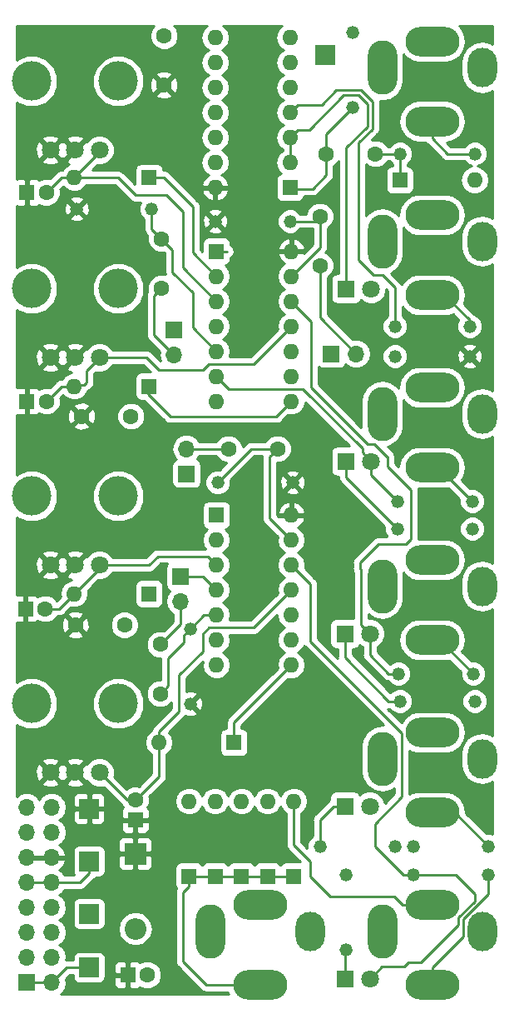
<source format=gtl>
G04 #@! TF.GenerationSoftware,KiCad,Pcbnew,(5.0.0-3-g5ebb6b6)*
G04 #@! TF.CreationDate,2019-04-25T19:55:48+02:00*
G04 #@! TF.ProjectId,triggerhappy,7472696767657268617070792E6B6963,rev?*
G04 #@! TF.SameCoordinates,Original*
G04 #@! TF.FileFunction,Copper,L1,Top,Signal*
G04 #@! TF.FilePolarity,Positive*
%FSLAX46Y46*%
G04 Gerber Fmt 4.6, Leading zero omitted, Abs format (unit mm)*
G04 Created by KiCad (PCBNEW (5.0.0-3-g5ebb6b6)) date Thursday 25 April 2019 19:55:48*
%MOMM*%
%LPD*%
G01*
G04 APERTURE LIST*
G04 #@! TA.AperFunction,ComponentPad*
%ADD10C,1.600000*%
G04 #@! TD*
G04 #@! TA.AperFunction,ComponentPad*
%ADD11R,1.600000X1.600000*%
G04 #@! TD*
G04 #@! TA.AperFunction,ComponentPad*
%ADD12R,2.200000X2.200000*%
G04 #@! TD*
G04 #@! TA.AperFunction,ComponentPad*
%ADD13O,2.200000X2.200000*%
G04 #@! TD*
G04 #@! TA.AperFunction,ComponentPad*
%ADD14O,1.600000X1.600000*%
G04 #@! TD*
G04 #@! TA.AperFunction,ComponentPad*
%ADD15R,1.800000X1.800000*%
G04 #@! TD*
G04 #@! TA.AperFunction,ComponentPad*
%ADD16C,1.800000*%
G04 #@! TD*
G04 #@! TA.AperFunction,ComponentPad*
%ADD17R,1.700000X1.700000*%
G04 #@! TD*
G04 #@! TA.AperFunction,ComponentPad*
%ADD18O,1.700000X1.700000*%
G04 #@! TD*
G04 #@! TA.AperFunction,ComponentPad*
%ADD19O,3.000000X5.500000*%
G04 #@! TD*
G04 #@! TA.AperFunction,ComponentPad*
%ADD20O,3.000000X4.000000*%
G04 #@! TD*
G04 #@! TA.AperFunction,ComponentPad*
%ADD21O,5.500000X3.000000*%
G04 #@! TD*
G04 #@! TA.AperFunction,ComponentPad*
%ADD22C,1.320800*%
G04 #@! TD*
G04 #@! TA.AperFunction,WasherPad*
%ADD23C,4.000000*%
G04 #@! TD*
G04 #@! TA.AperFunction,ComponentPad*
%ADD24R,2.000000X2.000000*%
G04 #@! TD*
G04 #@! TA.AperFunction,Conductor*
%ADD25C,0.250000*%
G04 #@! TD*
G04 #@! TA.AperFunction,Conductor*
%ADD26C,0.254000*%
G04 #@! TD*
G04 APERTURE END LIST*
D10*
G04 #@! TO.P,C1,2*
G04 #@! TO.N,GND*
X191992000Y-142367000D03*
D11*
G04 #@! TO.P,C1,1*
G04 #@! TO.N,+5V*
X189992000Y-142367000D03*
G04 #@! TD*
D10*
G04 #@! TO.P,C2,1*
G04 #@! TO.N,+5V*
X193675000Y-51943000D03*
G04 #@! TO.P,C2,2*
G04 #@! TO.N,GND*
X193675000Y-46943000D03*
G04 #@! TD*
G04 #@! TO.P,C3,2*
G04 #@! TO.N,Net-(C3-Pad2)*
X215185000Y-58928000D03*
G04 #@! TO.P,C3,1*
G04 #@! TO.N,Net-(C3-Pad1)*
X210185000Y-58928000D03*
G04 #@! TD*
G04 #@! TO.P,C4,2*
G04 #@! TO.N,GND*
X190293000Y-85598000D03*
G04 #@! TO.P,C4,1*
G04 #@! TO.N,+5V*
X185293000Y-85598000D03*
G04 #@! TD*
G04 #@! TO.P,C5,1*
G04 #@! TO.N,+5V*
X184658000Y-106807000D03*
G04 #@! TO.P,C5,2*
G04 #@! TO.N,GND*
X189658000Y-106807000D03*
G04 #@! TD*
D11*
G04 #@! TO.P,C6,1*
G04 #@! TO.N,+5V*
X179705000Y-62865000D03*
D10*
G04 #@! TO.P,C6,2*
G04 #@! TO.N,Net-(C6-Pad2)*
X181705000Y-62865000D03*
G04 #@! TD*
G04 #@! TO.P,C7,2*
G04 #@! TO.N,Net-(C7-Pad2)*
X181705000Y-84074000D03*
D11*
G04 #@! TO.P,C7,1*
G04 #@! TO.N,+5V*
X179705000Y-84074000D03*
G04 #@! TD*
G04 #@! TO.P,C8,1*
G04 #@! TO.N,+5V*
X179578000Y-105156000D03*
D10*
G04 #@! TO.P,C8,2*
G04 #@! TO.N,Net-(C8-Pad2)*
X181578000Y-105156000D03*
G04 #@! TD*
D11*
G04 #@! TO.P,C9,1*
G04 #@! TO.N,+5V*
X190754000Y-126619000D03*
D10*
G04 #@! TO.P,C9,2*
G04 #@! TO.N,Net-(C9-Pad2)*
X190754000Y-124619000D03*
G04 #@! TD*
G04 #@! TO.P,C10,2*
G04 #@! TO.N,Net-(C10-Pad2)*
X193421000Y-72564000D03*
G04 #@! TO.P,C10,1*
G04 #@! TO.N,Net-(C10-Pad1)*
X193421000Y-67564000D03*
G04 #@! TD*
G04 #@! TO.P,C11,1*
G04 #@! TO.N,Net-(C11-Pad1)*
X209550000Y-65278000D03*
G04 #@! TO.P,C11,2*
G04 #@! TO.N,Net-(C11-Pad2)*
X209550000Y-70278000D03*
G04 #@! TD*
G04 #@! TO.P,C12,1*
G04 #@! TO.N,Net-(C12-Pad1)*
X193294000Y-113792000D03*
G04 #@! TO.P,C12,2*
G04 #@! TO.N,Net-(C12-Pad2)*
X193294000Y-108792000D03*
G04 #@! TD*
G04 #@! TO.P,C13,2*
G04 #@! TO.N,Net-(C13-Pad2)*
X200232000Y-88900000D03*
G04 #@! TO.P,C13,1*
G04 #@! TO.N,Net-(C13-Pad1)*
X205232000Y-88900000D03*
G04 #@! TD*
D12*
G04 #@! TO.P,D1,1*
G04 #@! TO.N,+5V*
X190754000Y-130048000D03*
D13*
G04 #@! TO.P,D1,2*
G04 #@! TO.N,GND*
X190754000Y-137668000D03*
G04 #@! TD*
D14*
G04 #@! TO.P,D2,2*
G04 #@! TO.N,GND*
X225298000Y-61595000D03*
D11*
G04 #@! TO.P,D2,1*
G04 #@! TO.N,Net-(C3-Pad2)*
X217678000Y-61595000D03*
G04 #@! TD*
G04 #@! TO.P,D3,1*
G04 #@! TO.N,Net-(D3-Pad1)*
X192151000Y-61341000D03*
D14*
G04 #@! TO.P,D3,2*
G04 #@! TO.N,Net-(C6-Pad2)*
X184531000Y-61341000D03*
G04 #@! TD*
D11*
G04 #@! TO.P,D4,1*
G04 #@! TO.N,Net-(D4-Pad1)*
X192151000Y-82550000D03*
D14*
G04 #@! TO.P,D4,2*
G04 #@! TO.N,Net-(C7-Pad2)*
X184531000Y-82550000D03*
G04 #@! TD*
D11*
G04 #@! TO.P,D5,1*
G04 #@! TO.N,Net-(D5-Pad1)*
X192151000Y-103632000D03*
D14*
G04 #@! TO.P,D5,2*
G04 #@! TO.N,Net-(C8-Pad2)*
X184531000Y-103632000D03*
G04 #@! TD*
G04 #@! TO.P,D6,2*
G04 #@! TO.N,Net-(C9-Pad2)*
X193167000Y-118745000D03*
D11*
G04 #@! TO.P,D6,1*
G04 #@! TO.N,Net-(D6-Pad1)*
X200787000Y-118745000D03*
G04 #@! TD*
D15*
G04 #@! TO.P,D7,1*
G04 #@! TO.N,Net-(D7-Pad1)*
X212217000Y-72644000D03*
D16*
G04 #@! TO.P,D7,2*
G04 #@! TO.N,Net-(D7-Pad2)*
X214757000Y-72644000D03*
G04 #@! TD*
D15*
G04 #@! TO.P,D8,1*
G04 #@! TO.N,Net-(D8-Pad1)*
X212217000Y-90170000D03*
D16*
G04 #@! TO.P,D8,2*
G04 #@! TO.N,Net-(D8-Pad2)*
X214757000Y-90170000D03*
G04 #@! TD*
G04 #@! TO.P,D9,2*
G04 #@! TO.N,Net-(D9-Pad2)*
X214630000Y-107696000D03*
D15*
G04 #@! TO.P,D9,1*
G04 #@! TO.N,Net-(D9-Pad1)*
X212090000Y-107696000D03*
G04 #@! TD*
D16*
G04 #@! TO.P,D10,2*
G04 #@! TO.N,Net-(D10-Pad2)*
X214630000Y-125222000D03*
D15*
G04 #@! TO.P,D10,1*
G04 #@! TO.N,Net-(D10-Pad1)*
X212090000Y-125222000D03*
G04 #@! TD*
G04 #@! TO.P,D11,1*
G04 #@! TO.N,Net-(D11-Pad1)*
X212090000Y-142748000D03*
D16*
G04 #@! TO.P,D11,2*
G04 #@! TO.N,Net-(D11-Pad2)*
X214630000Y-142748000D03*
G04 #@! TD*
D14*
G04 #@! TO.P,D12,2*
G04 #@! TO.N,Net-(D12-Pad2)*
X196215000Y-124714000D03*
D11*
G04 #@! TO.P,D12,1*
G04 #@! TO.N,Net-(D12-Pad1)*
X196215000Y-132334000D03*
G04 #@! TD*
G04 #@! TO.P,D13,1*
G04 #@! TO.N,Net-(D12-Pad1)*
X198882000Y-132334000D03*
D14*
G04 #@! TO.P,D13,2*
G04 #@! TO.N,Net-(D13-Pad2)*
X198882000Y-124714000D03*
G04 #@! TD*
G04 #@! TO.P,D14,2*
G04 #@! TO.N,Net-(D14-Pad2)*
X201549000Y-124714000D03*
D11*
G04 #@! TO.P,D14,1*
G04 #@! TO.N,Net-(D12-Pad1)*
X201549000Y-132334000D03*
G04 #@! TD*
G04 #@! TO.P,D15,1*
G04 #@! TO.N,Net-(D12-Pad1)*
X204216000Y-132334000D03*
D14*
G04 #@! TO.P,D15,2*
G04 #@! TO.N,Net-(D15-Pad2)*
X204216000Y-124714000D03*
G04 #@! TD*
G04 #@! TO.P,D16,2*
G04 #@! TO.N,Net-(D16-Pad2)*
X206883000Y-124714000D03*
D11*
G04 #@! TO.P,D16,1*
G04 #@! TO.N,Net-(D12-Pad1)*
X206883000Y-132334000D03*
G04 #@! TD*
D17*
G04 #@! TO.P,J1,1*
G04 #@! TO.N,-12V*
X179705000Y-143129000D03*
D18*
G04 #@! TO.P,J1,2*
X182245000Y-143129000D03*
G04 #@! TO.P,J1,3*
G04 #@! TO.N,GND*
X179705000Y-140589000D03*
G04 #@! TO.P,J1,4*
X182245000Y-140589000D03*
G04 #@! TO.P,J1,5*
X179705000Y-138049000D03*
G04 #@! TO.P,J1,6*
X182245000Y-138049000D03*
G04 #@! TO.P,J1,7*
X179705000Y-135509000D03*
G04 #@! TO.P,J1,8*
X182245000Y-135509000D03*
G04 #@! TO.P,J1,9*
G04 #@! TO.N,+12V*
X179705000Y-132969000D03*
G04 #@! TO.P,J1,10*
X182245000Y-132969000D03*
G04 #@! TO.P,J1,11*
G04 #@! TO.N,+5V*
X179705000Y-130429000D03*
G04 #@! TO.P,J1,12*
X182245000Y-130429000D03*
G04 #@! TO.P,J1,13*
G04 #@! TO.N,N/C*
X179705000Y-127889000D03*
G04 #@! TO.P,J1,14*
X182245000Y-127889000D03*
G04 #@! TO.P,J1,15*
X179705000Y-125349000D03*
G04 #@! TO.P,J1,16*
X182245000Y-125349000D03*
G04 #@! TD*
D19*
G04 #@! TO.P,J2,1*
G04 #@! TO.N,GND*
X215900000Y-50165000D03*
D20*
X226060000Y-50165000D03*
D21*
G04 #@! TO.P,J2,*
G04 #@! TO.N,*
X220980000Y-47498000D03*
G04 #@! TO.P,J2,2*
G04 #@! TO.N,Net-(J2-Pad2)*
X220980000Y-55626000D03*
G04 #@! TD*
D19*
G04 #@! TO.P,J3,1*
G04 #@! TO.N,GND*
X215900000Y-67818000D03*
D20*
X226060000Y-67818000D03*
D21*
G04 #@! TO.P,J3,2*
G04 #@! TO.N,Net-(D12-Pad2)*
X220980000Y-65151000D03*
G04 #@! TO.P,J3,3*
G04 #@! TO.N,Net-(J3-Pad3)*
X220980000Y-73279000D03*
G04 #@! TD*
G04 #@! TO.P,J4,3*
G04 #@! TO.N,Net-(J4-Pad3)*
X220980000Y-90805000D03*
G04 #@! TO.P,J4,2*
G04 #@! TO.N,Net-(D13-Pad2)*
X220980000Y-82677000D03*
D20*
G04 #@! TO.P,J4,1*
G04 #@! TO.N,GND*
X226060000Y-85344000D03*
D19*
X215900000Y-85344000D03*
G04 #@! TD*
G04 #@! TO.P,J5,1*
G04 #@! TO.N,GND*
X215900000Y-102870000D03*
D20*
X226060000Y-102870000D03*
D21*
G04 #@! TO.P,J5,2*
G04 #@! TO.N,Net-(D14-Pad2)*
X220980000Y-100203000D03*
G04 #@! TO.P,J5,3*
G04 #@! TO.N,Net-(J5-Pad3)*
X220980000Y-108331000D03*
G04 #@! TD*
G04 #@! TO.P,J6,3*
G04 #@! TO.N,Net-(J6-Pad3)*
X220980000Y-125857000D03*
G04 #@! TO.P,J6,2*
G04 #@! TO.N,Net-(D15-Pad2)*
X220980000Y-117729000D03*
D20*
G04 #@! TO.P,J6,1*
G04 #@! TO.N,GND*
X226060000Y-120396000D03*
D19*
X215900000Y-120396000D03*
G04 #@! TD*
G04 #@! TO.P,J7,1*
G04 #@! TO.N,GND*
X215900000Y-137922000D03*
D20*
X226060000Y-137922000D03*
D21*
G04 #@! TO.P,J7,2*
G04 #@! TO.N,Net-(D16-Pad2)*
X220980000Y-135255000D03*
G04 #@! TO.P,J7,3*
G04 #@! TO.N,Net-(J7-Pad3)*
X220980000Y-143383000D03*
G04 #@! TD*
G04 #@! TO.P,J8,2*
G04 #@! TO.N,Net-(D12-Pad1)*
X203454000Y-143383000D03*
G04 #@! TO.P,J8,*
G04 #@! TO.N,*
X203454000Y-135255000D03*
D20*
G04 #@! TO.P,J8,1*
G04 #@! TO.N,GND*
X208534000Y-137922000D03*
D19*
X198374000Y-137922000D03*
G04 #@! TD*
D18*
G04 #@! TO.P,JP1,2*
G04 #@! TO.N,Net-(C10-Pad2)*
X194691000Y-79375000D03*
D17*
G04 #@! TO.P,JP1,1*
G04 #@! TO.N,Net-(JP1-Pad1)*
X194691000Y-76835000D03*
G04 #@! TD*
G04 #@! TO.P,JP2,1*
G04 #@! TO.N,Net-(JP2-Pad1)*
X210693000Y-79248000D03*
D18*
G04 #@! TO.P,JP2,2*
G04 #@! TO.N,Net-(C11-Pad2)*
X213233000Y-79248000D03*
G04 #@! TD*
G04 #@! TO.P,JP3,2*
G04 #@! TO.N,Net-(C12-Pad2)*
X195326000Y-104394000D03*
D17*
G04 #@! TO.P,JP3,1*
G04 #@! TO.N,Net-(JP3-Pad1)*
X195326000Y-101854000D03*
G04 #@! TD*
G04 #@! TO.P,JP4,1*
G04 #@! TO.N,Net-(JP4-Pad1)*
X195961000Y-91440000D03*
D18*
G04 #@! TO.P,JP4,2*
G04 #@! TO.N,Net-(C13-Pad2)*
X195961000Y-88900000D03*
G04 #@! TD*
D22*
G04 #@! TO.P,R1,1*
G04 #@! TO.N,Net-(C3-Pad2)*
X217678000Y-58928000D03*
G04 #@! TO.P,R1,2*
G04 #@! TO.N,Net-(J2-Pad2)*
X225298000Y-58928000D03*
G04 #@! TD*
G04 #@! TO.P,R2,1*
G04 #@! TO.N,Net-(C3-Pad1)*
X212852000Y-54229000D03*
G04 #@! TO.P,R2,2*
G04 #@! TO.N,GND*
X212852000Y-46609000D03*
G04 #@! TD*
G04 #@! TO.P,R3,1*
G04 #@! TO.N,+5V*
X224790000Y-79502000D03*
G04 #@! TO.P,R3,2*
G04 #@! TO.N,Net-(D7-Pad2)*
X217170000Y-79502000D03*
G04 #@! TD*
G04 #@! TO.P,R4,2*
G04 #@! TO.N,Net-(C10-Pad1)*
X192405000Y-64516000D03*
G04 #@! TO.P,R4,1*
G04 #@! TO.N,+5V*
X184785000Y-64516000D03*
G04 #@! TD*
G04 #@! TO.P,R5,2*
G04 #@! TO.N,Net-(C11-Pad1)*
X206502000Y-65786000D03*
G04 #@! TO.P,R5,1*
G04 #@! TO.N,+5V*
X198882000Y-65786000D03*
G04 #@! TD*
G04 #@! TO.P,R6,1*
G04 #@! TO.N,+5V*
X196342000Y-114808000D03*
G04 #@! TO.P,R6,2*
G04 #@! TO.N,Net-(C12-Pad1)*
X196342000Y-107188000D03*
G04 #@! TD*
G04 #@! TO.P,R7,1*
G04 #@! TO.N,+5V*
X206756000Y-92329000D03*
G04 #@! TO.P,R7,2*
G04 #@! TO.N,Net-(C13-Pad1)*
X199136000Y-92329000D03*
G04 #@! TD*
G04 #@! TO.P,R8,1*
G04 #@! TO.N,Net-(D8-Pad1)*
X217424000Y-97028000D03*
G04 #@! TO.P,R8,2*
G04 #@! TO.N,GND*
X225044000Y-97028000D03*
G04 #@! TD*
G04 #@! TO.P,R9,1*
G04 #@! TO.N,Net-(D9-Pad1)*
X217678000Y-114554000D03*
G04 #@! TO.P,R9,2*
G04 #@! TO.N,GND*
X225298000Y-114554000D03*
G04 #@! TD*
G04 #@! TO.P,R10,2*
G04 #@! TO.N,GND*
X217170000Y-129286000D03*
G04 #@! TO.P,R10,1*
G04 #@! TO.N,Net-(D10-Pad1)*
X209550000Y-129286000D03*
G04 #@! TD*
G04 #@! TO.P,R11,2*
G04 #@! TO.N,GND*
X212217000Y-132207000D03*
G04 #@! TO.P,R11,1*
G04 #@! TO.N,Net-(D11-Pad1)*
X212217000Y-139827000D03*
G04 #@! TD*
G04 #@! TO.P,R12,2*
G04 #@! TO.N,Net-(R12-Pad2)*
X217170000Y-76454000D03*
G04 #@! TO.P,R12,1*
G04 #@! TO.N,Net-(J3-Pad3)*
X224790000Y-76454000D03*
G04 #@! TD*
G04 #@! TO.P,R13,1*
G04 #@! TO.N,Net-(J4-Pad3)*
X225044000Y-94234000D03*
G04 #@! TO.P,R13,2*
G04 #@! TO.N,Net-(D8-Pad2)*
X217424000Y-94234000D03*
G04 #@! TD*
G04 #@! TO.P,R14,2*
G04 #@! TO.N,Net-(D9-Pad2)*
X217551000Y-111760000D03*
G04 #@! TO.P,R14,1*
G04 #@! TO.N,Net-(J5-Pad3)*
X225171000Y-111760000D03*
G04 #@! TD*
G04 #@! TO.P,R15,2*
G04 #@! TO.N,Net-(D10-Pad2)*
X219075000Y-129286000D03*
G04 #@! TO.P,R15,1*
G04 #@! TO.N,Net-(J6-Pad3)*
X226695000Y-129286000D03*
G04 #@! TD*
G04 #@! TO.P,R16,1*
G04 #@! TO.N,Net-(J7-Pad3)*
X226695000Y-132207000D03*
G04 #@! TO.P,R16,2*
G04 #@! TO.N,Net-(D11-Pad2)*
X219075000Y-132207000D03*
G04 #@! TD*
D23*
G04 #@! TO.P,RV1,*
G04 #@! TO.N,*
X180218000Y-51547000D03*
X189018000Y-51547000D03*
D16*
G04 #@! TO.P,RV1,1*
G04 #@! TO.N,+5V*
X182118000Y-58547000D03*
G04 #@! TO.P,RV1,2*
X184618000Y-58547000D03*
G04 #@! TO.P,RV1,3*
G04 #@! TO.N,Net-(C6-Pad2)*
X187118000Y-58547000D03*
G04 #@! TD*
G04 #@! TO.P,RV2,3*
G04 #@! TO.N,Net-(C7-Pad2)*
X187118000Y-79629000D03*
G04 #@! TO.P,RV2,2*
G04 #@! TO.N,+5V*
X184618000Y-79629000D03*
G04 #@! TO.P,RV2,1*
X182118000Y-79629000D03*
D23*
G04 #@! TO.P,RV2,*
G04 #@! TO.N,*
X189018000Y-72629000D03*
X180218000Y-72629000D03*
G04 #@! TD*
D16*
G04 #@! TO.P,RV3,3*
G04 #@! TO.N,Net-(C8-Pad2)*
X187118000Y-100711000D03*
G04 #@! TO.P,RV3,2*
G04 #@! TO.N,+5V*
X184618000Y-100711000D03*
G04 #@! TO.P,RV3,1*
X182118000Y-100711000D03*
D23*
G04 #@! TO.P,RV3,*
G04 #@! TO.N,*
X189018000Y-93711000D03*
X180218000Y-93711000D03*
G04 #@! TD*
G04 #@! TO.P,RV4,*
G04 #@! TO.N,*
X180218000Y-114793000D03*
X189018000Y-114793000D03*
D16*
G04 #@! TO.P,RV4,1*
G04 #@! TO.N,+5V*
X182118000Y-121793000D03*
G04 #@! TO.P,RV4,2*
X184618000Y-121793000D03*
G04 #@! TO.P,RV4,3*
G04 #@! TO.N,Net-(C9-Pad2)*
X187118000Y-121793000D03*
G04 #@! TD*
D24*
G04 #@! TO.P,TP1,1*
G04 #@! TO.N,+5V*
X186055000Y-125476000D03*
G04 #@! TD*
G04 #@! TO.P,TP2,1*
G04 #@! TO.N,+12V*
X186055000Y-130810000D03*
G04 #@! TD*
G04 #@! TO.P,TP3,1*
G04 #@! TO.N,GND*
X186055000Y-136144000D03*
G04 #@! TD*
D11*
G04 #@! TO.P,U1,1*
G04 #@! TO.N,Net-(C3-Pad1)*
X206502000Y-62357000D03*
D14*
G04 #@! TO.P,U1,8*
G04 #@! TO.N,N/C*
X198882000Y-47117000D03*
G04 #@! TO.P,U1,2*
G04 #@! TO.N,Net-(D7-Pad1)*
X206502000Y-59817000D03*
G04 #@! TO.P,U1,9*
G04 #@! TO.N,N/C*
X198882000Y-49657000D03*
G04 #@! TO.P,U1,3*
G04 #@! TO.N,Net-(D7-Pad1)*
X206502000Y-57277000D03*
G04 #@! TO.P,U1,10*
G04 #@! TO.N,N/C*
X198882000Y-52197000D03*
G04 #@! TO.P,U1,4*
G04 #@! TO.N,Net-(R12-Pad2)*
X206502000Y-54737000D03*
G04 #@! TO.P,U1,11*
G04 #@! TO.N,N/C*
X198882000Y-54737000D03*
G04 #@! TO.P,U1,5*
X206502000Y-52197000D03*
G04 #@! TO.P,U1,12*
X198882000Y-57277000D03*
G04 #@! TO.P,U1,6*
X206502000Y-49657000D03*
G04 #@! TO.P,U1,13*
X198882000Y-59817000D03*
G04 #@! TO.P,U1,7*
G04 #@! TO.N,GND*
X206502000Y-47117000D03*
G04 #@! TO.P,U1,14*
G04 #@! TO.N,+5V*
X198882000Y-62357000D03*
G04 #@! TD*
D11*
G04 #@! TO.P,U2,1*
G04 #@! TO.N,Net-(C3-Pad1)*
X199009000Y-68834000D03*
D14*
G04 #@! TO.P,U2,8*
G04 #@! TO.N,Net-(D4-Pad1)*
X206629000Y-84074000D03*
G04 #@! TO.P,U2,2*
G04 #@! TO.N,Net-(D3-Pad1)*
X199009000Y-71374000D03*
G04 #@! TO.P,U2,9*
G04 #@! TO.N,Net-(C3-Pad1)*
X206629000Y-81534000D03*
G04 #@! TO.P,U2,3*
G04 #@! TO.N,Net-(C6-Pad2)*
X199009000Y-73914000D03*
G04 #@! TO.P,U2,10*
G04 #@! TO.N,Net-(JP2-Pad1)*
X206629000Y-78994000D03*
G04 #@! TO.P,U2,4*
G04 #@! TO.N,Net-(JP1-Pad1)*
X199009000Y-76454000D03*
G04 #@! TO.P,U2,11*
G04 #@! TO.N,Net-(C7-Pad2)*
X206629000Y-76454000D03*
G04 #@! TO.P,U2,5*
G04 #@! TO.N,Net-(C10-Pad1)*
X199009000Y-78994000D03*
G04 #@! TO.P,U2,12*
G04 #@! TO.N,Net-(D9-Pad2)*
X206629000Y-73914000D03*
G04 #@! TO.P,U2,6*
G04 #@! TO.N,Net-(D8-Pad2)*
X199009000Y-81534000D03*
G04 #@! TO.P,U2,13*
G04 #@! TO.N,Net-(C11-Pad1)*
X206629000Y-71374000D03*
G04 #@! TO.P,U2,7*
G04 #@! TO.N,GND*
X199009000Y-84074000D03*
G04 #@! TO.P,U2,14*
G04 #@! TO.N,+5V*
X206629000Y-68834000D03*
G04 #@! TD*
G04 #@! TO.P,U3,14*
G04 #@! TO.N,+5V*
X206629000Y-95631000D03*
G04 #@! TO.P,U3,7*
G04 #@! TO.N,GND*
X199009000Y-110871000D03*
G04 #@! TO.P,U3,13*
G04 #@! TO.N,Net-(C13-Pad1)*
X206629000Y-98171000D03*
G04 #@! TO.P,U3,6*
G04 #@! TO.N,Net-(D10-Pad2)*
X199009000Y-108331000D03*
G04 #@! TO.P,U3,12*
G04 #@! TO.N,Net-(D11-Pad2)*
X206629000Y-100711000D03*
G04 #@! TO.P,U3,5*
G04 #@! TO.N,Net-(C12-Pad1)*
X199009000Y-105791000D03*
G04 #@! TO.P,U3,11*
G04 #@! TO.N,Net-(C9-Pad2)*
X206629000Y-103251000D03*
G04 #@! TO.P,U3,4*
G04 #@! TO.N,Net-(JP3-Pad1)*
X199009000Y-103251000D03*
G04 #@! TO.P,U3,10*
G04 #@! TO.N,Net-(JP4-Pad1)*
X206629000Y-105791000D03*
G04 #@! TO.P,U3,3*
G04 #@! TO.N,Net-(C8-Pad2)*
X199009000Y-100711000D03*
G04 #@! TO.P,U3,9*
G04 #@! TO.N,Net-(C3-Pad1)*
X206629000Y-108331000D03*
G04 #@! TO.P,U3,2*
G04 #@! TO.N,Net-(D5-Pad1)*
X199009000Y-98171000D03*
G04 #@! TO.P,U3,8*
G04 #@! TO.N,Net-(D6-Pad1)*
X206629000Y-110871000D03*
D11*
G04 #@! TO.P,U3,1*
G04 #@! TO.N,Net-(C3-Pad1)*
X199009000Y-95631000D03*
G04 #@! TD*
D24*
G04 #@! TO.P,TP4,1*
G04 #@! TO.N,-12V*
X186055000Y-141605000D03*
G04 #@! TD*
G04 #@! TO.P,TP5,1*
G04 #@! TO.N,Net-(D7-Pad1)*
X210058000Y-48895000D03*
G04 #@! TD*
D25*
G04 #@! TO.N,Net-(C3-Pad2)*
X217678000Y-61595000D02*
X217678000Y-58928000D01*
X215185000Y-58928000D02*
X217678000Y-58928000D01*
G04 #@! TO.N,Net-(C3-Pad1)*
X210185000Y-56896000D02*
X210185000Y-58928000D01*
X212852000Y-54229000D02*
X210185000Y-56896000D01*
X208788000Y-62484000D02*
X210185000Y-61087000D01*
X210185000Y-61087000D02*
X210185000Y-58928000D01*
X206409000Y-62484000D02*
X208788000Y-62484000D01*
X199009000Y-68834000D02*
X200059000Y-68834000D01*
X199009000Y-68199000D02*
X199009000Y-68834000D01*
G04 #@! TO.N,Net-(C6-Pad2)*
X183229000Y-61341000D02*
X184531000Y-61341000D01*
X181705000Y-62865000D02*
X183229000Y-61341000D01*
X187118000Y-58754000D02*
X187118000Y-58547000D01*
X184531000Y-61341000D02*
X187118000Y-58754000D01*
X195580000Y-70485000D02*
X199009000Y-73914000D01*
X195580000Y-64770000D02*
X195580000Y-70485000D01*
X190754000Y-63119000D02*
X193929000Y-63119000D01*
X193929000Y-63119000D02*
X195580000Y-64770000D01*
X188976000Y-61341000D02*
X190754000Y-63119000D01*
X184531000Y-61341000D02*
X188976000Y-61341000D01*
G04 #@! TO.N,Net-(C7-Pad2)*
X187118000Y-79629000D02*
X191897000Y-79629000D01*
X191897000Y-79629000D02*
X193167000Y-80899000D01*
X193167000Y-80899000D02*
X197612000Y-80899000D01*
X197612000Y-80899000D02*
X198247000Y-80264000D01*
X202819000Y-80264000D02*
X206629000Y-76454000D01*
X198247000Y-80264000D02*
X202819000Y-80264000D01*
X185801000Y-80946000D02*
X187118000Y-79629000D01*
X185535370Y-82423000D02*
X185801000Y-82157370D01*
X184404000Y-82423000D02*
X185535370Y-82423000D01*
X184277000Y-82550000D02*
X184404000Y-82423000D01*
X183229000Y-82550000D02*
X184277000Y-82550000D01*
X185801000Y-82157370D02*
X185801000Y-80946000D01*
X181705000Y-84074000D02*
X183229000Y-82550000D01*
G04 #@! TO.N,Net-(C8-Pad2)*
X183007000Y-105156000D02*
X184531000Y-103632000D01*
X181578000Y-105156000D02*
X183007000Y-105156000D01*
X187118000Y-101045000D02*
X187118000Y-100711000D01*
X184531000Y-103632000D02*
X187118000Y-101045000D01*
X187118000Y-100711000D02*
X192151000Y-100711000D01*
X192151000Y-100711000D02*
X193040000Y-99822000D01*
X198120000Y-99822000D02*
X199009000Y-100711000D01*
X193040000Y-99822000D02*
X198120000Y-99822000D01*
G04 #@! TO.N,Net-(C9-Pad2)*
X189944000Y-124619000D02*
X190754000Y-124619000D01*
X187118000Y-121793000D02*
X189944000Y-124619000D01*
X193167000Y-122206000D02*
X193167000Y-118745000D01*
X190754000Y-124619000D02*
X193167000Y-122206000D01*
X197612000Y-107696000D02*
X198247000Y-107061000D01*
X198247000Y-107061000D02*
X202819000Y-107061000D01*
X197612000Y-109474000D02*
X197612000Y-107696000D01*
X195199000Y-111887000D02*
X197612000Y-109474000D01*
X195199000Y-115581630D02*
X195199000Y-111887000D01*
X202819000Y-107061000D02*
X206629000Y-103251000D01*
X193167000Y-117613630D02*
X195199000Y-115581630D01*
X193167000Y-118745000D02*
X193167000Y-117613630D01*
G04 #@! TO.N,Net-(C10-Pad2)*
X192621001Y-73363999D02*
X192621001Y-77305001D01*
X193841001Y-78525001D02*
X194691000Y-79375000D01*
X192621001Y-77305001D02*
X193841001Y-78525001D01*
X193421000Y-72564000D02*
X192621001Y-73363999D01*
G04 #@! TO.N,Net-(C10-Pad1)*
X192405000Y-66548000D02*
X193421000Y-67564000D01*
X192405000Y-64516000D02*
X192405000Y-66548000D01*
X194546001Y-68689001D02*
X194546001Y-70975001D01*
X193421000Y-67564000D02*
X194546001Y-68689001D01*
X194546001Y-70975001D02*
X196596000Y-73025000D01*
X196596000Y-76581000D02*
X199009000Y-78994000D01*
X196596000Y-73025000D02*
X196596000Y-76581000D01*
G04 #@! TO.N,Net-(C11-Pad1)*
X209042000Y-65786000D02*
X206502000Y-65786000D01*
X209550000Y-65278000D02*
X209042000Y-65786000D01*
X209550000Y-68453000D02*
X209550000Y-65278000D01*
X206629000Y-71374000D02*
X209550000Y-68453000D01*
G04 #@! TO.N,Net-(C11-Pad2)*
X209550000Y-75565000D02*
X213233000Y-79248000D01*
X209550000Y-70278000D02*
X209550000Y-75565000D01*
G04 #@! TO.N,Net-(C12-Pad1)*
X194093999Y-112992001D02*
X194093999Y-110198001D01*
X193294000Y-113792000D02*
X194093999Y-112992001D01*
X195681601Y-107848399D02*
X196342000Y-107188000D01*
X195681601Y-108610399D02*
X195681601Y-107848399D01*
X194093999Y-110198001D02*
X195681601Y-108610399D01*
X197739000Y-105791000D02*
X199009000Y-105791000D01*
X196342000Y-107188000D02*
X197739000Y-105791000D01*
G04 #@! TO.N,Net-(C12-Pad2)*
X195326000Y-106760000D02*
X195326000Y-104394000D01*
X193294000Y-108792000D02*
X195326000Y-106760000D01*
G04 #@! TO.N,Net-(C13-Pad2)*
X200232000Y-88900000D02*
X195961000Y-88900000D01*
G04 #@! TO.N,Net-(C13-Pad1)*
X202565000Y-88900000D02*
X205232000Y-88900000D01*
X199136000Y-92329000D02*
X202565000Y-88900000D01*
X205829001Y-97371001D02*
X206629000Y-98171000D01*
X204432001Y-95974001D02*
X205829001Y-97371001D01*
X204432001Y-89699999D02*
X204432001Y-95974001D01*
X205232000Y-88900000D02*
X204432001Y-89699999D01*
G04 #@! TO.N,Net-(D3-Pad1)*
X196596000Y-64262000D02*
X196596000Y-68961000D01*
X196596000Y-68961000D02*
X199009000Y-71374000D01*
X193675000Y-61341000D02*
X196596000Y-64262000D01*
X192151000Y-61341000D02*
X193675000Y-61341000D01*
G04 #@! TO.N,Net-(D4-Pad1)*
X205105000Y-85598000D02*
X206629000Y-84074000D01*
X194310000Y-85598000D02*
X205105000Y-85598000D01*
X192024000Y-83312000D02*
X194310000Y-85598000D01*
X192024000Y-82423000D02*
X192024000Y-83312000D01*
G04 #@! TO.N,Net-(D6-Pad1)*
X200787000Y-116713000D02*
X206629000Y-110871000D01*
X200787000Y-118745000D02*
X200787000Y-116713000D01*
G04 #@! TO.N,Net-(D7-Pad1)*
X206502000Y-58408370D02*
X206502000Y-59817000D01*
X206502000Y-57277000D02*
X206502000Y-58408370D01*
X214376000Y-53848000D02*
X214376000Y-56134000D01*
X214376000Y-56134000D02*
X212217000Y-58293000D01*
X208444999Y-56477001D02*
X211963000Y-52959000D01*
X213487000Y-52959000D02*
X214376000Y-53848000D01*
X211963000Y-52959000D02*
X213487000Y-52959000D01*
X212217000Y-58293000D02*
X212217000Y-72644000D01*
X207301999Y-56477001D02*
X208444999Y-56477001D01*
X206502000Y-57277000D02*
X207301999Y-56477001D01*
G04 #@! TO.N,Net-(D8-Pad1)*
X212217000Y-91821000D02*
X212217000Y-90170000D01*
X217424000Y-97028000D02*
X212217000Y-91821000D01*
G04 #@! TO.N,Net-(D8-Pad2)*
X214757000Y-91567000D02*
X214757000Y-90170000D01*
X217424000Y-94234000D02*
X214757000Y-91567000D01*
X200279000Y-82804000D02*
X199009000Y-81534000D01*
X207772000Y-82804000D02*
X200279000Y-82804000D01*
X213857001Y-89270001D02*
X213857001Y-88889001D01*
X213857001Y-88889001D02*
X207772000Y-82804000D01*
X214757000Y-90170000D02*
X213857001Y-89270001D01*
G04 #@! TO.N,Net-(D9-Pad2)*
X217551000Y-111760000D02*
X216535000Y-111760000D01*
X214630000Y-109855000D02*
X214630000Y-107696000D01*
X216535000Y-111760000D02*
X214630000Y-109855000D01*
X207137000Y-74422000D02*
X206629000Y-73914000D01*
X208661000Y-82677000D02*
X208661000Y-75946000D01*
X214376000Y-88392000D02*
X208661000Y-82677000D01*
X216387047Y-89662000D02*
X215117047Y-88392000D01*
X216408000Y-90678000D02*
X216408000Y-89662000D01*
X215519000Y-98552000D02*
X218313000Y-98552000D01*
X215117047Y-88392000D02*
X214376000Y-88392000D01*
X218821000Y-93091000D02*
X216408000Y-90678000D01*
X218313000Y-98552000D02*
X218821000Y-98044000D01*
X208661000Y-75946000D02*
X207137000Y-74422000D01*
X213614000Y-100457000D02*
X215519000Y-98552000D01*
X218821000Y-98044000D02*
X218821000Y-93091000D01*
X216408000Y-89662000D02*
X216387047Y-89662000D01*
X213614000Y-101071047D02*
X213614000Y-100457000D01*
X213741000Y-101198047D02*
X213614000Y-101071047D01*
X214630000Y-107696000D02*
X213730001Y-106796001D01*
X213730001Y-104891001D02*
X213741000Y-104880002D01*
X213741000Y-104880002D02*
X213741000Y-101198047D01*
X213730001Y-106796001D02*
X213730001Y-104891001D01*
G04 #@! TO.N,Net-(D9-Pad1)*
X217678000Y-114554000D02*
X216535000Y-114554000D01*
X212090000Y-110109000D02*
X212090000Y-107696000D01*
X216535000Y-114554000D02*
X212090000Y-110109000D01*
G04 #@! TO.N,Net-(D10-Pad1)*
X210940000Y-125222000D02*
X212090000Y-125222000D01*
X209550000Y-126612000D02*
X210940000Y-125222000D01*
X209550000Y-129286000D02*
X209550000Y-126612000D01*
G04 #@! TO.N,Net-(D11-Pad1)*
X212090000Y-139954000D02*
X212217000Y-139827000D01*
X212090000Y-142748000D02*
X212090000Y-139954000D01*
G04 #@! TO.N,Net-(D11-Pad2)*
X223393000Y-132207000D02*
X219075000Y-132207000D01*
X225298000Y-134112000D02*
X223393000Y-132207000D01*
X223647000Y-136525000D02*
X225298000Y-134874000D01*
X223647000Y-137287000D02*
X223647000Y-136525000D01*
X219837000Y-141097000D02*
X223647000Y-137287000D01*
X218567000Y-141097000D02*
X219837000Y-141097000D01*
X225298000Y-134874000D02*
X225298000Y-134112000D01*
X218106010Y-141557990D02*
X218567000Y-141097000D01*
X215820010Y-141557990D02*
X218106010Y-141557990D01*
X214630000Y-142748000D02*
X215820010Y-141557990D01*
X208534000Y-102616000D02*
X206629000Y-100711000D01*
X215138000Y-127000000D02*
X217904990Y-124233010D01*
X217904990Y-117828990D02*
X208534000Y-108458000D01*
X215138000Y-129286000D02*
X215138000Y-127000000D01*
X217904990Y-124233010D02*
X217904990Y-117828990D01*
X218059000Y-132207000D02*
X215138000Y-129286000D01*
X208534000Y-108458000D02*
X208534000Y-102616000D01*
X219075000Y-132207000D02*
X218059000Y-132207000D01*
G04 #@! TO.N,Net-(D12-Pad1)*
X205833000Y-132334000D02*
X204216000Y-132334000D01*
X206883000Y-132334000D02*
X205833000Y-132334000D01*
X204216000Y-132334000D02*
X201549000Y-132334000D01*
X200499000Y-132334000D02*
X198882000Y-132334000D01*
X201549000Y-132334000D02*
X200499000Y-132334000D01*
X198882000Y-132334000D02*
X196215000Y-132334000D01*
X196215000Y-133384000D02*
X195580000Y-134019000D01*
X196215000Y-132334000D02*
X196215000Y-133384000D01*
X195580000Y-134019000D02*
X195580000Y-140970000D01*
X197993000Y-143383000D02*
X203454000Y-143383000D01*
X195580000Y-140970000D02*
X197993000Y-143383000D01*
G04 #@! TO.N,Net-(D16-Pad2)*
X217980000Y-135255000D02*
X217091000Y-134366000D01*
X220980000Y-135255000D02*
X217980000Y-135255000D01*
X217091000Y-134366000D02*
X210566000Y-134366000D01*
X210566000Y-134366000D02*
X208534000Y-132334000D01*
X208534000Y-132334000D02*
X208534000Y-130810000D01*
X206883000Y-129159000D02*
X206883000Y-124714000D01*
X208534000Y-130810000D02*
X206883000Y-129159000D01*
G04 #@! TO.N,-12V*
X179705000Y-143129000D02*
X182245000Y-143129000D01*
X183769000Y-141605000D02*
X186055000Y-141605000D01*
X182245000Y-143129000D02*
X183769000Y-141605000D01*
G04 #@! TO.N,+12V*
X180907081Y-132969000D02*
X182245000Y-132969000D01*
X179705000Y-132969000D02*
X180907081Y-132969000D01*
X186055000Y-132060000D02*
X186055000Y-130810000D01*
X185146000Y-132969000D02*
X186055000Y-132060000D01*
X182245000Y-132969000D02*
X185146000Y-132969000D01*
G04 #@! TO.N,Net-(J2-Pad2)*
X220980000Y-57376000D02*
X220980000Y-55626000D01*
X222532000Y-58928000D02*
X220980000Y-57376000D01*
X225298000Y-58928000D02*
X222532000Y-58928000D01*
G04 #@! TO.N,Net-(J3-Pad3)*
X224790000Y-75839000D02*
X224790000Y-76454000D01*
X222230000Y-73279000D02*
X224790000Y-75839000D01*
X220980000Y-73279000D02*
X222230000Y-73279000D01*
G04 #@! TO.N,Net-(J4-Pad3)*
X221615000Y-90805000D02*
X220980000Y-90805000D01*
X225044000Y-94234000D02*
X221615000Y-90805000D01*
G04 #@! TO.N,Net-(J5-Pad3)*
X221742000Y-108331000D02*
X220980000Y-108331000D01*
X225171000Y-111760000D02*
X221742000Y-108331000D01*
G04 #@! TO.N,Net-(J6-Pad3)*
X223266000Y-125857000D02*
X220980000Y-125857000D01*
X226695000Y-129286000D02*
X223266000Y-125857000D01*
G04 #@! TO.N,Net-(J7-Pad3)*
X220980000Y-141633000D02*
X224155000Y-138458000D01*
X220980000Y-143383000D02*
X220980000Y-141633000D01*
X226695000Y-133140946D02*
X226695000Y-132207000D01*
X224155000Y-136653410D02*
X226695000Y-134113410D01*
X224155000Y-138458000D02*
X224155000Y-136653410D01*
X226695000Y-134113410D02*
X226695000Y-133140946D01*
G04 #@! TO.N,Net-(JP3-Pad1)*
X197612000Y-101854000D02*
X199009000Y-103251000D01*
X195326000Y-101854000D02*
X197612000Y-101854000D01*
G04 #@! TO.N,Net-(R12-Pad2)*
X215011000Y-71247000D02*
X215900000Y-71247000D01*
X207301999Y-53937001D02*
X209714999Y-53937001D01*
X213487000Y-57785000D02*
X213487000Y-69723000D01*
X217170000Y-72517000D02*
X217170000Y-76454000D01*
X215900000Y-71247000D02*
X217170000Y-72517000D01*
X213741000Y-52451000D02*
X214884000Y-53594000D01*
X214884000Y-56388000D02*
X213487000Y-57785000D01*
X213487000Y-69723000D02*
X215011000Y-71247000D01*
X209714999Y-53937001D02*
X211201000Y-52451000D01*
X211201000Y-52451000D02*
X213741000Y-52451000D01*
X214884000Y-53594000D02*
X214884000Y-56388000D01*
X206502000Y-54737000D02*
X207301999Y-53937001D01*
G04 #@! TD*
D26*
G04 #@! TO.N,+5V*
G36*
X192458466Y-46130138D02*
X192240000Y-46657561D01*
X192240000Y-47228439D01*
X192458466Y-47755862D01*
X192862138Y-48159534D01*
X193389561Y-48378000D01*
X193960439Y-48378000D01*
X194487862Y-48159534D01*
X194891534Y-47755862D01*
X195110000Y-47228439D01*
X195110000Y-46657561D01*
X194891534Y-46130138D01*
X194683396Y-45922000D01*
X198087513Y-45922000D01*
X197847423Y-46082423D01*
X197530260Y-46557091D01*
X197418887Y-47117000D01*
X197530260Y-47676909D01*
X197847423Y-48151577D01*
X198199758Y-48387000D01*
X197847423Y-48622423D01*
X197530260Y-49097091D01*
X197418887Y-49657000D01*
X197530260Y-50216909D01*
X197847423Y-50691577D01*
X198199758Y-50927000D01*
X197847423Y-51162423D01*
X197530260Y-51637091D01*
X197418887Y-52197000D01*
X197530260Y-52756909D01*
X197847423Y-53231577D01*
X198199758Y-53467000D01*
X197847423Y-53702423D01*
X197530260Y-54177091D01*
X197418887Y-54737000D01*
X197530260Y-55296909D01*
X197847423Y-55771577D01*
X198199758Y-56007000D01*
X197847423Y-56242423D01*
X197530260Y-56717091D01*
X197418887Y-57277000D01*
X197530260Y-57836909D01*
X197847423Y-58311577D01*
X198199758Y-58547000D01*
X197847423Y-58782423D01*
X197530260Y-59257091D01*
X197418887Y-59817000D01*
X197530260Y-60376909D01*
X197847423Y-60851577D01*
X198231108Y-61107947D01*
X198026866Y-61204611D01*
X197650959Y-61619577D01*
X197490096Y-62007961D01*
X197612085Y-62230000D01*
X198755000Y-62230000D01*
X198755000Y-62210000D01*
X199009000Y-62210000D01*
X199009000Y-62230000D01*
X200151915Y-62230000D01*
X200273904Y-62007961D01*
X200113041Y-61619577D01*
X199737134Y-61204611D01*
X199532892Y-61107947D01*
X199916577Y-60851577D01*
X200233740Y-60376909D01*
X200345113Y-59817000D01*
X200233740Y-59257091D01*
X199916577Y-58782423D01*
X199564242Y-58547000D01*
X199916577Y-58311577D01*
X200233740Y-57836909D01*
X200345113Y-57277000D01*
X200233740Y-56717091D01*
X199916577Y-56242423D01*
X199564242Y-56007000D01*
X199916577Y-55771577D01*
X200233740Y-55296909D01*
X200345113Y-54737000D01*
X200233740Y-54177091D01*
X199916577Y-53702423D01*
X199564242Y-53467000D01*
X199916577Y-53231577D01*
X200233740Y-52756909D01*
X200345113Y-52197000D01*
X200233740Y-51637091D01*
X199916577Y-51162423D01*
X199564242Y-50927000D01*
X199916577Y-50691577D01*
X200233740Y-50216909D01*
X200345113Y-49657000D01*
X200233740Y-49097091D01*
X199916577Y-48622423D01*
X199564242Y-48387000D01*
X199916577Y-48151577D01*
X200233740Y-47676909D01*
X200345113Y-47117000D01*
X200233740Y-46557091D01*
X199916577Y-46082423D01*
X199676487Y-45922000D01*
X205707513Y-45922000D01*
X205467423Y-46082423D01*
X205150260Y-46557091D01*
X205038887Y-47117000D01*
X205150260Y-47676909D01*
X205467423Y-48151577D01*
X205819758Y-48387000D01*
X205467423Y-48622423D01*
X205150260Y-49097091D01*
X205038887Y-49657000D01*
X205150260Y-50216909D01*
X205467423Y-50691577D01*
X205819758Y-50927000D01*
X205467423Y-51162423D01*
X205150260Y-51637091D01*
X205038887Y-52197000D01*
X205150260Y-52756909D01*
X205467423Y-53231577D01*
X205819758Y-53467000D01*
X205467423Y-53702423D01*
X205150260Y-54177091D01*
X205038887Y-54737000D01*
X205150260Y-55296909D01*
X205467423Y-55771577D01*
X205819758Y-56007000D01*
X205467423Y-56242423D01*
X205150260Y-56717091D01*
X205038887Y-57277000D01*
X205150260Y-57836909D01*
X205467423Y-58311577D01*
X205742000Y-58495044D01*
X205742000Y-58598956D01*
X205467423Y-58782423D01*
X205150260Y-59257091D01*
X205038887Y-59817000D01*
X205150260Y-60376909D01*
X205467423Y-60851577D01*
X205588106Y-60932215D01*
X205454235Y-60958843D01*
X205244191Y-61099191D01*
X205103843Y-61309235D01*
X205054560Y-61557000D01*
X205054560Y-63157000D01*
X205103843Y-63404765D01*
X205244191Y-63614809D01*
X205454235Y-63755157D01*
X205702000Y-63804440D01*
X207302000Y-63804440D01*
X207549765Y-63755157D01*
X207759809Y-63614809D01*
X207900157Y-63404765D01*
X207932135Y-63244000D01*
X208713153Y-63244000D01*
X208788000Y-63258888D01*
X208862847Y-63244000D01*
X208862852Y-63244000D01*
X209084537Y-63199904D01*
X209335929Y-63031929D01*
X209378331Y-62968470D01*
X210669476Y-61677327D01*
X210732929Y-61634929D01*
X210775327Y-61571476D01*
X210775329Y-61571474D01*
X210900903Y-61383538D01*
X210900904Y-61383537D01*
X210945000Y-61161852D01*
X210945000Y-61161848D01*
X210959888Y-61087001D01*
X210945000Y-61012154D01*
X210945000Y-60166430D01*
X210997862Y-60144534D01*
X211401534Y-59740862D01*
X211457000Y-59606955D01*
X211457001Y-71096560D01*
X211317000Y-71096560D01*
X211069235Y-71145843D01*
X210859191Y-71286191D01*
X210718843Y-71496235D01*
X210669560Y-71744000D01*
X210669560Y-73544000D01*
X210718843Y-73791765D01*
X210859191Y-74001809D01*
X211069235Y-74142157D01*
X211317000Y-74191440D01*
X213117000Y-74191440D01*
X213364765Y-74142157D01*
X213574809Y-74001809D01*
X213715157Y-73791765D01*
X213718275Y-73776092D01*
X213887493Y-73945310D01*
X214451670Y-74179000D01*
X215062330Y-74179000D01*
X215626507Y-73945310D01*
X216058310Y-73513507D01*
X216292000Y-72949330D01*
X216292000Y-72713802D01*
X216410000Y-72831802D01*
X216410001Y-75382027D01*
X216071813Y-75720215D01*
X215874600Y-76196329D01*
X215874600Y-76711671D01*
X216071813Y-77187785D01*
X216436215Y-77552187D01*
X216912329Y-77749400D01*
X217427671Y-77749400D01*
X217903785Y-77552187D01*
X218268187Y-77187785D01*
X218465400Y-76711671D01*
X218465400Y-76196329D01*
X218268187Y-75720215D01*
X217930000Y-75382028D01*
X217930000Y-74428008D01*
X218190751Y-74818249D01*
X218896964Y-75290126D01*
X219519721Y-75414000D01*
X222440279Y-75414000D01*
X223063036Y-75290126D01*
X223124953Y-75248754D01*
X223663871Y-75787673D01*
X223494600Y-76196329D01*
X223494600Y-76711671D01*
X223691813Y-77187785D01*
X224056215Y-77552187D01*
X224532329Y-77749400D01*
X225047671Y-77749400D01*
X225523785Y-77552187D01*
X225888187Y-77187785D01*
X226085400Y-76711671D01*
X226085400Y-76196329D01*
X225888187Y-75720215D01*
X225523785Y-75355813D01*
X225289725Y-75258862D01*
X225274473Y-75248671D01*
X224199754Y-74173953D01*
X224241126Y-74112036D01*
X224406827Y-73279000D01*
X224241126Y-72445964D01*
X223769249Y-71739751D01*
X223063036Y-71267874D01*
X222440279Y-71144000D01*
X219519721Y-71144000D01*
X218896964Y-71267874D01*
X218190751Y-71739751D01*
X217877727Y-72208225D01*
X217717929Y-71969071D01*
X217654473Y-71926671D01*
X216777331Y-71049529D01*
X217439249Y-70607249D01*
X217911126Y-69901036D01*
X218035000Y-69278279D01*
X218035000Y-66457151D01*
X218190751Y-66690249D01*
X218896964Y-67162126D01*
X219519721Y-67286000D01*
X222440279Y-67286000D01*
X223063036Y-67162126D01*
X223769249Y-66690249D01*
X224241126Y-65984036D01*
X224406827Y-65151000D01*
X224241126Y-64317964D01*
X223769249Y-63611751D01*
X223063036Y-63139874D01*
X222440279Y-63016000D01*
X219519721Y-63016000D01*
X218896964Y-63139874D01*
X218190751Y-63611751D01*
X217718874Y-64317964D01*
X217553173Y-65151000D01*
X217566839Y-65219702D01*
X217439249Y-65028751D01*
X216733035Y-64556874D01*
X215900000Y-64391173D01*
X215066964Y-64556874D01*
X214360751Y-65028751D01*
X214247000Y-65198991D01*
X214247000Y-60019396D01*
X214372138Y-60144534D01*
X214899561Y-60363000D01*
X215470439Y-60363000D01*
X215997862Y-60144534D01*
X216401534Y-59740862D01*
X216423430Y-59688000D01*
X216606028Y-59688000D01*
X216918001Y-59999973D01*
X216918001Y-60147560D01*
X216878000Y-60147560D01*
X216630235Y-60196843D01*
X216420191Y-60337191D01*
X216279843Y-60547235D01*
X216230560Y-60795000D01*
X216230560Y-62395000D01*
X216279843Y-62642765D01*
X216420191Y-62852809D01*
X216630235Y-62993157D01*
X216878000Y-63042440D01*
X218478000Y-63042440D01*
X218725765Y-62993157D01*
X218935809Y-62852809D01*
X219076157Y-62642765D01*
X219125440Y-62395000D01*
X219125440Y-60795000D01*
X219076157Y-60547235D01*
X218935809Y-60337191D01*
X218725765Y-60196843D01*
X218478000Y-60147560D01*
X218438000Y-60147560D01*
X218438000Y-59999972D01*
X218776187Y-59661785D01*
X218973400Y-59185671D01*
X218973400Y-58670329D01*
X218776187Y-58194215D01*
X218411785Y-57829813D01*
X217935671Y-57632600D01*
X217420329Y-57632600D01*
X216944215Y-57829813D01*
X216606028Y-58168000D01*
X216423430Y-58168000D01*
X216401534Y-58115138D01*
X215997862Y-57711466D01*
X215470439Y-57493000D01*
X214899561Y-57493000D01*
X214821446Y-57525356D01*
X215368476Y-56978327D01*
X215431929Y-56935929D01*
X215474327Y-56872476D01*
X215474329Y-56872474D01*
X215599903Y-56684538D01*
X215599904Y-56684537D01*
X215644000Y-56462852D01*
X215644000Y-56462848D01*
X215658888Y-56388001D01*
X215644000Y-56313154D01*
X215644000Y-55626000D01*
X217553173Y-55626000D01*
X217718874Y-56459036D01*
X218190751Y-57165249D01*
X218896964Y-57637126D01*
X219519721Y-57761000D01*
X220323206Y-57761000D01*
X220432071Y-57923929D01*
X220495530Y-57966331D01*
X221941673Y-59412476D01*
X221984071Y-59475929D01*
X222047524Y-59518327D01*
X222047526Y-59518329D01*
X222172902Y-59602102D01*
X222235463Y-59643904D01*
X222457148Y-59688000D01*
X222457152Y-59688000D01*
X222531999Y-59702888D01*
X222606846Y-59688000D01*
X224226028Y-59688000D01*
X224564215Y-60026187D01*
X224974667Y-60196202D01*
X224738091Y-60243260D01*
X224263423Y-60560423D01*
X223946260Y-61035091D01*
X223834887Y-61595000D01*
X223946260Y-62154909D01*
X224263423Y-62629577D01*
X224738091Y-62946740D01*
X225156667Y-63030000D01*
X225439333Y-63030000D01*
X225857909Y-62946740D01*
X226332577Y-62629577D01*
X226649740Y-62154909D01*
X226761113Y-61595000D01*
X226649740Y-61035091D01*
X226332577Y-60560423D01*
X225857909Y-60243260D01*
X225621333Y-60196202D01*
X226031785Y-60026187D01*
X226396187Y-59661785D01*
X226593400Y-59185671D01*
X226593400Y-58670329D01*
X226396187Y-58194215D01*
X226031785Y-57829813D01*
X225555671Y-57632600D01*
X225040329Y-57632600D01*
X224564215Y-57829813D01*
X224226028Y-58168000D01*
X222846803Y-58168000D01*
X222439802Y-57761000D01*
X222440279Y-57761000D01*
X223063036Y-57637126D01*
X223769249Y-57165249D01*
X224241126Y-56459036D01*
X224406827Y-55626000D01*
X224241126Y-54792964D01*
X223769249Y-54086751D01*
X223063036Y-53614874D01*
X222440279Y-53491000D01*
X219519721Y-53491000D01*
X218896964Y-53614874D01*
X218190751Y-54086751D01*
X217718874Y-54792964D01*
X217553173Y-55626000D01*
X215644000Y-55626000D01*
X215644000Y-53668846D01*
X215658888Y-53593999D01*
X215648505Y-53541802D01*
X215900000Y-53591827D01*
X216733036Y-53426126D01*
X217439249Y-52954249D01*
X217911126Y-52248036D01*
X218035000Y-51625279D01*
X218035000Y-48804151D01*
X218190751Y-49037249D01*
X218896964Y-49509126D01*
X219519721Y-49633000D01*
X222440279Y-49633000D01*
X223063036Y-49509126D01*
X223769249Y-49037249D01*
X224241126Y-48331036D01*
X224406827Y-47498000D01*
X224241126Y-46664964D01*
X223769249Y-45958751D01*
X223714247Y-45922000D01*
X227128001Y-45922000D01*
X227128001Y-47810873D01*
X226893035Y-47653874D01*
X226060000Y-47488173D01*
X225226964Y-47653874D01*
X224520751Y-48125751D01*
X224048874Y-48831965D01*
X223925000Y-49454722D01*
X223925000Y-50875279D01*
X224048874Y-51498036D01*
X224520752Y-52204249D01*
X225226965Y-52676126D01*
X226060000Y-52841827D01*
X226893036Y-52676126D01*
X227128001Y-52519127D01*
X227128001Y-65463873D01*
X226893035Y-65306874D01*
X226060000Y-65141173D01*
X225226964Y-65306874D01*
X224520751Y-65778751D01*
X224048874Y-66484965D01*
X223925000Y-67107722D01*
X223925000Y-68528279D01*
X224048874Y-69151036D01*
X224520752Y-69857249D01*
X225226965Y-70329126D01*
X226060000Y-70494827D01*
X226893036Y-70329126D01*
X227128001Y-70172127D01*
X227128001Y-82989873D01*
X226893035Y-82832874D01*
X226060000Y-82667173D01*
X225226964Y-82832874D01*
X224520751Y-83304751D01*
X224048874Y-84010965D01*
X223925000Y-84633722D01*
X223925000Y-86054279D01*
X224048874Y-86677036D01*
X224520752Y-87383249D01*
X225226965Y-87855126D01*
X226060000Y-88020827D01*
X226893036Y-87855126D01*
X227128001Y-87698128D01*
X227128000Y-100515873D01*
X226893035Y-100358874D01*
X226060000Y-100193173D01*
X225226964Y-100358874D01*
X224520751Y-100830751D01*
X224048874Y-101536965D01*
X223925000Y-102159722D01*
X223925000Y-103580279D01*
X224048874Y-104203036D01*
X224520752Y-104909249D01*
X225226965Y-105381126D01*
X226060000Y-105546827D01*
X226893036Y-105381126D01*
X227128000Y-105224128D01*
X227128000Y-118041873D01*
X226893035Y-117884874D01*
X226060000Y-117719173D01*
X225226964Y-117884874D01*
X224520751Y-118356751D01*
X224048874Y-119062965D01*
X223925000Y-119685722D01*
X223925000Y-121106279D01*
X224048874Y-121729036D01*
X224520752Y-122435249D01*
X225226965Y-122907126D01*
X226060000Y-123072827D01*
X226893036Y-122907126D01*
X227128000Y-122750128D01*
X227128000Y-128063224D01*
X226952671Y-127990600D01*
X226474403Y-127990600D01*
X224395873Y-125912071D01*
X224406827Y-125857000D01*
X224241126Y-125023964D01*
X223769249Y-124317751D01*
X223063036Y-123845874D01*
X222440279Y-123722000D01*
X219519721Y-123722000D01*
X218896964Y-123845874D01*
X218664990Y-124000874D01*
X218664990Y-119585126D01*
X218896964Y-119740126D01*
X219519721Y-119864000D01*
X222440279Y-119864000D01*
X223063036Y-119740126D01*
X223769249Y-119268249D01*
X224241126Y-118562036D01*
X224406827Y-117729000D01*
X224241126Y-116895964D01*
X223769249Y-116189751D01*
X223063036Y-115717874D01*
X222440279Y-115594000D01*
X219519721Y-115594000D01*
X218896964Y-115717874D01*
X218190751Y-116189751D01*
X217850209Y-116699407D01*
X216465956Y-115315155D01*
X216534999Y-115328888D01*
X216606661Y-115314633D01*
X216944215Y-115652187D01*
X217420329Y-115849400D01*
X217935671Y-115849400D01*
X218411785Y-115652187D01*
X218776187Y-115287785D01*
X218973400Y-114811671D01*
X218973400Y-114296329D01*
X224002600Y-114296329D01*
X224002600Y-114811671D01*
X224199813Y-115287785D01*
X224564215Y-115652187D01*
X225040329Y-115849400D01*
X225555671Y-115849400D01*
X226031785Y-115652187D01*
X226396187Y-115287785D01*
X226593400Y-114811671D01*
X226593400Y-114296329D01*
X226396187Y-113820215D01*
X226031785Y-113455813D01*
X225555671Y-113258600D01*
X225040329Y-113258600D01*
X224564215Y-113455813D01*
X224199813Y-113820215D01*
X224002600Y-114296329D01*
X218973400Y-114296329D01*
X218776187Y-113820215D01*
X218411785Y-113455813D01*
X217935671Y-113258600D01*
X217420329Y-113258600D01*
X216944215Y-113455813D01*
X216727915Y-113672113D01*
X212850000Y-109794199D01*
X212850000Y-109243440D01*
X212990000Y-109243440D01*
X213237765Y-109194157D01*
X213447809Y-109053809D01*
X213588157Y-108843765D01*
X213591275Y-108828092D01*
X213760493Y-108997310D01*
X213870000Y-109042669D01*
X213870000Y-109780153D01*
X213855112Y-109855000D01*
X213870000Y-109929847D01*
X213870000Y-109929851D01*
X213914096Y-110151536D01*
X214082071Y-110402929D01*
X214145530Y-110445331D01*
X215944671Y-112244473D01*
X215987071Y-112307929D01*
X216050527Y-112350329D01*
X216238462Y-112475904D01*
X216286605Y-112485480D01*
X216460148Y-112520000D01*
X216460152Y-112520000D01*
X216483715Y-112524687D01*
X216817215Y-112858187D01*
X217293329Y-113055400D01*
X217808671Y-113055400D01*
X218284785Y-112858187D01*
X218649187Y-112493785D01*
X218846400Y-112017671D01*
X218846400Y-111502329D01*
X218649187Y-111026215D01*
X218284785Y-110661813D01*
X217808671Y-110464600D01*
X217293329Y-110464600D01*
X216817215Y-110661813D01*
X216664415Y-110814613D01*
X215390000Y-109540199D01*
X215390000Y-109042669D01*
X215499507Y-108997310D01*
X215931310Y-108565507D01*
X216028446Y-108331000D01*
X217553173Y-108331000D01*
X217718874Y-109164036D01*
X218190751Y-109870249D01*
X218896964Y-110342126D01*
X219519721Y-110466000D01*
X222440279Y-110466000D01*
X222742152Y-110405954D01*
X223875600Y-111539403D01*
X223875600Y-112017671D01*
X224072813Y-112493785D01*
X224437215Y-112858187D01*
X224913329Y-113055400D01*
X225428671Y-113055400D01*
X225904785Y-112858187D01*
X226269187Y-112493785D01*
X226466400Y-112017671D01*
X226466400Y-111502329D01*
X226269187Y-111026215D01*
X225904785Y-110661813D01*
X225428671Y-110464600D01*
X224950403Y-110464600D01*
X224004289Y-109518487D01*
X224241126Y-109164036D01*
X224406827Y-108331000D01*
X224241126Y-107497964D01*
X223769249Y-106791751D01*
X223063036Y-106319874D01*
X222440279Y-106196000D01*
X219519721Y-106196000D01*
X218896964Y-106319874D01*
X218190751Y-106791751D01*
X217718874Y-107497964D01*
X217553173Y-108331000D01*
X216028446Y-108331000D01*
X216165000Y-108001330D01*
X216165000Y-107390670D01*
X215931310Y-106826493D01*
X215499507Y-106394690D01*
X214935330Y-106161000D01*
X214490001Y-106161000D01*
X214490001Y-105745611D01*
X215066965Y-106131126D01*
X215900000Y-106296827D01*
X216733036Y-106131126D01*
X217439249Y-105659249D01*
X217911126Y-104953036D01*
X218035000Y-104330279D01*
X218035000Y-101509151D01*
X218190751Y-101742249D01*
X218896964Y-102214126D01*
X219519721Y-102338000D01*
X222440279Y-102338000D01*
X223063036Y-102214126D01*
X223769249Y-101742249D01*
X224241126Y-101036036D01*
X224406827Y-100203000D01*
X224241126Y-99369964D01*
X223769249Y-98663751D01*
X223063036Y-98191874D01*
X222440279Y-98068000D01*
X219591114Y-98068000D01*
X219595888Y-98044001D01*
X219581000Y-97969154D01*
X219581000Y-96770329D01*
X223748600Y-96770329D01*
X223748600Y-97285671D01*
X223945813Y-97761785D01*
X224310215Y-98126187D01*
X224786329Y-98323400D01*
X225301671Y-98323400D01*
X225777785Y-98126187D01*
X226142187Y-97761785D01*
X226339400Y-97285671D01*
X226339400Y-96770329D01*
X226142187Y-96294215D01*
X225777785Y-95929813D01*
X225301671Y-95732600D01*
X224786329Y-95732600D01*
X224310215Y-95929813D01*
X223945813Y-96294215D01*
X223748600Y-96770329D01*
X219581000Y-96770329D01*
X219581000Y-93165846D01*
X219595888Y-93090999D01*
X219581000Y-93016152D01*
X219581000Y-93016148D01*
X219565853Y-92940000D01*
X222440279Y-92940000D01*
X222636223Y-92901024D01*
X223748600Y-94013403D01*
X223748600Y-94491671D01*
X223945813Y-94967785D01*
X224310215Y-95332187D01*
X224786329Y-95529400D01*
X225301671Y-95529400D01*
X225777785Y-95332187D01*
X226142187Y-94967785D01*
X226339400Y-94491671D01*
X226339400Y-93976329D01*
X226142187Y-93500215D01*
X225777785Y-93135813D01*
X225301671Y-92938600D01*
X224823403Y-92938600D01*
X223953420Y-92068618D01*
X224241126Y-91638036D01*
X224406827Y-90805000D01*
X224241126Y-89971964D01*
X223769249Y-89265751D01*
X223063036Y-88793874D01*
X222440279Y-88670000D01*
X219519721Y-88670000D01*
X218896964Y-88793874D01*
X218190751Y-89265751D01*
X217718874Y-89971964D01*
X217562568Y-90757767D01*
X217168000Y-90363199D01*
X217168000Y-89736852D01*
X217182889Y-89662000D01*
X217123904Y-89365463D01*
X216955929Y-89114071D01*
X216829327Y-89029478D01*
X216459403Y-88659555D01*
X216733036Y-88605126D01*
X217439249Y-88133249D01*
X217911126Y-87427036D01*
X218035000Y-86804279D01*
X218035000Y-83983151D01*
X218190751Y-84216249D01*
X218896964Y-84688126D01*
X219519721Y-84812000D01*
X222440279Y-84812000D01*
X223063036Y-84688126D01*
X223769249Y-84216249D01*
X224241126Y-83510036D01*
X224406827Y-82677000D01*
X224241126Y-81843964D01*
X223769249Y-81137751D01*
X223063036Y-80665874D01*
X222440279Y-80542000D01*
X219519721Y-80542000D01*
X218896964Y-80665874D01*
X218190751Y-81137751D01*
X217718874Y-81843964D01*
X217553173Y-82677000D01*
X217566839Y-82745702D01*
X217439249Y-82554751D01*
X216733035Y-82082874D01*
X215900000Y-81917173D01*
X215066964Y-82082874D01*
X214360751Y-82554751D01*
X213888874Y-83260965D01*
X213765000Y-83883722D01*
X213765000Y-86706198D01*
X209421000Y-82362199D01*
X209421000Y-80579736D01*
X209595235Y-80696157D01*
X209843000Y-80745440D01*
X211543000Y-80745440D01*
X211790765Y-80696157D01*
X212000809Y-80555809D01*
X212141157Y-80345765D01*
X212150184Y-80300381D01*
X212162375Y-80318625D01*
X212653582Y-80646839D01*
X213086744Y-80733000D01*
X213379256Y-80733000D01*
X213812418Y-80646839D01*
X214303625Y-80318625D01*
X214631839Y-79827418D01*
X214747092Y-79248000D01*
X214746362Y-79244329D01*
X215874600Y-79244329D01*
X215874600Y-79759671D01*
X216071813Y-80235785D01*
X216436215Y-80600187D01*
X216912329Y-80797400D01*
X217427671Y-80797400D01*
X217903785Y-80600187D01*
X218095414Y-80408558D01*
X224063047Y-80408558D01*
X224120009Y-80640229D01*
X224606590Y-80809981D01*
X225121094Y-80780605D01*
X225459991Y-80640229D01*
X225516953Y-80408558D01*
X224790000Y-79681605D01*
X224063047Y-80408558D01*
X218095414Y-80408558D01*
X218268187Y-80235785D01*
X218465400Y-79759671D01*
X218465400Y-79318590D01*
X223482019Y-79318590D01*
X223511395Y-79833094D01*
X223651771Y-80171991D01*
X223883442Y-80228953D01*
X224610395Y-79502000D01*
X224969605Y-79502000D01*
X225696558Y-80228953D01*
X225928229Y-80171991D01*
X226097981Y-79685410D01*
X226068605Y-79170906D01*
X225928229Y-78832009D01*
X225696558Y-78775047D01*
X224969605Y-79502000D01*
X224610395Y-79502000D01*
X223883442Y-78775047D01*
X223651771Y-78832009D01*
X223482019Y-79318590D01*
X218465400Y-79318590D01*
X218465400Y-79244329D01*
X218268187Y-78768215D01*
X218095414Y-78595442D01*
X224063047Y-78595442D01*
X224790000Y-79322395D01*
X225516953Y-78595442D01*
X225459991Y-78363771D01*
X224973410Y-78194019D01*
X224458906Y-78223395D01*
X224120009Y-78363771D01*
X224063047Y-78595442D01*
X218095414Y-78595442D01*
X217903785Y-78403813D01*
X217427671Y-78206600D01*
X216912329Y-78206600D01*
X216436215Y-78403813D01*
X216071813Y-78768215D01*
X215874600Y-79244329D01*
X214746362Y-79244329D01*
X214631839Y-78668582D01*
X214303625Y-78177375D01*
X213812418Y-77849161D01*
X213379256Y-77763000D01*
X213086744Y-77763000D01*
X212866592Y-77806791D01*
X210310000Y-75250199D01*
X210310000Y-71516430D01*
X210362862Y-71494534D01*
X210766534Y-71090862D01*
X210985000Y-70563439D01*
X210985000Y-69992561D01*
X210766534Y-69465138D01*
X210362862Y-69061466D01*
X210123678Y-68962393D01*
X210209468Y-68834000D01*
X210265904Y-68749538D01*
X210308088Y-68537463D01*
X210310000Y-68527852D01*
X210310000Y-68527848D01*
X210324888Y-68453000D01*
X210310000Y-68378152D01*
X210310000Y-66516430D01*
X210362862Y-66494534D01*
X210766534Y-66090862D01*
X210985000Y-65563439D01*
X210985000Y-64992561D01*
X210766534Y-64465138D01*
X210362862Y-64061466D01*
X209835439Y-63843000D01*
X209264561Y-63843000D01*
X208737138Y-64061466D01*
X208333466Y-64465138D01*
X208115000Y-64992561D01*
X208115000Y-65026000D01*
X207573972Y-65026000D01*
X207235785Y-64687813D01*
X206759671Y-64490600D01*
X206244329Y-64490600D01*
X205768215Y-64687813D01*
X205403813Y-65052215D01*
X205206600Y-65528329D01*
X205206600Y-66043671D01*
X205403813Y-66519785D01*
X205768215Y-66884187D01*
X206244329Y-67081400D01*
X206759671Y-67081400D01*
X207235785Y-66884187D01*
X207573972Y-66546000D01*
X208790001Y-66546000D01*
X208790000Y-68138198D01*
X207923128Y-69005071D01*
X207898915Y-68961000D01*
X206756000Y-68961000D01*
X206756000Y-68981000D01*
X206502000Y-68981000D01*
X206502000Y-68961000D01*
X205359085Y-68961000D01*
X205237096Y-69183039D01*
X205397959Y-69571423D01*
X205773866Y-69986389D01*
X205978108Y-70083053D01*
X205594423Y-70339423D01*
X205277260Y-70814091D01*
X205165887Y-71374000D01*
X205277260Y-71933909D01*
X205594423Y-72408577D01*
X205946758Y-72644000D01*
X205594423Y-72879423D01*
X205277260Y-73354091D01*
X205165887Y-73914000D01*
X205277260Y-74473909D01*
X205594423Y-74948577D01*
X205946758Y-75184000D01*
X205594423Y-75419423D01*
X205277260Y-75894091D01*
X205165887Y-76454000D01*
X205230312Y-76777886D01*
X202504199Y-79504000D01*
X200370668Y-79504000D01*
X200472113Y-78994000D01*
X200360740Y-78434091D01*
X200043577Y-77959423D01*
X199691242Y-77724000D01*
X200043577Y-77488577D01*
X200360740Y-77013909D01*
X200472113Y-76454000D01*
X200360740Y-75894091D01*
X200043577Y-75419423D01*
X199691242Y-75184000D01*
X200043577Y-74948577D01*
X200360740Y-74473909D01*
X200472113Y-73914000D01*
X200360740Y-73354091D01*
X200043577Y-72879423D01*
X199691242Y-72644000D01*
X200043577Y-72408577D01*
X200360740Y-71933909D01*
X200472113Y-71374000D01*
X200360740Y-70814091D01*
X200043577Y-70339423D01*
X199922894Y-70258785D01*
X200056765Y-70232157D01*
X200266809Y-70091809D01*
X200407157Y-69881765D01*
X200456440Y-69634000D01*
X200456440Y-69482483D01*
X200606929Y-69381929D01*
X200774904Y-69130537D01*
X200833889Y-68834000D01*
X200774904Y-68537463D01*
X200739824Y-68484961D01*
X205237096Y-68484961D01*
X205359085Y-68707000D01*
X206502000Y-68707000D01*
X206502000Y-67563371D01*
X206756000Y-67563371D01*
X206756000Y-68707000D01*
X207898915Y-68707000D01*
X208020904Y-68484961D01*
X207860041Y-68096577D01*
X207484134Y-67681611D01*
X206978041Y-67442086D01*
X206756000Y-67563371D01*
X206502000Y-67563371D01*
X206279959Y-67442086D01*
X205773866Y-67681611D01*
X205397959Y-68096577D01*
X205237096Y-68484961D01*
X200739824Y-68484961D01*
X200606929Y-68286071D01*
X200456440Y-68185517D01*
X200456440Y-68034000D01*
X200407157Y-67786235D01*
X200266809Y-67576191D01*
X200056765Y-67435843D01*
X199809000Y-67386560D01*
X198209000Y-67386560D01*
X197961235Y-67435843D01*
X197751191Y-67576191D01*
X197610843Y-67786235D01*
X197561560Y-68034000D01*
X197561560Y-68851759D01*
X197356000Y-68646199D01*
X197356000Y-66692558D01*
X198155047Y-66692558D01*
X198212009Y-66924229D01*
X198698590Y-67093981D01*
X199213094Y-67064605D01*
X199551991Y-66924229D01*
X199608953Y-66692558D01*
X198882000Y-65965605D01*
X198155047Y-66692558D01*
X197356000Y-66692558D01*
X197356000Y-65602590D01*
X197574019Y-65602590D01*
X197603395Y-66117094D01*
X197743771Y-66455991D01*
X197975442Y-66512953D01*
X198702395Y-65786000D01*
X199061605Y-65786000D01*
X199788558Y-66512953D01*
X200020229Y-66455991D01*
X200189981Y-65969410D01*
X200160605Y-65454906D01*
X200020229Y-65116009D01*
X199788558Y-65059047D01*
X199061605Y-65786000D01*
X198702395Y-65786000D01*
X197975442Y-65059047D01*
X197743771Y-65116009D01*
X197574019Y-65602590D01*
X197356000Y-65602590D01*
X197356000Y-64879442D01*
X198155047Y-64879442D01*
X198882000Y-65606395D01*
X199608953Y-64879442D01*
X199551991Y-64647771D01*
X199065410Y-64478019D01*
X198550906Y-64507395D01*
X198212009Y-64647771D01*
X198155047Y-64879442D01*
X197356000Y-64879442D01*
X197356000Y-64336848D01*
X197370888Y-64262000D01*
X197356000Y-64187152D01*
X197356000Y-64187148D01*
X197311904Y-63965463D01*
X197311904Y-63965462D01*
X197186329Y-63777527D01*
X197143929Y-63714071D01*
X197080473Y-63671671D01*
X196114841Y-62706039D01*
X197490096Y-62706039D01*
X197650959Y-63094423D01*
X198026866Y-63509389D01*
X198532959Y-63748914D01*
X198755000Y-63627629D01*
X198755000Y-62484000D01*
X199009000Y-62484000D01*
X199009000Y-63627629D01*
X199231041Y-63748914D01*
X199737134Y-63509389D01*
X200113041Y-63094423D01*
X200273904Y-62706039D01*
X200151915Y-62484000D01*
X199009000Y-62484000D01*
X198755000Y-62484000D01*
X197612085Y-62484000D01*
X197490096Y-62706039D01*
X196114841Y-62706039D01*
X194265331Y-60856530D01*
X194222929Y-60793071D01*
X193971537Y-60625096D01*
X193749852Y-60581000D01*
X193749847Y-60581000D01*
X193675000Y-60566112D01*
X193600153Y-60581000D01*
X193598440Y-60581000D01*
X193598440Y-60541000D01*
X193549157Y-60293235D01*
X193408809Y-60083191D01*
X193198765Y-59942843D01*
X192951000Y-59893560D01*
X191351000Y-59893560D01*
X191103235Y-59942843D01*
X190893191Y-60083191D01*
X190752843Y-60293235D01*
X190703560Y-60541000D01*
X190703560Y-61993758D01*
X189566331Y-60856530D01*
X189523929Y-60793071D01*
X189272537Y-60625096D01*
X189050852Y-60581000D01*
X189050847Y-60581000D01*
X188976000Y-60566112D01*
X188901153Y-60581000D01*
X186365802Y-60581000D01*
X186864802Y-60082000D01*
X187423330Y-60082000D01*
X187987507Y-59848310D01*
X188419310Y-59416507D01*
X188653000Y-58852330D01*
X188653000Y-58241670D01*
X188419310Y-57677493D01*
X187987507Y-57245690D01*
X187423330Y-57012000D01*
X186812670Y-57012000D01*
X186248493Y-57245690D01*
X185816690Y-57677493D01*
X185813461Y-57685290D01*
X185698159Y-57646446D01*
X184797605Y-58547000D01*
X184811748Y-58561143D01*
X184632143Y-58740748D01*
X184618000Y-58726605D01*
X183717446Y-59627159D01*
X183803852Y-59883643D01*
X184049761Y-59973611D01*
X183971091Y-59989260D01*
X183496423Y-60306423D01*
X183312957Y-60581000D01*
X183303846Y-60581000D01*
X183228999Y-60566112D01*
X183154152Y-60581000D01*
X183154148Y-60581000D01*
X182932463Y-60625096D01*
X182932461Y-60625097D01*
X182932462Y-60625097D01*
X182744526Y-60750671D01*
X182744524Y-60750673D01*
X182681071Y-60793071D01*
X182638673Y-60856524D01*
X182043301Y-61451896D01*
X181990439Y-61430000D01*
X181419561Y-61430000D01*
X180958856Y-61620830D01*
X180864698Y-61526673D01*
X180631309Y-61430000D01*
X179990750Y-61430000D01*
X179832000Y-61588750D01*
X179832000Y-62738000D01*
X179852000Y-62738000D01*
X179852000Y-62992000D01*
X179832000Y-62992000D01*
X179832000Y-64141250D01*
X179990750Y-64300000D01*
X180631309Y-64300000D01*
X180864698Y-64203327D01*
X180958856Y-64109170D01*
X181419561Y-64300000D01*
X181990439Y-64300000D01*
X182517862Y-64081534D01*
X182921534Y-63677862D01*
X182949874Y-63609442D01*
X184058047Y-63609442D01*
X184785000Y-64336395D01*
X185511953Y-63609442D01*
X185454991Y-63377771D01*
X184968410Y-63208019D01*
X184453906Y-63237395D01*
X184115009Y-63377771D01*
X184058047Y-63609442D01*
X182949874Y-63609442D01*
X183140000Y-63150439D01*
X183140000Y-62579561D01*
X183118104Y-62526699D01*
X183405420Y-62239382D01*
X183496423Y-62375577D01*
X183971091Y-62692740D01*
X184389667Y-62776000D01*
X184672333Y-62776000D01*
X185090909Y-62692740D01*
X185565577Y-62375577D01*
X185749043Y-62101000D01*
X188661199Y-62101000D01*
X190163670Y-63603472D01*
X190206071Y-63666929D01*
X190269527Y-63709329D01*
X190457462Y-63834904D01*
X190498164Y-63843000D01*
X190679148Y-63879000D01*
X190679152Y-63879000D01*
X190754000Y-63893888D01*
X190828848Y-63879000D01*
X191266723Y-63879000D01*
X191109600Y-64258329D01*
X191109600Y-64773671D01*
X191306813Y-65249785D01*
X191645001Y-65587973D01*
X191645001Y-66473148D01*
X191630112Y-66548000D01*
X191689097Y-66844537D01*
X191803713Y-67016071D01*
X191857072Y-67095929D01*
X191920528Y-67138329D01*
X192007897Y-67225698D01*
X191986000Y-67278561D01*
X191986000Y-67849439D01*
X192204466Y-68376862D01*
X192608138Y-68780534D01*
X193135561Y-68999000D01*
X193706439Y-68999000D01*
X193759302Y-68977104D01*
X193786001Y-69003803D01*
X193786002Y-70900149D01*
X193771113Y-70975001D01*
X193810303Y-71172022D01*
X193706439Y-71129000D01*
X193135561Y-71129000D01*
X192608138Y-71347466D01*
X192204466Y-71751138D01*
X191986000Y-72278561D01*
X191986000Y-72849439D01*
X192010789Y-72909284D01*
X191905097Y-73067463D01*
X191861001Y-73289148D01*
X191861001Y-73289152D01*
X191846113Y-73363999D01*
X191861001Y-73438846D01*
X191861002Y-77230149D01*
X191846113Y-77305001D01*
X191905098Y-77601538D01*
X192012984Y-77763000D01*
X192073073Y-77852930D01*
X192136529Y-77895330D01*
X193249791Y-79008593D01*
X193176908Y-79375000D01*
X193290905Y-79948103D01*
X192487331Y-79144530D01*
X192444929Y-79081071D01*
X192193537Y-78913096D01*
X191971852Y-78869000D01*
X191971847Y-78869000D01*
X191897000Y-78854112D01*
X191822153Y-78869000D01*
X188464669Y-78869000D01*
X188419310Y-78759493D01*
X187987507Y-78327690D01*
X187423330Y-78094000D01*
X186812670Y-78094000D01*
X186248493Y-78327690D01*
X185816690Y-78759493D01*
X185813461Y-78767290D01*
X185698159Y-78728446D01*
X184797605Y-79629000D01*
X184811748Y-79643143D01*
X184632143Y-79822748D01*
X184618000Y-79808605D01*
X183717446Y-80709159D01*
X183803852Y-80965643D01*
X184274631Y-81137882D01*
X183971091Y-81198260D01*
X183496423Y-81515423D01*
X183312957Y-81790000D01*
X183303846Y-81790000D01*
X183228999Y-81775112D01*
X183154152Y-81790000D01*
X183154148Y-81790000D01*
X182932463Y-81834096D01*
X182932461Y-81834097D01*
X182932462Y-81834097D01*
X182744526Y-81959671D01*
X182744524Y-81959673D01*
X182681071Y-82002071D01*
X182638673Y-82065524D01*
X182043301Y-82660896D01*
X181990439Y-82639000D01*
X181419561Y-82639000D01*
X180958856Y-82829830D01*
X180864698Y-82735673D01*
X180631309Y-82639000D01*
X179990750Y-82639000D01*
X179832000Y-82797750D01*
X179832000Y-83947000D01*
X179852000Y-83947000D01*
X179852000Y-84201000D01*
X179832000Y-84201000D01*
X179832000Y-85350250D01*
X179990750Y-85509000D01*
X180631309Y-85509000D01*
X180864698Y-85412327D01*
X180958856Y-85318170D01*
X181419561Y-85509000D01*
X181990439Y-85509000D01*
X182298919Y-85381223D01*
X183846035Y-85381223D01*
X183873222Y-85951454D01*
X184039136Y-86352005D01*
X184285255Y-86426139D01*
X185113395Y-85598000D01*
X185472605Y-85598000D01*
X186300745Y-86426139D01*
X186546864Y-86352005D01*
X186739965Y-85814777D01*
X186716021Y-85312561D01*
X188858000Y-85312561D01*
X188858000Y-85883439D01*
X189076466Y-86410862D01*
X189480138Y-86814534D01*
X190007561Y-87033000D01*
X190578439Y-87033000D01*
X191105862Y-86814534D01*
X191509534Y-86410862D01*
X191728000Y-85883439D01*
X191728000Y-85312561D01*
X191509534Y-84785138D01*
X191105862Y-84381466D01*
X190578439Y-84163000D01*
X190007561Y-84163000D01*
X189480138Y-84381466D01*
X189076466Y-84785138D01*
X188858000Y-85312561D01*
X186716021Y-85312561D01*
X186712778Y-85244546D01*
X186546864Y-84843995D01*
X186300745Y-84769861D01*
X185472605Y-85598000D01*
X185113395Y-85598000D01*
X184285255Y-84769861D01*
X184039136Y-84843995D01*
X183846035Y-85381223D01*
X182298919Y-85381223D01*
X182517862Y-85290534D01*
X182921534Y-84886862D01*
X183044392Y-84590255D01*
X184464861Y-84590255D01*
X185293000Y-85418395D01*
X186121139Y-84590255D01*
X186047005Y-84344136D01*
X185509777Y-84151035D01*
X184939546Y-84178222D01*
X184538995Y-84344136D01*
X184464861Y-84590255D01*
X183044392Y-84590255D01*
X183140000Y-84359439D01*
X183140000Y-83788561D01*
X183118104Y-83735699D01*
X183405420Y-83448382D01*
X183496423Y-83584577D01*
X183971091Y-83901740D01*
X184389667Y-83985000D01*
X184672333Y-83985000D01*
X185090909Y-83901740D01*
X185565577Y-83584577D01*
X185882740Y-83109909D01*
X185883880Y-83104177D01*
X186083299Y-82970929D01*
X186125701Y-82907470D01*
X186285470Y-82747701D01*
X186348929Y-82705299D01*
X186516904Y-82453907D01*
X186561000Y-82232222D01*
X186561000Y-82232218D01*
X186575888Y-82157370D01*
X186561000Y-82082522D01*
X186561000Y-81260801D01*
X186703161Y-81118640D01*
X186812670Y-81164000D01*
X187423330Y-81164000D01*
X187987507Y-80930310D01*
X188419310Y-80498507D01*
X188464669Y-80389000D01*
X191582199Y-80389000D01*
X192295758Y-81102560D01*
X191351000Y-81102560D01*
X191103235Y-81151843D01*
X190893191Y-81292191D01*
X190752843Y-81502235D01*
X190703560Y-81750000D01*
X190703560Y-83350000D01*
X190752843Y-83597765D01*
X190893191Y-83807809D01*
X191103235Y-83948157D01*
X191351000Y-83997440D01*
X191634639Y-83997440D01*
X193719671Y-86082473D01*
X193762071Y-86145929D01*
X194013463Y-86313904D01*
X194235148Y-86358000D01*
X194235152Y-86358000D01*
X194309999Y-86372888D01*
X194384846Y-86358000D01*
X205030153Y-86358000D01*
X205105000Y-86372888D01*
X205179847Y-86358000D01*
X205179852Y-86358000D01*
X205401537Y-86313904D01*
X205652929Y-86145929D01*
X205695331Y-86082470D01*
X206305114Y-85472688D01*
X206487667Y-85509000D01*
X206770333Y-85509000D01*
X207188909Y-85425740D01*
X207663577Y-85108577D01*
X207980740Y-84633909D01*
X208071388Y-84178190D01*
X212515758Y-88622560D01*
X211317000Y-88622560D01*
X211069235Y-88671843D01*
X210859191Y-88812191D01*
X210718843Y-89022235D01*
X210669560Y-89270000D01*
X210669560Y-91070000D01*
X210718843Y-91317765D01*
X210859191Y-91527809D01*
X211069235Y-91668157D01*
X211317000Y-91717440D01*
X211457000Y-91717440D01*
X211457000Y-91746153D01*
X211442112Y-91821000D01*
X211457000Y-91895847D01*
X211457000Y-91895851D01*
X211501096Y-92117536D01*
X211669071Y-92368929D01*
X211732530Y-92411331D01*
X216128600Y-96807402D01*
X216128600Y-97285671D01*
X216325813Y-97761785D01*
X216356028Y-97792000D01*
X215593848Y-97792000D01*
X215519000Y-97777112D01*
X215444152Y-97792000D01*
X215444148Y-97792000D01*
X215270605Y-97826520D01*
X215222462Y-97836096D01*
X215165044Y-97874462D01*
X214971071Y-98004071D01*
X214928671Y-98067527D01*
X213129528Y-99866671D01*
X213066072Y-99909071D01*
X212898096Y-100160463D01*
X212854000Y-100382148D01*
X212854000Y-100382153D01*
X212839112Y-100457000D01*
X212854000Y-100531847D01*
X212854000Y-100996200D01*
X212839112Y-101071047D01*
X212854000Y-101145894D01*
X212854000Y-101145898D01*
X212898096Y-101367583D01*
X212981001Y-101491659D01*
X212981000Y-104760858D01*
X212955113Y-104891001D01*
X212970002Y-104965853D01*
X212970001Y-106148560D01*
X211190000Y-106148560D01*
X210942235Y-106197843D01*
X210732191Y-106338191D01*
X210591843Y-106548235D01*
X210542560Y-106796000D01*
X210542560Y-108596000D01*
X210591843Y-108843765D01*
X210732191Y-109053809D01*
X210942235Y-109194157D01*
X211190000Y-109243440D01*
X211330000Y-109243440D01*
X211330000Y-110034153D01*
X211315112Y-110109000D01*
X211328846Y-110178045D01*
X209294000Y-108143199D01*
X209294000Y-102690848D01*
X209308888Y-102616000D01*
X209294000Y-102541152D01*
X209294000Y-102541148D01*
X209249904Y-102319463D01*
X209249904Y-102319462D01*
X209124329Y-102131527D01*
X209081929Y-102068071D01*
X209018473Y-102025671D01*
X208027688Y-101034886D01*
X208092113Y-100711000D01*
X207980740Y-100151091D01*
X207663577Y-99676423D01*
X207311242Y-99441000D01*
X207663577Y-99205577D01*
X207980740Y-98730909D01*
X208092113Y-98171000D01*
X207980740Y-97611091D01*
X207663577Y-97136423D01*
X207279892Y-96880053D01*
X207484134Y-96783389D01*
X207860041Y-96368423D01*
X208020904Y-95980039D01*
X207898915Y-95758000D01*
X206756000Y-95758000D01*
X206756000Y-95778000D01*
X206502000Y-95778000D01*
X206502000Y-95758000D01*
X205359085Y-95758000D01*
X205334872Y-95802071D01*
X205192001Y-95659200D01*
X205192001Y-95281961D01*
X205237096Y-95281961D01*
X205359085Y-95504000D01*
X206502000Y-95504000D01*
X206502000Y-94360371D01*
X206756000Y-94360371D01*
X206756000Y-95504000D01*
X207898915Y-95504000D01*
X208020904Y-95281961D01*
X207860041Y-94893577D01*
X207484134Y-94478611D01*
X206978041Y-94239086D01*
X206756000Y-94360371D01*
X206502000Y-94360371D01*
X206279959Y-94239086D01*
X205773866Y-94478611D01*
X205397959Y-94893577D01*
X205237096Y-95281961D01*
X205192001Y-95281961D01*
X205192001Y-93235558D01*
X206029047Y-93235558D01*
X206086009Y-93467229D01*
X206572590Y-93636981D01*
X207087094Y-93607605D01*
X207425991Y-93467229D01*
X207482953Y-93235558D01*
X206756000Y-92508605D01*
X206029047Y-93235558D01*
X205192001Y-93235558D01*
X205192001Y-92145590D01*
X205448019Y-92145590D01*
X205477395Y-92660094D01*
X205617771Y-92998991D01*
X205849442Y-93055953D01*
X206576395Y-92329000D01*
X206935605Y-92329000D01*
X207662558Y-93055953D01*
X207894229Y-92998991D01*
X208063981Y-92512410D01*
X208034605Y-91997906D01*
X207894229Y-91659009D01*
X207662558Y-91602047D01*
X206935605Y-92329000D01*
X206576395Y-92329000D01*
X205849442Y-91602047D01*
X205617771Y-91659009D01*
X205448019Y-92145590D01*
X205192001Y-92145590D01*
X205192001Y-91422442D01*
X206029047Y-91422442D01*
X206756000Y-92149395D01*
X207482953Y-91422442D01*
X207425991Y-91190771D01*
X206939410Y-91021019D01*
X206424906Y-91050395D01*
X206086009Y-91190771D01*
X206029047Y-91422442D01*
X205192001Y-91422442D01*
X205192001Y-90335000D01*
X205517439Y-90335000D01*
X206044862Y-90116534D01*
X206448534Y-89712862D01*
X206667000Y-89185439D01*
X206667000Y-88614561D01*
X206448534Y-88087138D01*
X206044862Y-87683466D01*
X205517439Y-87465000D01*
X204946561Y-87465000D01*
X204419138Y-87683466D01*
X204015466Y-88087138D01*
X203993570Y-88140000D01*
X202639846Y-88140000D01*
X202564999Y-88125112D01*
X202490152Y-88140000D01*
X202490148Y-88140000D01*
X202268463Y-88184096D01*
X202268461Y-88184097D01*
X202268462Y-88184097D01*
X202080526Y-88309671D01*
X202080524Y-88309673D01*
X202017071Y-88352071D01*
X201974673Y-88415524D01*
X201667000Y-88723197D01*
X201667000Y-88614561D01*
X201448534Y-88087138D01*
X201044862Y-87683466D01*
X200517439Y-87465000D01*
X199946561Y-87465000D01*
X199419138Y-87683466D01*
X199015466Y-88087138D01*
X198993570Y-88140000D01*
X197239178Y-88140000D01*
X197031625Y-87829375D01*
X196540418Y-87501161D01*
X196107256Y-87415000D01*
X195814744Y-87415000D01*
X195381582Y-87501161D01*
X194890375Y-87829375D01*
X194562161Y-88320582D01*
X194446908Y-88900000D01*
X194562161Y-89479418D01*
X194890375Y-89970625D01*
X194908619Y-89982816D01*
X194863235Y-89991843D01*
X194653191Y-90132191D01*
X194512843Y-90342235D01*
X194463560Y-90590000D01*
X194463560Y-92290000D01*
X194512843Y-92537765D01*
X194653191Y-92747809D01*
X194863235Y-92888157D01*
X195111000Y-92937440D01*
X196811000Y-92937440D01*
X197058765Y-92888157D01*
X197268809Y-92747809D01*
X197409157Y-92537765D01*
X197458440Y-92290000D01*
X197458440Y-90590000D01*
X197409157Y-90342235D01*
X197268809Y-90132191D01*
X197058765Y-89991843D01*
X197013381Y-89982816D01*
X197031625Y-89970625D01*
X197239178Y-89660000D01*
X198993570Y-89660000D01*
X199015466Y-89712862D01*
X199419138Y-90116534D01*
X199946561Y-90335000D01*
X200055198Y-90335000D01*
X199356599Y-91033600D01*
X198878329Y-91033600D01*
X198402215Y-91230813D01*
X198037813Y-91595215D01*
X197840600Y-92071329D01*
X197840600Y-92586671D01*
X198037813Y-93062785D01*
X198402215Y-93427187D01*
X198878329Y-93624400D01*
X199393671Y-93624400D01*
X199869785Y-93427187D01*
X200234187Y-93062785D01*
X200431400Y-92586671D01*
X200431400Y-92108401D01*
X202879803Y-89660000D01*
X203665069Y-89660000D01*
X203657113Y-89699999D01*
X203672001Y-89774846D01*
X203672002Y-95899149D01*
X203657113Y-95974001D01*
X203672002Y-96048853D01*
X203716098Y-96270538D01*
X203884073Y-96521930D01*
X203947529Y-96564330D01*
X205230312Y-97847115D01*
X205165887Y-98171000D01*
X205277260Y-98730909D01*
X205594423Y-99205577D01*
X205946758Y-99441000D01*
X205594423Y-99676423D01*
X205277260Y-100151091D01*
X205165887Y-100711000D01*
X205277260Y-101270909D01*
X205594423Y-101745577D01*
X205946758Y-101981000D01*
X205594423Y-102216423D01*
X205277260Y-102691091D01*
X205165887Y-103251000D01*
X205230312Y-103574886D01*
X202504199Y-106301000D01*
X200370668Y-106301000D01*
X200472113Y-105791000D01*
X200360740Y-105231091D01*
X200043577Y-104756423D01*
X199691242Y-104521000D01*
X200043577Y-104285577D01*
X200360740Y-103810909D01*
X200472113Y-103251000D01*
X200360740Y-102691091D01*
X200043577Y-102216423D01*
X199691242Y-101981000D01*
X200043577Y-101745577D01*
X200360740Y-101270909D01*
X200472113Y-100711000D01*
X200360740Y-100151091D01*
X200043577Y-99676423D01*
X199691242Y-99441000D01*
X200043577Y-99205577D01*
X200360740Y-98730909D01*
X200472113Y-98171000D01*
X200360740Y-97611091D01*
X200043577Y-97136423D01*
X199922894Y-97055785D01*
X200056765Y-97029157D01*
X200266809Y-96888809D01*
X200407157Y-96678765D01*
X200456440Y-96431000D01*
X200456440Y-94831000D01*
X200407157Y-94583235D01*
X200266809Y-94373191D01*
X200056765Y-94232843D01*
X199809000Y-94183560D01*
X198209000Y-94183560D01*
X197961235Y-94232843D01*
X197751191Y-94373191D01*
X197610843Y-94583235D01*
X197561560Y-94831000D01*
X197561560Y-96431000D01*
X197610843Y-96678765D01*
X197751191Y-96888809D01*
X197961235Y-97029157D01*
X198095106Y-97055785D01*
X197974423Y-97136423D01*
X197657260Y-97611091D01*
X197545887Y-98171000D01*
X197657260Y-98730909D01*
X197878488Y-99062000D01*
X193114847Y-99062000D01*
X193040000Y-99047112D01*
X192965153Y-99062000D01*
X192965148Y-99062000D01*
X192743463Y-99106096D01*
X192492071Y-99274071D01*
X192449671Y-99337527D01*
X191836199Y-99951000D01*
X188464669Y-99951000D01*
X188419310Y-99841493D01*
X187987507Y-99409690D01*
X187423330Y-99176000D01*
X186812670Y-99176000D01*
X186248493Y-99409690D01*
X185816690Y-99841493D01*
X185813461Y-99849290D01*
X185698159Y-99810446D01*
X184797605Y-100711000D01*
X184811748Y-100725143D01*
X184632143Y-100904748D01*
X184618000Y-100890605D01*
X183717446Y-101791159D01*
X183803852Y-102047643D01*
X184274631Y-102219882D01*
X183971091Y-102280260D01*
X183496423Y-102597423D01*
X183179260Y-103072091D01*
X183067887Y-103632000D01*
X183132312Y-103955886D01*
X182769797Y-104318401D01*
X182390862Y-103939466D01*
X181863439Y-103721000D01*
X181292561Y-103721000D01*
X180831856Y-103911830D01*
X180737698Y-103817673D01*
X180504309Y-103721000D01*
X179863750Y-103721000D01*
X179705000Y-103879750D01*
X179705000Y-105029000D01*
X179725000Y-105029000D01*
X179725000Y-105283000D01*
X179705000Y-105283000D01*
X179705000Y-106432250D01*
X179863750Y-106591000D01*
X180504309Y-106591000D01*
X180737698Y-106494327D01*
X180831856Y-106400170D01*
X181292561Y-106591000D01*
X181863439Y-106591000D01*
X181865314Y-106590223D01*
X183211035Y-106590223D01*
X183238222Y-107160454D01*
X183404136Y-107561005D01*
X183650255Y-107635139D01*
X184478395Y-106807000D01*
X184837605Y-106807000D01*
X185665745Y-107635139D01*
X185911864Y-107561005D01*
X186104965Y-107023777D01*
X186081021Y-106521561D01*
X188223000Y-106521561D01*
X188223000Y-107092439D01*
X188441466Y-107619862D01*
X188845138Y-108023534D01*
X189372561Y-108242000D01*
X189943439Y-108242000D01*
X190470862Y-108023534D01*
X190874534Y-107619862D01*
X191093000Y-107092439D01*
X191093000Y-106521561D01*
X190874534Y-105994138D01*
X190470862Y-105590466D01*
X189943439Y-105372000D01*
X189372561Y-105372000D01*
X188845138Y-105590466D01*
X188441466Y-105994138D01*
X188223000Y-106521561D01*
X186081021Y-106521561D01*
X186077778Y-106453546D01*
X185911864Y-106052995D01*
X185665745Y-105978861D01*
X184837605Y-106807000D01*
X184478395Y-106807000D01*
X183650255Y-105978861D01*
X183404136Y-106052995D01*
X183211035Y-106590223D01*
X181865314Y-106590223D01*
X182390862Y-106372534D01*
X182794534Y-105968862D01*
X182816430Y-105916000D01*
X182932153Y-105916000D01*
X183007000Y-105930888D01*
X183081847Y-105916000D01*
X183081852Y-105916000D01*
X183303537Y-105871904D01*
X183412263Y-105799255D01*
X183829861Y-105799255D01*
X184658000Y-106627395D01*
X185486139Y-105799255D01*
X185412005Y-105553136D01*
X184874777Y-105360035D01*
X184304546Y-105387222D01*
X183903995Y-105553136D01*
X183829861Y-105799255D01*
X183412263Y-105799255D01*
X183554929Y-105703929D01*
X183597331Y-105640470D01*
X184207114Y-105030688D01*
X184389667Y-105067000D01*
X184672333Y-105067000D01*
X185090909Y-104983740D01*
X185565577Y-104666577D01*
X185882740Y-104191909D01*
X185994113Y-103632000D01*
X185929688Y-103308114D01*
X186405802Y-102832000D01*
X190703560Y-102832000D01*
X190703560Y-104432000D01*
X190752843Y-104679765D01*
X190893191Y-104889809D01*
X191103235Y-105030157D01*
X191351000Y-105079440D01*
X192951000Y-105079440D01*
X193198765Y-105030157D01*
X193408809Y-104889809D01*
X193549157Y-104679765D01*
X193598440Y-104432000D01*
X193598440Y-102832000D01*
X193549157Y-102584235D01*
X193408809Y-102374191D01*
X193198765Y-102233843D01*
X192951000Y-102184560D01*
X191351000Y-102184560D01*
X191103235Y-102233843D01*
X190893191Y-102374191D01*
X190752843Y-102584235D01*
X190703560Y-102832000D01*
X186405802Y-102832000D01*
X186991802Y-102246000D01*
X187423330Y-102246000D01*
X187987507Y-102012310D01*
X188419310Y-101580507D01*
X188464669Y-101471000D01*
X192076153Y-101471000D01*
X192151000Y-101485888D01*
X192225847Y-101471000D01*
X192225852Y-101471000D01*
X192447537Y-101426904D01*
X192698929Y-101258929D01*
X192741331Y-101195470D01*
X193354802Y-100582000D01*
X193994264Y-100582000D01*
X193877843Y-100756235D01*
X193828560Y-101004000D01*
X193828560Y-102704000D01*
X193877843Y-102951765D01*
X194018191Y-103161809D01*
X194228235Y-103302157D01*
X194273619Y-103311184D01*
X194255375Y-103323375D01*
X193927161Y-103814582D01*
X193811908Y-104394000D01*
X193927161Y-104973418D01*
X194255375Y-105464625D01*
X194566000Y-105672178D01*
X194566000Y-106445198D01*
X193632302Y-107378897D01*
X193579439Y-107357000D01*
X193008561Y-107357000D01*
X192481138Y-107575466D01*
X192077466Y-107979138D01*
X191859000Y-108506561D01*
X191859000Y-109077439D01*
X192077466Y-109604862D01*
X192481138Y-110008534D01*
X193008561Y-110227000D01*
X193324879Y-110227000D01*
X193334000Y-110272853D01*
X193333999Y-112357000D01*
X193008561Y-112357000D01*
X192481138Y-112575466D01*
X192077466Y-112979138D01*
X191859000Y-113506561D01*
X191859000Y-114077439D01*
X192077466Y-114604862D01*
X192481138Y-115008534D01*
X193008561Y-115227000D01*
X193579439Y-115227000D01*
X194106862Y-115008534D01*
X194439000Y-114676396D01*
X194439000Y-115266828D01*
X192682528Y-117023301D01*
X192619072Y-117065701D01*
X192576672Y-117129157D01*
X192576671Y-117129158D01*
X192451097Y-117317093D01*
X192409713Y-117525144D01*
X192132423Y-117710423D01*
X191815260Y-118185091D01*
X191703887Y-118745000D01*
X191815260Y-119304909D01*
X192132423Y-119779577D01*
X192407001Y-119963044D01*
X192407000Y-121891197D01*
X191092302Y-123205896D01*
X191039439Y-123184000D01*
X190468561Y-123184000D01*
X189941138Y-123402466D01*
X189871703Y-123471901D01*
X188607640Y-122207839D01*
X188653000Y-122098330D01*
X188653000Y-121487670D01*
X188419310Y-120923493D01*
X187987507Y-120491690D01*
X187423330Y-120258000D01*
X186812670Y-120258000D01*
X186248493Y-120491690D01*
X185816690Y-120923493D01*
X185813461Y-120931290D01*
X185698159Y-120892446D01*
X184797605Y-121793000D01*
X185698159Y-122693554D01*
X185813461Y-122654710D01*
X185816690Y-122662507D01*
X186248493Y-123094310D01*
X186812670Y-123328000D01*
X187423330Y-123328000D01*
X187532839Y-123282640D01*
X189353671Y-125103473D01*
X189396071Y-125166929D01*
X189439841Y-125196175D01*
X189509830Y-125365144D01*
X189415673Y-125459302D01*
X189319000Y-125692691D01*
X189319000Y-126333250D01*
X189477750Y-126492000D01*
X190627000Y-126492000D01*
X190627000Y-126472000D01*
X190881000Y-126472000D01*
X190881000Y-126492000D01*
X192030250Y-126492000D01*
X192189000Y-126333250D01*
X192189000Y-125692691D01*
X192092327Y-125459302D01*
X191998170Y-125365144D01*
X192189000Y-124904439D01*
X192189000Y-124333561D01*
X192167104Y-124280698D01*
X193651476Y-122796327D01*
X193714929Y-122753929D01*
X193757327Y-122690476D01*
X193757329Y-122690474D01*
X193882903Y-122502538D01*
X193882904Y-122502537D01*
X193927000Y-122280852D01*
X193927000Y-122280848D01*
X193941888Y-122206001D01*
X193927000Y-122131154D01*
X193927000Y-119963043D01*
X194201577Y-119779577D01*
X194518740Y-119304909D01*
X194630113Y-118745000D01*
X194518740Y-118185091D01*
X194201577Y-117710423D01*
X194167667Y-117687765D01*
X195683473Y-116171959D01*
X195746929Y-116129559D01*
X195832107Y-116002082D01*
X196158590Y-116115981D01*
X196673094Y-116086605D01*
X197011991Y-115946229D01*
X197068953Y-115714558D01*
X196342000Y-114987605D01*
X196327858Y-115001748D01*
X196148253Y-114822143D01*
X196162395Y-114808000D01*
X196521605Y-114808000D01*
X197248558Y-115534953D01*
X197480229Y-115477991D01*
X197649981Y-114991410D01*
X197620605Y-114476906D01*
X197480229Y-114138009D01*
X197248558Y-114081047D01*
X196521605Y-114808000D01*
X196162395Y-114808000D01*
X196148253Y-114793858D01*
X196327858Y-114614253D01*
X196342000Y-114628395D01*
X197068953Y-113901442D01*
X197011991Y-113669771D01*
X196525410Y-113500019D01*
X196010906Y-113529395D01*
X195959000Y-113550895D01*
X195959000Y-112201801D01*
X197609474Y-110551329D01*
X197545887Y-110871000D01*
X197657260Y-111430909D01*
X197974423Y-111905577D01*
X198449091Y-112222740D01*
X198867667Y-112306000D01*
X199150333Y-112306000D01*
X199568909Y-112222740D01*
X200043577Y-111905577D01*
X200360740Y-111430909D01*
X200472113Y-110871000D01*
X200360740Y-110311091D01*
X200043577Y-109836423D01*
X199691242Y-109601000D01*
X200043577Y-109365577D01*
X200360740Y-108890909D01*
X200472113Y-108331000D01*
X200370668Y-107821000D01*
X202744153Y-107821000D01*
X202819000Y-107835888D01*
X202893847Y-107821000D01*
X202893852Y-107821000D01*
X203115537Y-107776904D01*
X203366929Y-107608929D01*
X203409331Y-107545470D01*
X205166405Y-105788397D01*
X205165887Y-105791000D01*
X205277260Y-106350909D01*
X205594423Y-106825577D01*
X205946758Y-107061000D01*
X205594423Y-107296423D01*
X205277260Y-107771091D01*
X205165887Y-108331000D01*
X205277260Y-108890909D01*
X205594423Y-109365577D01*
X205946758Y-109601000D01*
X205594423Y-109836423D01*
X205277260Y-110311091D01*
X205165887Y-110871000D01*
X205230312Y-111194886D01*
X200302528Y-116122671D01*
X200239072Y-116165071D01*
X200196672Y-116228527D01*
X200196671Y-116228528D01*
X200071097Y-116416463D01*
X200012112Y-116713000D01*
X200027001Y-116787852D01*
X200027001Y-117297560D01*
X199987000Y-117297560D01*
X199739235Y-117346843D01*
X199529191Y-117487191D01*
X199388843Y-117697235D01*
X199339560Y-117945000D01*
X199339560Y-119545000D01*
X199388843Y-119792765D01*
X199529191Y-120002809D01*
X199739235Y-120143157D01*
X199987000Y-120192440D01*
X201587000Y-120192440D01*
X201834765Y-120143157D01*
X202044809Y-120002809D01*
X202185157Y-119792765D01*
X202234440Y-119545000D01*
X202234440Y-117945000D01*
X202185157Y-117697235D01*
X202044809Y-117487191D01*
X201834765Y-117346843D01*
X201587000Y-117297560D01*
X201547000Y-117297560D01*
X201547000Y-117027801D01*
X206305114Y-112269688D01*
X206487667Y-112306000D01*
X206770333Y-112306000D01*
X207188909Y-112222740D01*
X207663577Y-111905577D01*
X207980740Y-111430909D01*
X208092113Y-110871000D01*
X207980740Y-110311091D01*
X207663577Y-109836423D01*
X207311242Y-109601000D01*
X207663577Y-109365577D01*
X207944979Y-108944430D01*
X207986071Y-109005929D01*
X208049530Y-109048331D01*
X215987845Y-116986646D01*
X215900000Y-116969173D01*
X215066964Y-117134874D01*
X214360751Y-117606751D01*
X213888874Y-118312965D01*
X213765000Y-118935722D01*
X213765000Y-121856279D01*
X213888875Y-122479036D01*
X214360752Y-123185249D01*
X215066965Y-123657126D01*
X215900000Y-123822827D01*
X216733036Y-123657126D01*
X217144990Y-123381867D01*
X217144990Y-123918208D01*
X216159590Y-124903609D01*
X215931310Y-124352493D01*
X215499507Y-123920690D01*
X214935330Y-123687000D01*
X214324670Y-123687000D01*
X213760493Y-123920690D01*
X213591275Y-124089908D01*
X213588157Y-124074235D01*
X213447809Y-123864191D01*
X213237765Y-123723843D01*
X212990000Y-123674560D01*
X211190000Y-123674560D01*
X210942235Y-123723843D01*
X210732191Y-123864191D01*
X210591843Y-124074235D01*
X210542560Y-124322000D01*
X210542560Y-124573517D01*
X210474490Y-124619000D01*
X210392071Y-124674071D01*
X210349671Y-124737527D01*
X209065528Y-126021671D01*
X209002072Y-126064071D01*
X208959672Y-126127527D01*
X208959671Y-126127528D01*
X208894468Y-126225111D01*
X208834097Y-126315463D01*
X208794302Y-126515528D01*
X208775112Y-126612000D01*
X208790001Y-126686852D01*
X208790000Y-128214028D01*
X208451813Y-128552215D01*
X208254600Y-129028329D01*
X208254600Y-129455798D01*
X207643000Y-128844199D01*
X207643000Y-125932043D01*
X207917577Y-125748577D01*
X208234740Y-125273909D01*
X208346113Y-124714000D01*
X208234740Y-124154091D01*
X207917577Y-123679423D01*
X207442909Y-123362260D01*
X207024333Y-123279000D01*
X206741667Y-123279000D01*
X206323091Y-123362260D01*
X205848423Y-123679423D01*
X205549500Y-124126793D01*
X205250577Y-123679423D01*
X204775909Y-123362260D01*
X204357333Y-123279000D01*
X204074667Y-123279000D01*
X203656091Y-123362260D01*
X203181423Y-123679423D01*
X202882500Y-124126793D01*
X202583577Y-123679423D01*
X202108909Y-123362260D01*
X201690333Y-123279000D01*
X201407667Y-123279000D01*
X200989091Y-123362260D01*
X200514423Y-123679423D01*
X200215500Y-124126793D01*
X199916577Y-123679423D01*
X199441909Y-123362260D01*
X199023333Y-123279000D01*
X198740667Y-123279000D01*
X198322091Y-123362260D01*
X197847423Y-123679423D01*
X197548500Y-124126793D01*
X197249577Y-123679423D01*
X196774909Y-123362260D01*
X196356333Y-123279000D01*
X196073667Y-123279000D01*
X195655091Y-123362260D01*
X195180423Y-123679423D01*
X194863260Y-124154091D01*
X194751887Y-124714000D01*
X194863260Y-125273909D01*
X195180423Y-125748577D01*
X195655091Y-126065740D01*
X196073667Y-126149000D01*
X196356333Y-126149000D01*
X196774909Y-126065740D01*
X197249577Y-125748577D01*
X197548500Y-125301207D01*
X197847423Y-125748577D01*
X198322091Y-126065740D01*
X198740667Y-126149000D01*
X199023333Y-126149000D01*
X199441909Y-126065740D01*
X199916577Y-125748577D01*
X200215500Y-125301207D01*
X200514423Y-125748577D01*
X200989091Y-126065740D01*
X201407667Y-126149000D01*
X201690333Y-126149000D01*
X202108909Y-126065740D01*
X202583577Y-125748577D01*
X202882500Y-125301207D01*
X203181423Y-125748577D01*
X203656091Y-126065740D01*
X204074667Y-126149000D01*
X204357333Y-126149000D01*
X204775909Y-126065740D01*
X205250577Y-125748577D01*
X205549500Y-125301207D01*
X205848423Y-125748577D01*
X206123001Y-125932044D01*
X206123000Y-129084153D01*
X206108112Y-129159000D01*
X206123000Y-129233847D01*
X206123000Y-129233851D01*
X206167096Y-129455536D01*
X206335071Y-129706929D01*
X206398530Y-129749331D01*
X207535758Y-130886560D01*
X206083000Y-130886560D01*
X205835235Y-130935843D01*
X205625191Y-131076191D01*
X205549500Y-131189470D01*
X205473809Y-131076191D01*
X205263765Y-130935843D01*
X205016000Y-130886560D01*
X203416000Y-130886560D01*
X203168235Y-130935843D01*
X202958191Y-131076191D01*
X202882500Y-131189470D01*
X202806809Y-131076191D01*
X202596765Y-130935843D01*
X202349000Y-130886560D01*
X200749000Y-130886560D01*
X200501235Y-130935843D01*
X200291191Y-131076191D01*
X200215500Y-131189470D01*
X200139809Y-131076191D01*
X199929765Y-130935843D01*
X199682000Y-130886560D01*
X198082000Y-130886560D01*
X197834235Y-130935843D01*
X197624191Y-131076191D01*
X197548500Y-131189470D01*
X197472809Y-131076191D01*
X197262765Y-130935843D01*
X197015000Y-130886560D01*
X195415000Y-130886560D01*
X195167235Y-130935843D01*
X194957191Y-131076191D01*
X194816843Y-131286235D01*
X194767560Y-131534000D01*
X194767560Y-133134000D01*
X194816843Y-133381765D01*
X194954294Y-133587473D01*
X194864096Y-133722464D01*
X194820000Y-133944149D01*
X194820000Y-133944153D01*
X194805112Y-134019000D01*
X194820000Y-134093847D01*
X194820001Y-140895148D01*
X194805112Y-140970000D01*
X194820001Y-141044852D01*
X194841009Y-141150466D01*
X194864097Y-141266537D01*
X194984472Y-141446690D01*
X195032072Y-141517929D01*
X195095528Y-141560329D01*
X197402673Y-143867476D01*
X197445071Y-143930929D01*
X197508524Y-143973327D01*
X197508526Y-143973329D01*
X197622240Y-144049310D01*
X197696463Y-144098904D01*
X197918148Y-144143000D01*
X197918152Y-144143000D01*
X197992999Y-144157888D01*
X198067846Y-144143000D01*
X200178346Y-144143000D01*
X200192874Y-144216036D01*
X200265013Y-144324000D01*
X183129485Y-144324000D01*
X183315625Y-144199625D01*
X183643839Y-143708418D01*
X183759092Y-143129000D01*
X183686209Y-142762593D01*
X184083803Y-142365000D01*
X184407560Y-142365000D01*
X184407560Y-142605000D01*
X184456843Y-142852765D01*
X184597191Y-143062809D01*
X184807235Y-143203157D01*
X185055000Y-143252440D01*
X187055000Y-143252440D01*
X187302765Y-143203157D01*
X187512809Y-143062809D01*
X187653157Y-142852765D01*
X187692942Y-142652750D01*
X188557000Y-142652750D01*
X188557000Y-143293310D01*
X188653673Y-143526699D01*
X188832302Y-143705327D01*
X189065691Y-143802000D01*
X189706250Y-143802000D01*
X189865000Y-143643250D01*
X189865000Y-142494000D01*
X188715750Y-142494000D01*
X188557000Y-142652750D01*
X187692942Y-142652750D01*
X187702440Y-142605000D01*
X187702440Y-141440690D01*
X188557000Y-141440690D01*
X188557000Y-142081250D01*
X188715750Y-142240000D01*
X189865000Y-142240000D01*
X189865000Y-141090750D01*
X190119000Y-141090750D01*
X190119000Y-142240000D01*
X190139000Y-142240000D01*
X190139000Y-142494000D01*
X190119000Y-142494000D01*
X190119000Y-143643250D01*
X190277750Y-143802000D01*
X190918309Y-143802000D01*
X191151698Y-143705327D01*
X191245856Y-143611170D01*
X191706561Y-143802000D01*
X192277439Y-143802000D01*
X192804862Y-143583534D01*
X193208534Y-143179862D01*
X193427000Y-142652439D01*
X193427000Y-142081561D01*
X193208534Y-141554138D01*
X192804862Y-141150466D01*
X192277439Y-140932000D01*
X191706561Y-140932000D01*
X191245856Y-141122830D01*
X191151698Y-141028673D01*
X190918309Y-140932000D01*
X190277750Y-140932000D01*
X190119000Y-141090750D01*
X189865000Y-141090750D01*
X189706250Y-140932000D01*
X189065691Y-140932000D01*
X188832302Y-141028673D01*
X188653673Y-141207301D01*
X188557000Y-141440690D01*
X187702440Y-141440690D01*
X187702440Y-140605000D01*
X187653157Y-140357235D01*
X187512809Y-140147191D01*
X187302765Y-140006843D01*
X187055000Y-139957560D01*
X185055000Y-139957560D01*
X184807235Y-140006843D01*
X184597191Y-140147191D01*
X184456843Y-140357235D01*
X184407560Y-140605000D01*
X184407560Y-140845000D01*
X183843846Y-140845000D01*
X183768999Y-140830112D01*
X183708748Y-140842097D01*
X183759092Y-140589000D01*
X183643839Y-140009582D01*
X183315625Y-139518375D01*
X183017239Y-139319000D01*
X183315625Y-139119625D01*
X183643839Y-138628418D01*
X183759092Y-138049000D01*
X183643839Y-137469582D01*
X183315625Y-136978375D01*
X183017239Y-136779000D01*
X183315625Y-136579625D01*
X183643839Y-136088418D01*
X183759092Y-135509000D01*
X183686490Y-135144000D01*
X184407560Y-135144000D01*
X184407560Y-137144000D01*
X184456843Y-137391765D01*
X184597191Y-137601809D01*
X184807235Y-137742157D01*
X185055000Y-137791440D01*
X187055000Y-137791440D01*
X187302765Y-137742157D01*
X187413747Y-137668000D01*
X188985010Y-137668000D01*
X189119666Y-138344963D01*
X189503135Y-138918865D01*
X190077037Y-139302334D01*
X190583120Y-139403000D01*
X190924880Y-139403000D01*
X191430963Y-139302334D01*
X192004865Y-138918865D01*
X192388334Y-138344963D01*
X192522990Y-137668000D01*
X192388334Y-136991037D01*
X192004865Y-136417135D01*
X191430963Y-136033666D01*
X190924880Y-135933000D01*
X190583120Y-135933000D01*
X190077037Y-136033666D01*
X189503135Y-136417135D01*
X189119666Y-136991037D01*
X188985010Y-137668000D01*
X187413747Y-137668000D01*
X187512809Y-137601809D01*
X187653157Y-137391765D01*
X187702440Y-137144000D01*
X187702440Y-135144000D01*
X187653157Y-134896235D01*
X187512809Y-134686191D01*
X187302765Y-134545843D01*
X187055000Y-134496560D01*
X185055000Y-134496560D01*
X184807235Y-134545843D01*
X184597191Y-134686191D01*
X184456843Y-134896235D01*
X184407560Y-135144000D01*
X183686490Y-135144000D01*
X183643839Y-134929582D01*
X183315625Y-134438375D01*
X183017239Y-134239000D01*
X183315625Y-134039625D01*
X183523178Y-133729000D01*
X185071153Y-133729000D01*
X185146000Y-133743888D01*
X185220847Y-133729000D01*
X185220852Y-133729000D01*
X185442537Y-133684904D01*
X185693929Y-133516929D01*
X185736331Y-133453470D01*
X186539473Y-132650329D01*
X186602929Y-132607929D01*
X186703483Y-132457440D01*
X187055000Y-132457440D01*
X187302765Y-132408157D01*
X187512809Y-132267809D01*
X187653157Y-132057765D01*
X187702440Y-131810000D01*
X187702440Y-130333750D01*
X189019000Y-130333750D01*
X189019000Y-131274309D01*
X189115673Y-131507698D01*
X189294301Y-131686327D01*
X189527690Y-131783000D01*
X190468250Y-131783000D01*
X190627000Y-131624250D01*
X190627000Y-130175000D01*
X190881000Y-130175000D01*
X190881000Y-131624250D01*
X191039750Y-131783000D01*
X191980310Y-131783000D01*
X192213699Y-131686327D01*
X192392327Y-131507698D01*
X192489000Y-131274309D01*
X192489000Y-130333750D01*
X192330250Y-130175000D01*
X190881000Y-130175000D01*
X190627000Y-130175000D01*
X189177750Y-130175000D01*
X189019000Y-130333750D01*
X187702440Y-130333750D01*
X187702440Y-129810000D01*
X187653157Y-129562235D01*
X187512809Y-129352191D01*
X187302765Y-129211843D01*
X187055000Y-129162560D01*
X185055000Y-129162560D01*
X184807235Y-129211843D01*
X184597191Y-129352191D01*
X184456843Y-129562235D01*
X184407560Y-129810000D01*
X184407560Y-131810000D01*
X184456843Y-132057765D01*
X184557896Y-132209000D01*
X183523178Y-132209000D01*
X183315625Y-131898375D01*
X182996522Y-131685157D01*
X183126358Y-131624183D01*
X183516645Y-131195924D01*
X183686476Y-130785890D01*
X183565155Y-130556000D01*
X182372000Y-130556000D01*
X182372000Y-130576000D01*
X182118000Y-130576000D01*
X182118000Y-130556000D01*
X179832000Y-130556000D01*
X179832000Y-130576000D01*
X179578000Y-130576000D01*
X179578000Y-130556000D01*
X179558000Y-130556000D01*
X179558000Y-130302000D01*
X179578000Y-130302000D01*
X179578000Y-130282000D01*
X179832000Y-130282000D01*
X179832000Y-130302000D01*
X182118000Y-130302000D01*
X182118000Y-130282000D01*
X182372000Y-130282000D01*
X182372000Y-130302000D01*
X183565155Y-130302000D01*
X183686476Y-130072110D01*
X183516645Y-129662076D01*
X183126358Y-129233817D01*
X182996522Y-129172843D01*
X183315625Y-128959625D01*
X183407789Y-128821691D01*
X189019000Y-128821691D01*
X189019000Y-129762250D01*
X189177750Y-129921000D01*
X190627000Y-129921000D01*
X190627000Y-128471750D01*
X190881000Y-128471750D01*
X190881000Y-129921000D01*
X192330250Y-129921000D01*
X192489000Y-129762250D01*
X192489000Y-128821691D01*
X192392327Y-128588302D01*
X192213699Y-128409673D01*
X191980310Y-128313000D01*
X191039750Y-128313000D01*
X190881000Y-128471750D01*
X190627000Y-128471750D01*
X190468250Y-128313000D01*
X189527690Y-128313000D01*
X189294301Y-128409673D01*
X189115673Y-128588302D01*
X189019000Y-128821691D01*
X183407789Y-128821691D01*
X183643839Y-128468418D01*
X183759092Y-127889000D01*
X183643839Y-127309582D01*
X183315625Y-126818375D01*
X183017239Y-126619000D01*
X183315625Y-126419625D01*
X183643839Y-125928418D01*
X183676991Y-125761750D01*
X184420000Y-125761750D01*
X184420000Y-126602310D01*
X184516673Y-126835699D01*
X184695302Y-127014327D01*
X184928691Y-127111000D01*
X185769250Y-127111000D01*
X185928000Y-126952250D01*
X185928000Y-125603000D01*
X186182000Y-125603000D01*
X186182000Y-126952250D01*
X186340750Y-127111000D01*
X187181309Y-127111000D01*
X187414698Y-127014327D01*
X187524275Y-126904750D01*
X189319000Y-126904750D01*
X189319000Y-127545309D01*
X189415673Y-127778698D01*
X189594301Y-127957327D01*
X189827690Y-128054000D01*
X190468250Y-128054000D01*
X190627000Y-127895250D01*
X190627000Y-126746000D01*
X190881000Y-126746000D01*
X190881000Y-127895250D01*
X191039750Y-128054000D01*
X191680310Y-128054000D01*
X191913699Y-127957327D01*
X192092327Y-127778698D01*
X192189000Y-127545309D01*
X192189000Y-126904750D01*
X192030250Y-126746000D01*
X190881000Y-126746000D01*
X190627000Y-126746000D01*
X189477750Y-126746000D01*
X189319000Y-126904750D01*
X187524275Y-126904750D01*
X187593327Y-126835699D01*
X187690000Y-126602310D01*
X187690000Y-125761750D01*
X187531250Y-125603000D01*
X186182000Y-125603000D01*
X185928000Y-125603000D01*
X184578750Y-125603000D01*
X184420000Y-125761750D01*
X183676991Y-125761750D01*
X183759092Y-125349000D01*
X183643839Y-124769582D01*
X183363277Y-124349690D01*
X184420000Y-124349690D01*
X184420000Y-125190250D01*
X184578750Y-125349000D01*
X185928000Y-125349000D01*
X185928000Y-123999750D01*
X186182000Y-123999750D01*
X186182000Y-125349000D01*
X187531250Y-125349000D01*
X187690000Y-125190250D01*
X187690000Y-124349690D01*
X187593327Y-124116301D01*
X187414698Y-123937673D01*
X187181309Y-123841000D01*
X186340750Y-123841000D01*
X186182000Y-123999750D01*
X185928000Y-123999750D01*
X185769250Y-123841000D01*
X184928691Y-123841000D01*
X184695302Y-123937673D01*
X184516673Y-124116301D01*
X184420000Y-124349690D01*
X183363277Y-124349690D01*
X183315625Y-124278375D01*
X182824418Y-123950161D01*
X182391256Y-123864000D01*
X182098744Y-123864000D01*
X181665582Y-123950161D01*
X181174375Y-124278375D01*
X180975000Y-124576761D01*
X180775625Y-124278375D01*
X180284418Y-123950161D01*
X179851256Y-123864000D01*
X179558744Y-123864000D01*
X179125582Y-123950161D01*
X178637000Y-124276621D01*
X178637000Y-122873159D01*
X181217446Y-122873159D01*
X181303852Y-123129643D01*
X181877336Y-123339458D01*
X182487460Y-123313839D01*
X182932148Y-123129643D01*
X183018554Y-122873159D01*
X183717446Y-122873159D01*
X183803852Y-123129643D01*
X184377336Y-123339458D01*
X184987460Y-123313839D01*
X185432148Y-123129643D01*
X185518554Y-122873159D01*
X184618000Y-121972605D01*
X183717446Y-122873159D01*
X183018554Y-122873159D01*
X182118000Y-121972605D01*
X181217446Y-122873159D01*
X178637000Y-122873159D01*
X178637000Y-121552336D01*
X180571542Y-121552336D01*
X180597161Y-122162460D01*
X180781357Y-122607148D01*
X181037841Y-122693554D01*
X181938395Y-121793000D01*
X182297605Y-121793000D01*
X183198159Y-122693554D01*
X183368000Y-122636337D01*
X183537841Y-122693554D01*
X184438395Y-121793000D01*
X183537841Y-120892446D01*
X183368000Y-120949663D01*
X183198159Y-120892446D01*
X182297605Y-121793000D01*
X181938395Y-121793000D01*
X181037841Y-120892446D01*
X180781357Y-120978852D01*
X180571542Y-121552336D01*
X178637000Y-121552336D01*
X178637000Y-120712841D01*
X181217446Y-120712841D01*
X182118000Y-121613395D01*
X183018554Y-120712841D01*
X183717446Y-120712841D01*
X184618000Y-121613395D01*
X185518554Y-120712841D01*
X185432148Y-120456357D01*
X184858664Y-120246542D01*
X184248540Y-120272161D01*
X183803852Y-120456357D01*
X183717446Y-120712841D01*
X183018554Y-120712841D01*
X182932148Y-120456357D01*
X182358664Y-120246542D01*
X181748540Y-120272161D01*
X181303852Y-120456357D01*
X181217446Y-120712841D01*
X178637000Y-120712841D01*
X178637000Y-116938453D01*
X178725392Y-117026845D01*
X179693866Y-117428000D01*
X180742134Y-117428000D01*
X181710608Y-117026845D01*
X182451845Y-116285608D01*
X182853000Y-115317134D01*
X182853000Y-114268866D01*
X186383000Y-114268866D01*
X186383000Y-115317134D01*
X186784155Y-116285608D01*
X187525392Y-117026845D01*
X188493866Y-117428000D01*
X189542134Y-117428000D01*
X190510608Y-117026845D01*
X191251845Y-116285608D01*
X191653000Y-115317134D01*
X191653000Y-114268866D01*
X191251845Y-113300392D01*
X190510608Y-112559155D01*
X189542134Y-112158000D01*
X188493866Y-112158000D01*
X187525392Y-112559155D01*
X186784155Y-113300392D01*
X186383000Y-114268866D01*
X182853000Y-114268866D01*
X182451845Y-113300392D01*
X181710608Y-112559155D01*
X180742134Y-112158000D01*
X179693866Y-112158000D01*
X178725392Y-112559155D01*
X178637000Y-112647547D01*
X178637000Y-107814745D01*
X183829861Y-107814745D01*
X183903995Y-108060864D01*
X184441223Y-108253965D01*
X185011454Y-108226778D01*
X185412005Y-108060864D01*
X185486139Y-107814745D01*
X184658000Y-106986605D01*
X183829861Y-107814745D01*
X178637000Y-107814745D01*
X178637000Y-106584915D01*
X178651691Y-106591000D01*
X179292250Y-106591000D01*
X179451000Y-106432250D01*
X179451000Y-105283000D01*
X179431000Y-105283000D01*
X179431000Y-105029000D01*
X179451000Y-105029000D01*
X179451000Y-103879750D01*
X179292250Y-103721000D01*
X178651691Y-103721000D01*
X178637000Y-103727085D01*
X178637000Y-101791159D01*
X181217446Y-101791159D01*
X181303852Y-102047643D01*
X181877336Y-102257458D01*
X182487460Y-102231839D01*
X182932148Y-102047643D01*
X183018554Y-101791159D01*
X182118000Y-100890605D01*
X181217446Y-101791159D01*
X178637000Y-101791159D01*
X178637000Y-100470336D01*
X180571542Y-100470336D01*
X180597161Y-101080460D01*
X180781357Y-101525148D01*
X181037841Y-101611554D01*
X181938395Y-100711000D01*
X182297605Y-100711000D01*
X183198159Y-101611554D01*
X183368000Y-101554337D01*
X183537841Y-101611554D01*
X184438395Y-100711000D01*
X183537841Y-99810446D01*
X183368000Y-99867663D01*
X183198159Y-99810446D01*
X182297605Y-100711000D01*
X181938395Y-100711000D01*
X181037841Y-99810446D01*
X180781357Y-99896852D01*
X180571542Y-100470336D01*
X178637000Y-100470336D01*
X178637000Y-99630841D01*
X181217446Y-99630841D01*
X182118000Y-100531395D01*
X183018554Y-99630841D01*
X183717446Y-99630841D01*
X184618000Y-100531395D01*
X185518554Y-99630841D01*
X185432148Y-99374357D01*
X184858664Y-99164542D01*
X184248540Y-99190161D01*
X183803852Y-99374357D01*
X183717446Y-99630841D01*
X183018554Y-99630841D01*
X182932148Y-99374357D01*
X182358664Y-99164542D01*
X181748540Y-99190161D01*
X181303852Y-99374357D01*
X181217446Y-99630841D01*
X178637000Y-99630841D01*
X178637000Y-95856453D01*
X178725392Y-95944845D01*
X179693866Y-96346000D01*
X180742134Y-96346000D01*
X181710608Y-95944845D01*
X182451845Y-95203608D01*
X182853000Y-94235134D01*
X182853000Y-93186866D01*
X186383000Y-93186866D01*
X186383000Y-94235134D01*
X186784155Y-95203608D01*
X187525392Y-95944845D01*
X188493866Y-96346000D01*
X189542134Y-96346000D01*
X190510608Y-95944845D01*
X191251845Y-95203608D01*
X191653000Y-94235134D01*
X191653000Y-93186866D01*
X191251845Y-92218392D01*
X190510608Y-91477155D01*
X189542134Y-91076000D01*
X188493866Y-91076000D01*
X187525392Y-91477155D01*
X186784155Y-92218392D01*
X186383000Y-93186866D01*
X182853000Y-93186866D01*
X182451845Y-92218392D01*
X181710608Y-91477155D01*
X180742134Y-91076000D01*
X179693866Y-91076000D01*
X178725392Y-91477155D01*
X178637000Y-91565547D01*
X178637000Y-86605745D01*
X184464861Y-86605745D01*
X184538995Y-86851864D01*
X185076223Y-87044965D01*
X185646454Y-87017778D01*
X186047005Y-86851864D01*
X186121139Y-86605745D01*
X185293000Y-85777605D01*
X184464861Y-86605745D01*
X178637000Y-86605745D01*
X178637000Y-85450310D01*
X178778691Y-85509000D01*
X179419250Y-85509000D01*
X179578000Y-85350250D01*
X179578000Y-84201000D01*
X179558000Y-84201000D01*
X179558000Y-83947000D01*
X179578000Y-83947000D01*
X179578000Y-82797750D01*
X179419250Y-82639000D01*
X178778691Y-82639000D01*
X178637000Y-82697690D01*
X178637000Y-80709159D01*
X181217446Y-80709159D01*
X181303852Y-80965643D01*
X181877336Y-81175458D01*
X182487460Y-81149839D01*
X182932148Y-80965643D01*
X183018554Y-80709159D01*
X182118000Y-79808605D01*
X181217446Y-80709159D01*
X178637000Y-80709159D01*
X178637000Y-79388336D01*
X180571542Y-79388336D01*
X180597161Y-79998460D01*
X180781357Y-80443148D01*
X181037841Y-80529554D01*
X181938395Y-79629000D01*
X182297605Y-79629000D01*
X183198159Y-80529554D01*
X183368000Y-80472337D01*
X183537841Y-80529554D01*
X184438395Y-79629000D01*
X183537841Y-78728446D01*
X183368000Y-78785663D01*
X183198159Y-78728446D01*
X182297605Y-79629000D01*
X181938395Y-79629000D01*
X181037841Y-78728446D01*
X180781357Y-78814852D01*
X180571542Y-79388336D01*
X178637000Y-79388336D01*
X178637000Y-78548841D01*
X181217446Y-78548841D01*
X182118000Y-79449395D01*
X183018554Y-78548841D01*
X183717446Y-78548841D01*
X184618000Y-79449395D01*
X185518554Y-78548841D01*
X185432148Y-78292357D01*
X184858664Y-78082542D01*
X184248540Y-78108161D01*
X183803852Y-78292357D01*
X183717446Y-78548841D01*
X183018554Y-78548841D01*
X182932148Y-78292357D01*
X182358664Y-78082542D01*
X181748540Y-78108161D01*
X181303852Y-78292357D01*
X181217446Y-78548841D01*
X178637000Y-78548841D01*
X178637000Y-74774453D01*
X178725392Y-74862845D01*
X179693866Y-75264000D01*
X180742134Y-75264000D01*
X181710608Y-74862845D01*
X182451845Y-74121608D01*
X182853000Y-73153134D01*
X182853000Y-72104866D01*
X186383000Y-72104866D01*
X186383000Y-73153134D01*
X186784155Y-74121608D01*
X187525392Y-74862845D01*
X188493866Y-75264000D01*
X189542134Y-75264000D01*
X190510608Y-74862845D01*
X191251845Y-74121608D01*
X191653000Y-73153134D01*
X191653000Y-72104866D01*
X191251845Y-71136392D01*
X190510608Y-70395155D01*
X189542134Y-69994000D01*
X188493866Y-69994000D01*
X187525392Y-70395155D01*
X186784155Y-71136392D01*
X186383000Y-72104866D01*
X182853000Y-72104866D01*
X182451845Y-71136392D01*
X181710608Y-70395155D01*
X180742134Y-69994000D01*
X179693866Y-69994000D01*
X178725392Y-70395155D01*
X178637000Y-70483547D01*
X178637000Y-65422558D01*
X184058047Y-65422558D01*
X184115009Y-65654229D01*
X184601590Y-65823981D01*
X185116094Y-65794605D01*
X185454991Y-65654229D01*
X185511953Y-65422558D01*
X184785000Y-64695605D01*
X184058047Y-65422558D01*
X178637000Y-65422558D01*
X178637000Y-64332590D01*
X183477019Y-64332590D01*
X183506395Y-64847094D01*
X183646771Y-65185991D01*
X183878442Y-65242953D01*
X184605395Y-64516000D01*
X184964605Y-64516000D01*
X185691558Y-65242953D01*
X185923229Y-65185991D01*
X186092981Y-64699410D01*
X186063605Y-64184906D01*
X185923229Y-63846009D01*
X185691558Y-63789047D01*
X184964605Y-64516000D01*
X184605395Y-64516000D01*
X183878442Y-63789047D01*
X183646771Y-63846009D01*
X183477019Y-64332590D01*
X178637000Y-64332590D01*
X178637000Y-64241310D01*
X178778691Y-64300000D01*
X179419250Y-64300000D01*
X179578000Y-64141250D01*
X179578000Y-62992000D01*
X179558000Y-62992000D01*
X179558000Y-62738000D01*
X179578000Y-62738000D01*
X179578000Y-61588750D01*
X179419250Y-61430000D01*
X178778691Y-61430000D01*
X178637000Y-61488690D01*
X178637000Y-59627159D01*
X181217446Y-59627159D01*
X181303852Y-59883643D01*
X181877336Y-60093458D01*
X182487460Y-60067839D01*
X182932148Y-59883643D01*
X183018554Y-59627159D01*
X182118000Y-58726605D01*
X181217446Y-59627159D01*
X178637000Y-59627159D01*
X178637000Y-58306336D01*
X180571542Y-58306336D01*
X180597161Y-58916460D01*
X180781357Y-59361148D01*
X181037841Y-59447554D01*
X181938395Y-58547000D01*
X182297605Y-58547000D01*
X183198159Y-59447554D01*
X183368000Y-59390337D01*
X183537841Y-59447554D01*
X184438395Y-58547000D01*
X183537841Y-57646446D01*
X183368000Y-57703663D01*
X183198159Y-57646446D01*
X182297605Y-58547000D01*
X181938395Y-58547000D01*
X181037841Y-57646446D01*
X180781357Y-57732852D01*
X180571542Y-58306336D01*
X178637000Y-58306336D01*
X178637000Y-57466841D01*
X181217446Y-57466841D01*
X182118000Y-58367395D01*
X183018554Y-57466841D01*
X183717446Y-57466841D01*
X184618000Y-58367395D01*
X185518554Y-57466841D01*
X185432148Y-57210357D01*
X184858664Y-57000542D01*
X184248540Y-57026161D01*
X183803852Y-57210357D01*
X183717446Y-57466841D01*
X183018554Y-57466841D01*
X182932148Y-57210357D01*
X182358664Y-57000542D01*
X181748540Y-57026161D01*
X181303852Y-57210357D01*
X181217446Y-57466841D01*
X178637000Y-57466841D01*
X178637000Y-53692453D01*
X178725392Y-53780845D01*
X179693866Y-54182000D01*
X180742134Y-54182000D01*
X181710608Y-53780845D01*
X182451845Y-53039608D01*
X182853000Y-52071134D01*
X182853000Y-51022866D01*
X186383000Y-51022866D01*
X186383000Y-52071134D01*
X186784155Y-53039608D01*
X187525392Y-53780845D01*
X188493866Y-54182000D01*
X189542134Y-54182000D01*
X190510608Y-53780845D01*
X191251845Y-53039608D01*
X191288653Y-52950745D01*
X192846861Y-52950745D01*
X192920995Y-53196864D01*
X193458223Y-53389965D01*
X194028454Y-53362778D01*
X194429005Y-53196864D01*
X194503139Y-52950745D01*
X193675000Y-52122605D01*
X192846861Y-52950745D01*
X191288653Y-52950745D01*
X191653000Y-52071134D01*
X191653000Y-51726223D01*
X192228035Y-51726223D01*
X192255222Y-52296454D01*
X192421136Y-52697005D01*
X192667255Y-52771139D01*
X193495395Y-51943000D01*
X193854605Y-51943000D01*
X194682745Y-52771139D01*
X194928864Y-52697005D01*
X195121965Y-52159777D01*
X195094778Y-51589546D01*
X194928864Y-51188995D01*
X194682745Y-51114861D01*
X193854605Y-51943000D01*
X193495395Y-51943000D01*
X192667255Y-51114861D01*
X192421136Y-51188995D01*
X192228035Y-51726223D01*
X191653000Y-51726223D01*
X191653000Y-51022866D01*
X191616711Y-50935255D01*
X192846861Y-50935255D01*
X193675000Y-51763395D01*
X194503139Y-50935255D01*
X194429005Y-50689136D01*
X193891777Y-50496035D01*
X193321546Y-50523222D01*
X192920995Y-50689136D01*
X192846861Y-50935255D01*
X191616711Y-50935255D01*
X191251845Y-50054392D01*
X190510608Y-49313155D01*
X189542134Y-48912000D01*
X188493866Y-48912000D01*
X187525392Y-49313155D01*
X186784155Y-50054392D01*
X186383000Y-51022866D01*
X182853000Y-51022866D01*
X182451845Y-50054392D01*
X181710608Y-49313155D01*
X180742134Y-48912000D01*
X179693866Y-48912000D01*
X178725392Y-49313155D01*
X178637000Y-49401547D01*
X178637000Y-45922000D01*
X192666604Y-45922000D01*
X192458466Y-46130138D01*
X192458466Y-46130138D01*
G37*
X192458466Y-46130138D02*
X192240000Y-46657561D01*
X192240000Y-47228439D01*
X192458466Y-47755862D01*
X192862138Y-48159534D01*
X193389561Y-48378000D01*
X193960439Y-48378000D01*
X194487862Y-48159534D01*
X194891534Y-47755862D01*
X195110000Y-47228439D01*
X195110000Y-46657561D01*
X194891534Y-46130138D01*
X194683396Y-45922000D01*
X198087513Y-45922000D01*
X197847423Y-46082423D01*
X197530260Y-46557091D01*
X197418887Y-47117000D01*
X197530260Y-47676909D01*
X197847423Y-48151577D01*
X198199758Y-48387000D01*
X197847423Y-48622423D01*
X197530260Y-49097091D01*
X197418887Y-49657000D01*
X197530260Y-50216909D01*
X197847423Y-50691577D01*
X198199758Y-50927000D01*
X197847423Y-51162423D01*
X197530260Y-51637091D01*
X197418887Y-52197000D01*
X197530260Y-52756909D01*
X197847423Y-53231577D01*
X198199758Y-53467000D01*
X197847423Y-53702423D01*
X197530260Y-54177091D01*
X197418887Y-54737000D01*
X197530260Y-55296909D01*
X197847423Y-55771577D01*
X198199758Y-56007000D01*
X197847423Y-56242423D01*
X197530260Y-56717091D01*
X197418887Y-57277000D01*
X197530260Y-57836909D01*
X197847423Y-58311577D01*
X198199758Y-58547000D01*
X197847423Y-58782423D01*
X197530260Y-59257091D01*
X197418887Y-59817000D01*
X197530260Y-60376909D01*
X197847423Y-60851577D01*
X198231108Y-61107947D01*
X198026866Y-61204611D01*
X197650959Y-61619577D01*
X197490096Y-62007961D01*
X197612085Y-62230000D01*
X198755000Y-62230000D01*
X198755000Y-62210000D01*
X199009000Y-62210000D01*
X199009000Y-62230000D01*
X200151915Y-62230000D01*
X200273904Y-62007961D01*
X200113041Y-61619577D01*
X199737134Y-61204611D01*
X199532892Y-61107947D01*
X199916577Y-60851577D01*
X200233740Y-60376909D01*
X200345113Y-59817000D01*
X200233740Y-59257091D01*
X199916577Y-58782423D01*
X199564242Y-58547000D01*
X199916577Y-58311577D01*
X200233740Y-57836909D01*
X200345113Y-57277000D01*
X200233740Y-56717091D01*
X199916577Y-56242423D01*
X199564242Y-56007000D01*
X199916577Y-55771577D01*
X200233740Y-55296909D01*
X200345113Y-54737000D01*
X200233740Y-54177091D01*
X199916577Y-53702423D01*
X199564242Y-53467000D01*
X199916577Y-53231577D01*
X200233740Y-52756909D01*
X200345113Y-52197000D01*
X200233740Y-51637091D01*
X199916577Y-51162423D01*
X199564242Y-50927000D01*
X199916577Y-50691577D01*
X200233740Y-50216909D01*
X200345113Y-49657000D01*
X200233740Y-49097091D01*
X199916577Y-48622423D01*
X199564242Y-48387000D01*
X199916577Y-48151577D01*
X200233740Y-47676909D01*
X200345113Y-47117000D01*
X200233740Y-46557091D01*
X199916577Y-46082423D01*
X199676487Y-45922000D01*
X205707513Y-45922000D01*
X205467423Y-46082423D01*
X205150260Y-46557091D01*
X205038887Y-47117000D01*
X205150260Y-47676909D01*
X205467423Y-48151577D01*
X205819758Y-48387000D01*
X205467423Y-48622423D01*
X205150260Y-49097091D01*
X205038887Y-49657000D01*
X205150260Y-50216909D01*
X205467423Y-50691577D01*
X205819758Y-50927000D01*
X205467423Y-51162423D01*
X205150260Y-51637091D01*
X205038887Y-52197000D01*
X205150260Y-52756909D01*
X205467423Y-53231577D01*
X205819758Y-53467000D01*
X205467423Y-53702423D01*
X205150260Y-54177091D01*
X205038887Y-54737000D01*
X205150260Y-55296909D01*
X205467423Y-55771577D01*
X205819758Y-56007000D01*
X205467423Y-56242423D01*
X205150260Y-56717091D01*
X205038887Y-57277000D01*
X205150260Y-57836909D01*
X205467423Y-58311577D01*
X205742000Y-58495044D01*
X205742000Y-58598956D01*
X205467423Y-58782423D01*
X205150260Y-59257091D01*
X205038887Y-59817000D01*
X205150260Y-60376909D01*
X205467423Y-60851577D01*
X205588106Y-60932215D01*
X205454235Y-60958843D01*
X205244191Y-61099191D01*
X205103843Y-61309235D01*
X205054560Y-61557000D01*
X205054560Y-63157000D01*
X205103843Y-63404765D01*
X205244191Y-63614809D01*
X205454235Y-63755157D01*
X205702000Y-63804440D01*
X207302000Y-63804440D01*
X207549765Y-63755157D01*
X207759809Y-63614809D01*
X207900157Y-63404765D01*
X207932135Y-63244000D01*
X208713153Y-63244000D01*
X208788000Y-63258888D01*
X208862847Y-63244000D01*
X208862852Y-63244000D01*
X209084537Y-63199904D01*
X209335929Y-63031929D01*
X209378331Y-62968470D01*
X210669476Y-61677327D01*
X210732929Y-61634929D01*
X210775327Y-61571476D01*
X210775329Y-61571474D01*
X210900903Y-61383538D01*
X210900904Y-61383537D01*
X210945000Y-61161852D01*
X210945000Y-61161848D01*
X210959888Y-61087001D01*
X210945000Y-61012154D01*
X210945000Y-60166430D01*
X210997862Y-60144534D01*
X211401534Y-59740862D01*
X211457000Y-59606955D01*
X211457001Y-71096560D01*
X211317000Y-71096560D01*
X211069235Y-71145843D01*
X210859191Y-71286191D01*
X210718843Y-71496235D01*
X210669560Y-71744000D01*
X210669560Y-73544000D01*
X210718843Y-73791765D01*
X210859191Y-74001809D01*
X211069235Y-74142157D01*
X211317000Y-74191440D01*
X213117000Y-74191440D01*
X213364765Y-74142157D01*
X213574809Y-74001809D01*
X213715157Y-73791765D01*
X213718275Y-73776092D01*
X213887493Y-73945310D01*
X214451670Y-74179000D01*
X215062330Y-74179000D01*
X215626507Y-73945310D01*
X216058310Y-73513507D01*
X216292000Y-72949330D01*
X216292000Y-72713802D01*
X216410000Y-72831802D01*
X216410001Y-75382027D01*
X216071813Y-75720215D01*
X215874600Y-76196329D01*
X215874600Y-76711671D01*
X216071813Y-77187785D01*
X216436215Y-77552187D01*
X216912329Y-77749400D01*
X217427671Y-77749400D01*
X217903785Y-77552187D01*
X218268187Y-77187785D01*
X218465400Y-76711671D01*
X218465400Y-76196329D01*
X218268187Y-75720215D01*
X217930000Y-75382028D01*
X217930000Y-74428008D01*
X218190751Y-74818249D01*
X218896964Y-75290126D01*
X219519721Y-75414000D01*
X222440279Y-75414000D01*
X223063036Y-75290126D01*
X223124953Y-75248754D01*
X223663871Y-75787673D01*
X223494600Y-76196329D01*
X223494600Y-76711671D01*
X223691813Y-77187785D01*
X224056215Y-77552187D01*
X224532329Y-77749400D01*
X225047671Y-77749400D01*
X225523785Y-77552187D01*
X225888187Y-77187785D01*
X226085400Y-76711671D01*
X226085400Y-76196329D01*
X225888187Y-75720215D01*
X225523785Y-75355813D01*
X225289725Y-75258862D01*
X225274473Y-75248671D01*
X224199754Y-74173953D01*
X224241126Y-74112036D01*
X224406827Y-73279000D01*
X224241126Y-72445964D01*
X223769249Y-71739751D01*
X223063036Y-71267874D01*
X222440279Y-71144000D01*
X219519721Y-71144000D01*
X218896964Y-71267874D01*
X218190751Y-71739751D01*
X217877727Y-72208225D01*
X217717929Y-71969071D01*
X217654473Y-71926671D01*
X216777331Y-71049529D01*
X217439249Y-70607249D01*
X217911126Y-69901036D01*
X218035000Y-69278279D01*
X218035000Y-66457151D01*
X218190751Y-66690249D01*
X218896964Y-67162126D01*
X219519721Y-67286000D01*
X222440279Y-67286000D01*
X223063036Y-67162126D01*
X223769249Y-66690249D01*
X224241126Y-65984036D01*
X224406827Y-65151000D01*
X224241126Y-64317964D01*
X223769249Y-63611751D01*
X223063036Y-63139874D01*
X222440279Y-63016000D01*
X219519721Y-63016000D01*
X218896964Y-63139874D01*
X218190751Y-63611751D01*
X217718874Y-64317964D01*
X217553173Y-65151000D01*
X217566839Y-65219702D01*
X217439249Y-65028751D01*
X216733035Y-64556874D01*
X215900000Y-64391173D01*
X215066964Y-64556874D01*
X214360751Y-65028751D01*
X214247000Y-65198991D01*
X214247000Y-60019396D01*
X214372138Y-60144534D01*
X214899561Y-60363000D01*
X215470439Y-60363000D01*
X215997862Y-60144534D01*
X216401534Y-59740862D01*
X216423430Y-59688000D01*
X216606028Y-59688000D01*
X216918001Y-59999973D01*
X216918001Y-60147560D01*
X216878000Y-60147560D01*
X216630235Y-60196843D01*
X216420191Y-60337191D01*
X216279843Y-60547235D01*
X216230560Y-60795000D01*
X216230560Y-62395000D01*
X216279843Y-62642765D01*
X216420191Y-62852809D01*
X216630235Y-62993157D01*
X216878000Y-63042440D01*
X218478000Y-63042440D01*
X218725765Y-62993157D01*
X218935809Y-62852809D01*
X219076157Y-62642765D01*
X219125440Y-62395000D01*
X219125440Y-60795000D01*
X219076157Y-60547235D01*
X218935809Y-60337191D01*
X218725765Y-60196843D01*
X218478000Y-60147560D01*
X218438000Y-60147560D01*
X218438000Y-59999972D01*
X218776187Y-59661785D01*
X218973400Y-59185671D01*
X218973400Y-58670329D01*
X218776187Y-58194215D01*
X218411785Y-57829813D01*
X217935671Y-57632600D01*
X217420329Y-57632600D01*
X216944215Y-57829813D01*
X216606028Y-58168000D01*
X216423430Y-58168000D01*
X216401534Y-58115138D01*
X215997862Y-57711466D01*
X215470439Y-57493000D01*
X214899561Y-57493000D01*
X214821446Y-57525356D01*
X215368476Y-56978327D01*
X215431929Y-56935929D01*
X215474327Y-56872476D01*
X215474329Y-56872474D01*
X215599903Y-56684538D01*
X215599904Y-56684537D01*
X215644000Y-56462852D01*
X215644000Y-56462848D01*
X215658888Y-56388001D01*
X215644000Y-56313154D01*
X215644000Y-55626000D01*
X217553173Y-55626000D01*
X217718874Y-56459036D01*
X218190751Y-57165249D01*
X218896964Y-57637126D01*
X219519721Y-57761000D01*
X220323206Y-57761000D01*
X220432071Y-57923929D01*
X220495530Y-57966331D01*
X221941673Y-59412476D01*
X221984071Y-59475929D01*
X222047524Y-59518327D01*
X222047526Y-59518329D01*
X222172902Y-59602102D01*
X222235463Y-59643904D01*
X222457148Y-59688000D01*
X222457152Y-59688000D01*
X222531999Y-59702888D01*
X222606846Y-59688000D01*
X224226028Y-59688000D01*
X224564215Y-60026187D01*
X224974667Y-60196202D01*
X224738091Y-60243260D01*
X224263423Y-60560423D01*
X223946260Y-61035091D01*
X223834887Y-61595000D01*
X223946260Y-62154909D01*
X224263423Y-62629577D01*
X224738091Y-62946740D01*
X225156667Y-63030000D01*
X225439333Y-63030000D01*
X225857909Y-62946740D01*
X226332577Y-62629577D01*
X226649740Y-62154909D01*
X226761113Y-61595000D01*
X226649740Y-61035091D01*
X226332577Y-60560423D01*
X225857909Y-60243260D01*
X225621333Y-60196202D01*
X226031785Y-60026187D01*
X226396187Y-59661785D01*
X226593400Y-59185671D01*
X226593400Y-58670329D01*
X226396187Y-58194215D01*
X226031785Y-57829813D01*
X225555671Y-57632600D01*
X225040329Y-57632600D01*
X224564215Y-57829813D01*
X224226028Y-58168000D01*
X222846803Y-58168000D01*
X222439802Y-57761000D01*
X222440279Y-57761000D01*
X223063036Y-57637126D01*
X223769249Y-57165249D01*
X224241126Y-56459036D01*
X224406827Y-55626000D01*
X224241126Y-54792964D01*
X223769249Y-54086751D01*
X223063036Y-53614874D01*
X222440279Y-53491000D01*
X219519721Y-53491000D01*
X218896964Y-53614874D01*
X218190751Y-54086751D01*
X217718874Y-54792964D01*
X217553173Y-55626000D01*
X215644000Y-55626000D01*
X215644000Y-53668846D01*
X215658888Y-53593999D01*
X215648505Y-53541802D01*
X215900000Y-53591827D01*
X216733036Y-53426126D01*
X217439249Y-52954249D01*
X217911126Y-52248036D01*
X218035000Y-51625279D01*
X218035000Y-48804151D01*
X218190751Y-49037249D01*
X218896964Y-49509126D01*
X219519721Y-49633000D01*
X222440279Y-49633000D01*
X223063036Y-49509126D01*
X223769249Y-49037249D01*
X224241126Y-48331036D01*
X224406827Y-47498000D01*
X224241126Y-46664964D01*
X223769249Y-45958751D01*
X223714247Y-45922000D01*
X227128001Y-45922000D01*
X227128001Y-47810873D01*
X226893035Y-47653874D01*
X226060000Y-47488173D01*
X225226964Y-47653874D01*
X224520751Y-48125751D01*
X224048874Y-48831965D01*
X223925000Y-49454722D01*
X223925000Y-50875279D01*
X224048874Y-51498036D01*
X224520752Y-52204249D01*
X225226965Y-52676126D01*
X226060000Y-52841827D01*
X226893036Y-52676126D01*
X227128001Y-52519127D01*
X227128001Y-65463873D01*
X226893035Y-65306874D01*
X226060000Y-65141173D01*
X225226964Y-65306874D01*
X224520751Y-65778751D01*
X224048874Y-66484965D01*
X223925000Y-67107722D01*
X223925000Y-68528279D01*
X224048874Y-69151036D01*
X224520752Y-69857249D01*
X225226965Y-70329126D01*
X226060000Y-70494827D01*
X226893036Y-70329126D01*
X227128001Y-70172127D01*
X227128001Y-82989873D01*
X226893035Y-82832874D01*
X226060000Y-82667173D01*
X225226964Y-82832874D01*
X224520751Y-83304751D01*
X224048874Y-84010965D01*
X223925000Y-84633722D01*
X223925000Y-86054279D01*
X224048874Y-86677036D01*
X224520752Y-87383249D01*
X225226965Y-87855126D01*
X226060000Y-88020827D01*
X226893036Y-87855126D01*
X227128001Y-87698128D01*
X227128000Y-100515873D01*
X226893035Y-100358874D01*
X226060000Y-100193173D01*
X225226964Y-100358874D01*
X224520751Y-100830751D01*
X224048874Y-101536965D01*
X223925000Y-102159722D01*
X223925000Y-103580279D01*
X224048874Y-104203036D01*
X224520752Y-104909249D01*
X225226965Y-105381126D01*
X226060000Y-105546827D01*
X226893036Y-105381126D01*
X227128000Y-105224128D01*
X227128000Y-118041873D01*
X226893035Y-117884874D01*
X226060000Y-117719173D01*
X225226964Y-117884874D01*
X224520751Y-118356751D01*
X224048874Y-119062965D01*
X223925000Y-119685722D01*
X223925000Y-121106279D01*
X224048874Y-121729036D01*
X224520752Y-122435249D01*
X225226965Y-122907126D01*
X226060000Y-123072827D01*
X226893036Y-122907126D01*
X227128000Y-122750128D01*
X227128000Y-128063224D01*
X226952671Y-127990600D01*
X226474403Y-127990600D01*
X224395873Y-125912071D01*
X224406827Y-125857000D01*
X224241126Y-125023964D01*
X223769249Y-124317751D01*
X223063036Y-123845874D01*
X222440279Y-123722000D01*
X219519721Y-123722000D01*
X218896964Y-123845874D01*
X218664990Y-124000874D01*
X218664990Y-119585126D01*
X218896964Y-119740126D01*
X219519721Y-119864000D01*
X222440279Y-119864000D01*
X223063036Y-119740126D01*
X223769249Y-119268249D01*
X224241126Y-118562036D01*
X224406827Y-117729000D01*
X224241126Y-116895964D01*
X223769249Y-116189751D01*
X223063036Y-115717874D01*
X222440279Y-115594000D01*
X219519721Y-115594000D01*
X218896964Y-115717874D01*
X218190751Y-116189751D01*
X217850209Y-116699407D01*
X216465956Y-115315155D01*
X216534999Y-115328888D01*
X216606661Y-115314633D01*
X216944215Y-115652187D01*
X217420329Y-115849400D01*
X217935671Y-115849400D01*
X218411785Y-115652187D01*
X218776187Y-115287785D01*
X218973400Y-114811671D01*
X218973400Y-114296329D01*
X224002600Y-114296329D01*
X224002600Y-114811671D01*
X224199813Y-115287785D01*
X224564215Y-115652187D01*
X225040329Y-115849400D01*
X225555671Y-115849400D01*
X226031785Y-115652187D01*
X226396187Y-115287785D01*
X226593400Y-114811671D01*
X226593400Y-114296329D01*
X226396187Y-113820215D01*
X226031785Y-113455813D01*
X225555671Y-113258600D01*
X225040329Y-113258600D01*
X224564215Y-113455813D01*
X224199813Y-113820215D01*
X224002600Y-114296329D01*
X218973400Y-114296329D01*
X218776187Y-113820215D01*
X218411785Y-113455813D01*
X217935671Y-113258600D01*
X217420329Y-113258600D01*
X216944215Y-113455813D01*
X216727915Y-113672113D01*
X212850000Y-109794199D01*
X212850000Y-109243440D01*
X212990000Y-109243440D01*
X213237765Y-109194157D01*
X213447809Y-109053809D01*
X213588157Y-108843765D01*
X213591275Y-108828092D01*
X213760493Y-108997310D01*
X213870000Y-109042669D01*
X213870000Y-109780153D01*
X213855112Y-109855000D01*
X213870000Y-109929847D01*
X213870000Y-109929851D01*
X213914096Y-110151536D01*
X214082071Y-110402929D01*
X214145530Y-110445331D01*
X215944671Y-112244473D01*
X215987071Y-112307929D01*
X216050527Y-112350329D01*
X216238462Y-112475904D01*
X216286605Y-112485480D01*
X216460148Y-112520000D01*
X216460152Y-112520000D01*
X216483715Y-112524687D01*
X216817215Y-112858187D01*
X217293329Y-113055400D01*
X217808671Y-113055400D01*
X218284785Y-112858187D01*
X218649187Y-112493785D01*
X218846400Y-112017671D01*
X218846400Y-111502329D01*
X218649187Y-111026215D01*
X218284785Y-110661813D01*
X217808671Y-110464600D01*
X217293329Y-110464600D01*
X216817215Y-110661813D01*
X216664415Y-110814613D01*
X215390000Y-109540199D01*
X215390000Y-109042669D01*
X215499507Y-108997310D01*
X215931310Y-108565507D01*
X216028446Y-108331000D01*
X217553173Y-108331000D01*
X217718874Y-109164036D01*
X218190751Y-109870249D01*
X218896964Y-110342126D01*
X219519721Y-110466000D01*
X222440279Y-110466000D01*
X222742152Y-110405954D01*
X223875600Y-111539403D01*
X223875600Y-112017671D01*
X224072813Y-112493785D01*
X224437215Y-112858187D01*
X224913329Y-113055400D01*
X225428671Y-113055400D01*
X225904785Y-112858187D01*
X226269187Y-112493785D01*
X226466400Y-112017671D01*
X226466400Y-111502329D01*
X226269187Y-111026215D01*
X225904785Y-110661813D01*
X225428671Y-110464600D01*
X224950403Y-110464600D01*
X224004289Y-109518487D01*
X224241126Y-109164036D01*
X224406827Y-108331000D01*
X224241126Y-107497964D01*
X223769249Y-106791751D01*
X223063036Y-106319874D01*
X222440279Y-106196000D01*
X219519721Y-106196000D01*
X218896964Y-106319874D01*
X218190751Y-106791751D01*
X217718874Y-107497964D01*
X217553173Y-108331000D01*
X216028446Y-108331000D01*
X216165000Y-108001330D01*
X216165000Y-107390670D01*
X215931310Y-106826493D01*
X215499507Y-106394690D01*
X214935330Y-106161000D01*
X214490001Y-106161000D01*
X214490001Y-105745611D01*
X215066965Y-106131126D01*
X215900000Y-106296827D01*
X216733036Y-106131126D01*
X217439249Y-105659249D01*
X217911126Y-104953036D01*
X218035000Y-104330279D01*
X218035000Y-101509151D01*
X218190751Y-101742249D01*
X218896964Y-102214126D01*
X219519721Y-102338000D01*
X222440279Y-102338000D01*
X223063036Y-102214126D01*
X223769249Y-101742249D01*
X224241126Y-101036036D01*
X224406827Y-100203000D01*
X224241126Y-99369964D01*
X223769249Y-98663751D01*
X223063036Y-98191874D01*
X222440279Y-98068000D01*
X219591114Y-98068000D01*
X219595888Y-98044001D01*
X219581000Y-97969154D01*
X219581000Y-96770329D01*
X223748600Y-96770329D01*
X223748600Y-97285671D01*
X223945813Y-97761785D01*
X224310215Y-98126187D01*
X224786329Y-98323400D01*
X225301671Y-98323400D01*
X225777785Y-98126187D01*
X226142187Y-97761785D01*
X226339400Y-97285671D01*
X226339400Y-96770329D01*
X226142187Y-96294215D01*
X225777785Y-95929813D01*
X225301671Y-95732600D01*
X224786329Y-95732600D01*
X224310215Y-95929813D01*
X223945813Y-96294215D01*
X223748600Y-96770329D01*
X219581000Y-96770329D01*
X219581000Y-93165846D01*
X219595888Y-93090999D01*
X219581000Y-93016152D01*
X219581000Y-93016148D01*
X219565853Y-92940000D01*
X222440279Y-92940000D01*
X222636223Y-92901024D01*
X223748600Y-94013403D01*
X223748600Y-94491671D01*
X223945813Y-94967785D01*
X224310215Y-95332187D01*
X224786329Y-95529400D01*
X225301671Y-95529400D01*
X225777785Y-95332187D01*
X226142187Y-94967785D01*
X226339400Y-94491671D01*
X226339400Y-93976329D01*
X226142187Y-93500215D01*
X225777785Y-93135813D01*
X225301671Y-92938600D01*
X224823403Y-92938600D01*
X223953420Y-92068618D01*
X224241126Y-91638036D01*
X224406827Y-90805000D01*
X224241126Y-89971964D01*
X223769249Y-89265751D01*
X223063036Y-88793874D01*
X222440279Y-88670000D01*
X219519721Y-88670000D01*
X218896964Y-88793874D01*
X218190751Y-89265751D01*
X217718874Y-89971964D01*
X217562568Y-90757767D01*
X217168000Y-90363199D01*
X217168000Y-89736852D01*
X217182889Y-89662000D01*
X217123904Y-89365463D01*
X216955929Y-89114071D01*
X216829327Y-89029478D01*
X216459403Y-88659555D01*
X216733036Y-88605126D01*
X217439249Y-88133249D01*
X217911126Y-87427036D01*
X218035000Y-86804279D01*
X218035000Y-83983151D01*
X218190751Y-84216249D01*
X218896964Y-84688126D01*
X219519721Y-84812000D01*
X222440279Y-84812000D01*
X223063036Y-84688126D01*
X223769249Y-84216249D01*
X224241126Y-83510036D01*
X224406827Y-82677000D01*
X224241126Y-81843964D01*
X223769249Y-81137751D01*
X223063036Y-80665874D01*
X222440279Y-80542000D01*
X219519721Y-80542000D01*
X218896964Y-80665874D01*
X218190751Y-81137751D01*
X217718874Y-81843964D01*
X217553173Y-82677000D01*
X217566839Y-82745702D01*
X217439249Y-82554751D01*
X216733035Y-82082874D01*
X215900000Y-81917173D01*
X215066964Y-82082874D01*
X214360751Y-82554751D01*
X213888874Y-83260965D01*
X213765000Y-83883722D01*
X213765000Y-86706198D01*
X209421000Y-82362199D01*
X209421000Y-80579736D01*
X209595235Y-80696157D01*
X209843000Y-80745440D01*
X211543000Y-80745440D01*
X211790765Y-80696157D01*
X212000809Y-80555809D01*
X212141157Y-80345765D01*
X212150184Y-80300381D01*
X212162375Y-80318625D01*
X212653582Y-80646839D01*
X213086744Y-80733000D01*
X213379256Y-80733000D01*
X213812418Y-80646839D01*
X214303625Y-80318625D01*
X214631839Y-79827418D01*
X214747092Y-79248000D01*
X214746362Y-79244329D01*
X215874600Y-79244329D01*
X215874600Y-79759671D01*
X216071813Y-80235785D01*
X216436215Y-80600187D01*
X216912329Y-80797400D01*
X217427671Y-80797400D01*
X217903785Y-80600187D01*
X218095414Y-80408558D01*
X224063047Y-80408558D01*
X224120009Y-80640229D01*
X224606590Y-80809981D01*
X225121094Y-80780605D01*
X225459991Y-80640229D01*
X225516953Y-80408558D01*
X224790000Y-79681605D01*
X224063047Y-80408558D01*
X218095414Y-80408558D01*
X218268187Y-80235785D01*
X218465400Y-79759671D01*
X218465400Y-79318590D01*
X223482019Y-79318590D01*
X223511395Y-79833094D01*
X223651771Y-80171991D01*
X223883442Y-80228953D01*
X224610395Y-79502000D01*
X224969605Y-79502000D01*
X225696558Y-80228953D01*
X225928229Y-80171991D01*
X226097981Y-79685410D01*
X226068605Y-79170906D01*
X225928229Y-78832009D01*
X225696558Y-78775047D01*
X224969605Y-79502000D01*
X224610395Y-79502000D01*
X223883442Y-78775047D01*
X223651771Y-78832009D01*
X223482019Y-79318590D01*
X218465400Y-79318590D01*
X218465400Y-79244329D01*
X218268187Y-78768215D01*
X218095414Y-78595442D01*
X224063047Y-78595442D01*
X224790000Y-79322395D01*
X225516953Y-78595442D01*
X225459991Y-78363771D01*
X224973410Y-78194019D01*
X224458906Y-78223395D01*
X224120009Y-78363771D01*
X224063047Y-78595442D01*
X218095414Y-78595442D01*
X217903785Y-78403813D01*
X217427671Y-78206600D01*
X216912329Y-78206600D01*
X216436215Y-78403813D01*
X216071813Y-78768215D01*
X215874600Y-79244329D01*
X214746362Y-79244329D01*
X214631839Y-78668582D01*
X214303625Y-78177375D01*
X213812418Y-77849161D01*
X213379256Y-77763000D01*
X213086744Y-77763000D01*
X212866592Y-77806791D01*
X210310000Y-75250199D01*
X210310000Y-71516430D01*
X210362862Y-71494534D01*
X210766534Y-71090862D01*
X210985000Y-70563439D01*
X210985000Y-69992561D01*
X210766534Y-69465138D01*
X210362862Y-69061466D01*
X210123678Y-68962393D01*
X210209468Y-68834000D01*
X210265904Y-68749538D01*
X210308088Y-68537463D01*
X210310000Y-68527852D01*
X210310000Y-68527848D01*
X210324888Y-68453000D01*
X210310000Y-68378152D01*
X210310000Y-66516430D01*
X210362862Y-66494534D01*
X210766534Y-66090862D01*
X210985000Y-65563439D01*
X210985000Y-64992561D01*
X210766534Y-64465138D01*
X210362862Y-64061466D01*
X209835439Y-63843000D01*
X209264561Y-63843000D01*
X208737138Y-64061466D01*
X208333466Y-64465138D01*
X208115000Y-64992561D01*
X208115000Y-65026000D01*
X207573972Y-65026000D01*
X207235785Y-64687813D01*
X206759671Y-64490600D01*
X206244329Y-64490600D01*
X205768215Y-64687813D01*
X205403813Y-65052215D01*
X205206600Y-65528329D01*
X205206600Y-66043671D01*
X205403813Y-66519785D01*
X205768215Y-66884187D01*
X206244329Y-67081400D01*
X206759671Y-67081400D01*
X207235785Y-66884187D01*
X207573972Y-66546000D01*
X208790001Y-66546000D01*
X208790000Y-68138198D01*
X207923128Y-69005071D01*
X207898915Y-68961000D01*
X206756000Y-68961000D01*
X206756000Y-68981000D01*
X206502000Y-68981000D01*
X206502000Y-68961000D01*
X205359085Y-68961000D01*
X205237096Y-69183039D01*
X205397959Y-69571423D01*
X205773866Y-69986389D01*
X205978108Y-70083053D01*
X205594423Y-70339423D01*
X205277260Y-70814091D01*
X205165887Y-71374000D01*
X205277260Y-71933909D01*
X205594423Y-72408577D01*
X205946758Y-72644000D01*
X205594423Y-72879423D01*
X205277260Y-73354091D01*
X205165887Y-73914000D01*
X205277260Y-74473909D01*
X205594423Y-74948577D01*
X205946758Y-75184000D01*
X205594423Y-75419423D01*
X205277260Y-75894091D01*
X205165887Y-76454000D01*
X205230312Y-76777886D01*
X202504199Y-79504000D01*
X200370668Y-79504000D01*
X200472113Y-78994000D01*
X200360740Y-78434091D01*
X200043577Y-77959423D01*
X199691242Y-77724000D01*
X200043577Y-77488577D01*
X200360740Y-77013909D01*
X200472113Y-76454000D01*
X200360740Y-75894091D01*
X200043577Y-75419423D01*
X199691242Y-75184000D01*
X200043577Y-74948577D01*
X200360740Y-74473909D01*
X200472113Y-73914000D01*
X200360740Y-73354091D01*
X200043577Y-72879423D01*
X199691242Y-72644000D01*
X200043577Y-72408577D01*
X200360740Y-71933909D01*
X200472113Y-71374000D01*
X200360740Y-70814091D01*
X200043577Y-70339423D01*
X199922894Y-70258785D01*
X200056765Y-70232157D01*
X200266809Y-70091809D01*
X200407157Y-69881765D01*
X200456440Y-69634000D01*
X200456440Y-69482483D01*
X200606929Y-69381929D01*
X200774904Y-69130537D01*
X200833889Y-68834000D01*
X200774904Y-68537463D01*
X200739824Y-68484961D01*
X205237096Y-68484961D01*
X205359085Y-68707000D01*
X206502000Y-68707000D01*
X206502000Y-67563371D01*
X206756000Y-67563371D01*
X206756000Y-68707000D01*
X207898915Y-68707000D01*
X208020904Y-68484961D01*
X207860041Y-68096577D01*
X207484134Y-67681611D01*
X206978041Y-67442086D01*
X206756000Y-67563371D01*
X206502000Y-67563371D01*
X206279959Y-67442086D01*
X205773866Y-67681611D01*
X205397959Y-68096577D01*
X205237096Y-68484961D01*
X200739824Y-68484961D01*
X200606929Y-68286071D01*
X200456440Y-68185517D01*
X200456440Y-68034000D01*
X200407157Y-67786235D01*
X200266809Y-67576191D01*
X200056765Y-67435843D01*
X199809000Y-67386560D01*
X198209000Y-67386560D01*
X197961235Y-67435843D01*
X197751191Y-67576191D01*
X197610843Y-67786235D01*
X197561560Y-68034000D01*
X197561560Y-68851759D01*
X197356000Y-68646199D01*
X197356000Y-66692558D01*
X198155047Y-66692558D01*
X198212009Y-66924229D01*
X198698590Y-67093981D01*
X199213094Y-67064605D01*
X199551991Y-66924229D01*
X199608953Y-66692558D01*
X198882000Y-65965605D01*
X198155047Y-66692558D01*
X197356000Y-66692558D01*
X197356000Y-65602590D01*
X197574019Y-65602590D01*
X197603395Y-66117094D01*
X197743771Y-66455991D01*
X197975442Y-66512953D01*
X198702395Y-65786000D01*
X199061605Y-65786000D01*
X199788558Y-66512953D01*
X200020229Y-66455991D01*
X200189981Y-65969410D01*
X200160605Y-65454906D01*
X200020229Y-65116009D01*
X199788558Y-65059047D01*
X199061605Y-65786000D01*
X198702395Y-65786000D01*
X197975442Y-65059047D01*
X197743771Y-65116009D01*
X197574019Y-65602590D01*
X197356000Y-65602590D01*
X197356000Y-64879442D01*
X198155047Y-64879442D01*
X198882000Y-65606395D01*
X199608953Y-64879442D01*
X199551991Y-64647771D01*
X199065410Y-64478019D01*
X198550906Y-64507395D01*
X198212009Y-64647771D01*
X198155047Y-64879442D01*
X197356000Y-64879442D01*
X197356000Y-64336848D01*
X197370888Y-64262000D01*
X197356000Y-64187152D01*
X197356000Y-64187148D01*
X197311904Y-63965463D01*
X197311904Y-63965462D01*
X197186329Y-63777527D01*
X197143929Y-63714071D01*
X197080473Y-63671671D01*
X196114841Y-62706039D01*
X197490096Y-62706039D01*
X197650959Y-63094423D01*
X198026866Y-63509389D01*
X198532959Y-63748914D01*
X198755000Y-63627629D01*
X198755000Y-62484000D01*
X199009000Y-62484000D01*
X199009000Y-63627629D01*
X199231041Y-63748914D01*
X199737134Y-63509389D01*
X200113041Y-63094423D01*
X200273904Y-62706039D01*
X200151915Y-62484000D01*
X199009000Y-62484000D01*
X198755000Y-62484000D01*
X197612085Y-62484000D01*
X197490096Y-62706039D01*
X196114841Y-62706039D01*
X194265331Y-60856530D01*
X194222929Y-60793071D01*
X193971537Y-60625096D01*
X193749852Y-60581000D01*
X193749847Y-60581000D01*
X193675000Y-60566112D01*
X193600153Y-60581000D01*
X193598440Y-60581000D01*
X193598440Y-60541000D01*
X193549157Y-60293235D01*
X193408809Y-60083191D01*
X193198765Y-59942843D01*
X192951000Y-59893560D01*
X191351000Y-59893560D01*
X191103235Y-59942843D01*
X190893191Y-60083191D01*
X190752843Y-60293235D01*
X190703560Y-60541000D01*
X190703560Y-61993758D01*
X189566331Y-60856530D01*
X189523929Y-60793071D01*
X189272537Y-60625096D01*
X189050852Y-60581000D01*
X189050847Y-60581000D01*
X188976000Y-60566112D01*
X188901153Y-60581000D01*
X186365802Y-60581000D01*
X186864802Y-60082000D01*
X187423330Y-60082000D01*
X187987507Y-59848310D01*
X188419310Y-59416507D01*
X188653000Y-58852330D01*
X188653000Y-58241670D01*
X188419310Y-57677493D01*
X187987507Y-57245690D01*
X187423330Y-57012000D01*
X186812670Y-57012000D01*
X186248493Y-57245690D01*
X185816690Y-57677493D01*
X185813461Y-57685290D01*
X185698159Y-57646446D01*
X184797605Y-58547000D01*
X184811748Y-58561143D01*
X184632143Y-58740748D01*
X184618000Y-58726605D01*
X183717446Y-59627159D01*
X183803852Y-59883643D01*
X184049761Y-59973611D01*
X183971091Y-59989260D01*
X183496423Y-60306423D01*
X183312957Y-60581000D01*
X183303846Y-60581000D01*
X183228999Y-60566112D01*
X183154152Y-60581000D01*
X183154148Y-60581000D01*
X182932463Y-60625096D01*
X182932461Y-60625097D01*
X182932462Y-60625097D01*
X182744526Y-60750671D01*
X182744524Y-60750673D01*
X182681071Y-60793071D01*
X182638673Y-60856524D01*
X182043301Y-61451896D01*
X181990439Y-61430000D01*
X181419561Y-61430000D01*
X180958856Y-61620830D01*
X180864698Y-61526673D01*
X180631309Y-61430000D01*
X179990750Y-61430000D01*
X179832000Y-61588750D01*
X179832000Y-62738000D01*
X179852000Y-62738000D01*
X179852000Y-62992000D01*
X179832000Y-62992000D01*
X179832000Y-64141250D01*
X179990750Y-64300000D01*
X180631309Y-64300000D01*
X180864698Y-64203327D01*
X180958856Y-64109170D01*
X181419561Y-64300000D01*
X181990439Y-64300000D01*
X182517862Y-64081534D01*
X182921534Y-63677862D01*
X182949874Y-63609442D01*
X184058047Y-63609442D01*
X184785000Y-64336395D01*
X185511953Y-63609442D01*
X185454991Y-63377771D01*
X184968410Y-63208019D01*
X184453906Y-63237395D01*
X184115009Y-63377771D01*
X184058047Y-63609442D01*
X182949874Y-63609442D01*
X183140000Y-63150439D01*
X183140000Y-62579561D01*
X183118104Y-62526699D01*
X183405420Y-62239382D01*
X183496423Y-62375577D01*
X183971091Y-62692740D01*
X184389667Y-62776000D01*
X184672333Y-62776000D01*
X185090909Y-62692740D01*
X185565577Y-62375577D01*
X185749043Y-62101000D01*
X188661199Y-62101000D01*
X190163670Y-63603472D01*
X190206071Y-63666929D01*
X190269527Y-63709329D01*
X190457462Y-63834904D01*
X190498164Y-63843000D01*
X190679148Y-63879000D01*
X190679152Y-63879000D01*
X190754000Y-63893888D01*
X190828848Y-63879000D01*
X191266723Y-63879000D01*
X191109600Y-64258329D01*
X191109600Y-64773671D01*
X191306813Y-65249785D01*
X191645001Y-65587973D01*
X191645001Y-66473148D01*
X191630112Y-66548000D01*
X191689097Y-66844537D01*
X191803713Y-67016071D01*
X191857072Y-67095929D01*
X191920528Y-67138329D01*
X192007897Y-67225698D01*
X191986000Y-67278561D01*
X191986000Y-67849439D01*
X192204466Y-68376862D01*
X192608138Y-68780534D01*
X193135561Y-68999000D01*
X193706439Y-68999000D01*
X193759302Y-68977104D01*
X193786001Y-69003803D01*
X193786002Y-70900149D01*
X193771113Y-70975001D01*
X193810303Y-71172022D01*
X193706439Y-71129000D01*
X193135561Y-71129000D01*
X192608138Y-71347466D01*
X192204466Y-71751138D01*
X191986000Y-72278561D01*
X191986000Y-72849439D01*
X192010789Y-72909284D01*
X191905097Y-73067463D01*
X191861001Y-73289148D01*
X191861001Y-73289152D01*
X191846113Y-73363999D01*
X191861001Y-73438846D01*
X191861002Y-77230149D01*
X191846113Y-77305001D01*
X191905098Y-77601538D01*
X192012984Y-77763000D01*
X192073073Y-77852930D01*
X192136529Y-77895330D01*
X193249791Y-79008593D01*
X193176908Y-79375000D01*
X193290905Y-79948103D01*
X192487331Y-79144530D01*
X192444929Y-79081071D01*
X192193537Y-78913096D01*
X191971852Y-78869000D01*
X191971847Y-78869000D01*
X191897000Y-78854112D01*
X191822153Y-78869000D01*
X188464669Y-78869000D01*
X188419310Y-78759493D01*
X187987507Y-78327690D01*
X187423330Y-78094000D01*
X186812670Y-78094000D01*
X186248493Y-78327690D01*
X185816690Y-78759493D01*
X185813461Y-78767290D01*
X185698159Y-78728446D01*
X184797605Y-79629000D01*
X184811748Y-79643143D01*
X184632143Y-79822748D01*
X184618000Y-79808605D01*
X183717446Y-80709159D01*
X183803852Y-80965643D01*
X184274631Y-81137882D01*
X183971091Y-81198260D01*
X183496423Y-81515423D01*
X183312957Y-81790000D01*
X183303846Y-81790000D01*
X183228999Y-81775112D01*
X183154152Y-81790000D01*
X183154148Y-81790000D01*
X182932463Y-81834096D01*
X182932461Y-81834097D01*
X182932462Y-81834097D01*
X182744526Y-81959671D01*
X182744524Y-81959673D01*
X182681071Y-82002071D01*
X182638673Y-82065524D01*
X182043301Y-82660896D01*
X181990439Y-82639000D01*
X181419561Y-82639000D01*
X180958856Y-82829830D01*
X180864698Y-82735673D01*
X180631309Y-82639000D01*
X179990750Y-82639000D01*
X179832000Y-82797750D01*
X179832000Y-83947000D01*
X179852000Y-83947000D01*
X179852000Y-84201000D01*
X179832000Y-84201000D01*
X179832000Y-85350250D01*
X179990750Y-85509000D01*
X180631309Y-85509000D01*
X180864698Y-85412327D01*
X180958856Y-85318170D01*
X181419561Y-85509000D01*
X181990439Y-85509000D01*
X182298919Y-85381223D01*
X183846035Y-85381223D01*
X183873222Y-85951454D01*
X184039136Y-86352005D01*
X184285255Y-86426139D01*
X185113395Y-85598000D01*
X185472605Y-85598000D01*
X186300745Y-86426139D01*
X186546864Y-86352005D01*
X186739965Y-85814777D01*
X186716021Y-85312561D01*
X188858000Y-85312561D01*
X188858000Y-85883439D01*
X189076466Y-86410862D01*
X189480138Y-86814534D01*
X190007561Y-87033000D01*
X190578439Y-87033000D01*
X191105862Y-86814534D01*
X191509534Y-86410862D01*
X191728000Y-85883439D01*
X191728000Y-85312561D01*
X191509534Y-84785138D01*
X191105862Y-84381466D01*
X190578439Y-84163000D01*
X190007561Y-84163000D01*
X189480138Y-84381466D01*
X189076466Y-84785138D01*
X188858000Y-85312561D01*
X186716021Y-85312561D01*
X186712778Y-85244546D01*
X186546864Y-84843995D01*
X186300745Y-84769861D01*
X185472605Y-85598000D01*
X185113395Y-85598000D01*
X184285255Y-84769861D01*
X184039136Y-84843995D01*
X183846035Y-85381223D01*
X182298919Y-85381223D01*
X182517862Y-85290534D01*
X182921534Y-84886862D01*
X183044392Y-84590255D01*
X184464861Y-84590255D01*
X185293000Y-85418395D01*
X186121139Y-84590255D01*
X186047005Y-84344136D01*
X185509777Y-84151035D01*
X184939546Y-84178222D01*
X184538995Y-84344136D01*
X184464861Y-84590255D01*
X183044392Y-84590255D01*
X183140000Y-84359439D01*
X183140000Y-83788561D01*
X183118104Y-83735699D01*
X183405420Y-83448382D01*
X183496423Y-83584577D01*
X183971091Y-83901740D01*
X184389667Y-83985000D01*
X184672333Y-83985000D01*
X185090909Y-83901740D01*
X185565577Y-83584577D01*
X185882740Y-83109909D01*
X185883880Y-83104177D01*
X186083299Y-82970929D01*
X186125701Y-82907470D01*
X186285470Y-82747701D01*
X186348929Y-82705299D01*
X186516904Y-82453907D01*
X186561000Y-82232222D01*
X186561000Y-82232218D01*
X186575888Y-82157370D01*
X186561000Y-82082522D01*
X186561000Y-81260801D01*
X186703161Y-81118640D01*
X186812670Y-81164000D01*
X187423330Y-81164000D01*
X187987507Y-80930310D01*
X188419310Y-80498507D01*
X188464669Y-80389000D01*
X191582199Y-80389000D01*
X192295758Y-81102560D01*
X191351000Y-81102560D01*
X191103235Y-81151843D01*
X190893191Y-81292191D01*
X190752843Y-81502235D01*
X190703560Y-81750000D01*
X190703560Y-83350000D01*
X190752843Y-83597765D01*
X190893191Y-83807809D01*
X191103235Y-83948157D01*
X191351000Y-83997440D01*
X191634639Y-83997440D01*
X193719671Y-86082473D01*
X193762071Y-86145929D01*
X194013463Y-86313904D01*
X194235148Y-86358000D01*
X194235152Y-86358000D01*
X194309999Y-86372888D01*
X194384846Y-86358000D01*
X205030153Y-86358000D01*
X205105000Y-86372888D01*
X205179847Y-86358000D01*
X205179852Y-86358000D01*
X205401537Y-86313904D01*
X205652929Y-86145929D01*
X205695331Y-86082470D01*
X206305114Y-85472688D01*
X206487667Y-85509000D01*
X206770333Y-85509000D01*
X207188909Y-85425740D01*
X207663577Y-85108577D01*
X207980740Y-84633909D01*
X208071388Y-84178190D01*
X212515758Y-88622560D01*
X211317000Y-88622560D01*
X211069235Y-88671843D01*
X210859191Y-88812191D01*
X210718843Y-89022235D01*
X210669560Y-89270000D01*
X210669560Y-91070000D01*
X210718843Y-91317765D01*
X210859191Y-91527809D01*
X211069235Y-91668157D01*
X211317000Y-91717440D01*
X211457000Y-91717440D01*
X211457000Y-91746153D01*
X211442112Y-91821000D01*
X211457000Y-91895847D01*
X211457000Y-91895851D01*
X211501096Y-92117536D01*
X211669071Y-92368929D01*
X211732530Y-92411331D01*
X216128600Y-96807402D01*
X216128600Y-97285671D01*
X216325813Y-97761785D01*
X216356028Y-97792000D01*
X215593848Y-97792000D01*
X215519000Y-97777112D01*
X215444152Y-97792000D01*
X215444148Y-97792000D01*
X215270605Y-97826520D01*
X215222462Y-97836096D01*
X215165044Y-97874462D01*
X214971071Y-98004071D01*
X214928671Y-98067527D01*
X213129528Y-99866671D01*
X213066072Y-99909071D01*
X212898096Y-100160463D01*
X212854000Y-100382148D01*
X212854000Y-100382153D01*
X212839112Y-100457000D01*
X212854000Y-100531847D01*
X212854000Y-100996200D01*
X212839112Y-101071047D01*
X212854000Y-101145894D01*
X212854000Y-101145898D01*
X212898096Y-101367583D01*
X212981001Y-101491659D01*
X212981000Y-104760858D01*
X212955113Y-104891001D01*
X212970002Y-104965853D01*
X212970001Y-106148560D01*
X211190000Y-106148560D01*
X210942235Y-106197843D01*
X210732191Y-106338191D01*
X210591843Y-106548235D01*
X210542560Y-106796000D01*
X210542560Y-108596000D01*
X210591843Y-108843765D01*
X210732191Y-109053809D01*
X210942235Y-109194157D01*
X211190000Y-109243440D01*
X211330000Y-109243440D01*
X211330000Y-110034153D01*
X211315112Y-110109000D01*
X211328846Y-110178045D01*
X209294000Y-108143199D01*
X209294000Y-102690848D01*
X209308888Y-102616000D01*
X209294000Y-102541152D01*
X209294000Y-102541148D01*
X209249904Y-102319463D01*
X209249904Y-102319462D01*
X209124329Y-102131527D01*
X209081929Y-102068071D01*
X209018473Y-102025671D01*
X208027688Y-101034886D01*
X208092113Y-100711000D01*
X207980740Y-100151091D01*
X207663577Y-99676423D01*
X207311242Y-99441000D01*
X207663577Y-99205577D01*
X207980740Y-98730909D01*
X208092113Y-98171000D01*
X207980740Y-97611091D01*
X207663577Y-97136423D01*
X207279892Y-96880053D01*
X207484134Y-96783389D01*
X207860041Y-96368423D01*
X208020904Y-95980039D01*
X207898915Y-95758000D01*
X206756000Y-95758000D01*
X206756000Y-95778000D01*
X206502000Y-95778000D01*
X206502000Y-95758000D01*
X205359085Y-95758000D01*
X205334872Y-95802071D01*
X205192001Y-95659200D01*
X205192001Y-95281961D01*
X205237096Y-95281961D01*
X205359085Y-95504000D01*
X206502000Y-95504000D01*
X206502000Y-94360371D01*
X206756000Y-94360371D01*
X206756000Y-95504000D01*
X207898915Y-95504000D01*
X208020904Y-95281961D01*
X207860041Y-94893577D01*
X207484134Y-94478611D01*
X206978041Y-94239086D01*
X206756000Y-94360371D01*
X206502000Y-94360371D01*
X206279959Y-94239086D01*
X205773866Y-94478611D01*
X205397959Y-94893577D01*
X205237096Y-95281961D01*
X205192001Y-95281961D01*
X205192001Y-93235558D01*
X206029047Y-93235558D01*
X206086009Y-93467229D01*
X206572590Y-93636981D01*
X207087094Y-93607605D01*
X207425991Y-93467229D01*
X207482953Y-93235558D01*
X206756000Y-92508605D01*
X206029047Y-93235558D01*
X205192001Y-93235558D01*
X205192001Y-92145590D01*
X205448019Y-92145590D01*
X205477395Y-92660094D01*
X205617771Y-92998991D01*
X205849442Y-93055953D01*
X206576395Y-92329000D01*
X206935605Y-92329000D01*
X207662558Y-93055953D01*
X207894229Y-92998991D01*
X208063981Y-92512410D01*
X208034605Y-91997906D01*
X207894229Y-91659009D01*
X207662558Y-91602047D01*
X206935605Y-92329000D01*
X206576395Y-92329000D01*
X205849442Y-91602047D01*
X205617771Y-91659009D01*
X205448019Y-92145590D01*
X205192001Y-92145590D01*
X205192001Y-91422442D01*
X206029047Y-91422442D01*
X206756000Y-92149395D01*
X207482953Y-91422442D01*
X207425991Y-91190771D01*
X206939410Y-91021019D01*
X206424906Y-91050395D01*
X206086009Y-91190771D01*
X206029047Y-91422442D01*
X205192001Y-91422442D01*
X205192001Y-90335000D01*
X205517439Y-90335000D01*
X206044862Y-90116534D01*
X206448534Y-89712862D01*
X206667000Y-89185439D01*
X206667000Y-88614561D01*
X206448534Y-88087138D01*
X206044862Y-87683466D01*
X205517439Y-87465000D01*
X204946561Y-87465000D01*
X204419138Y-87683466D01*
X204015466Y-88087138D01*
X203993570Y-88140000D01*
X202639846Y-88140000D01*
X202564999Y-88125112D01*
X202490152Y-88140000D01*
X202490148Y-88140000D01*
X202268463Y-88184096D01*
X202268461Y-88184097D01*
X202268462Y-88184097D01*
X202080526Y-88309671D01*
X202080524Y-88309673D01*
X202017071Y-88352071D01*
X201974673Y-88415524D01*
X201667000Y-88723197D01*
X201667000Y-88614561D01*
X201448534Y-88087138D01*
X201044862Y-87683466D01*
X200517439Y-87465000D01*
X199946561Y-87465000D01*
X199419138Y-87683466D01*
X199015466Y-88087138D01*
X198993570Y-88140000D01*
X197239178Y-88140000D01*
X197031625Y-87829375D01*
X196540418Y-87501161D01*
X196107256Y-87415000D01*
X195814744Y-87415000D01*
X195381582Y-87501161D01*
X194890375Y-87829375D01*
X194562161Y-88320582D01*
X194446908Y-88900000D01*
X194562161Y-89479418D01*
X194890375Y-89970625D01*
X194908619Y-89982816D01*
X194863235Y-89991843D01*
X194653191Y-90132191D01*
X194512843Y-90342235D01*
X194463560Y-90590000D01*
X194463560Y-92290000D01*
X194512843Y-92537765D01*
X194653191Y-92747809D01*
X194863235Y-92888157D01*
X195111000Y-92937440D01*
X196811000Y-92937440D01*
X197058765Y-92888157D01*
X197268809Y-92747809D01*
X197409157Y-92537765D01*
X197458440Y-92290000D01*
X197458440Y-90590000D01*
X197409157Y-90342235D01*
X197268809Y-90132191D01*
X197058765Y-89991843D01*
X197013381Y-89982816D01*
X197031625Y-89970625D01*
X197239178Y-89660000D01*
X198993570Y-89660000D01*
X199015466Y-89712862D01*
X199419138Y-90116534D01*
X199946561Y-90335000D01*
X200055198Y-90335000D01*
X199356599Y-91033600D01*
X198878329Y-91033600D01*
X198402215Y-91230813D01*
X198037813Y-91595215D01*
X197840600Y-92071329D01*
X197840600Y-92586671D01*
X198037813Y-93062785D01*
X198402215Y-93427187D01*
X198878329Y-93624400D01*
X199393671Y-93624400D01*
X199869785Y-93427187D01*
X200234187Y-93062785D01*
X200431400Y-92586671D01*
X200431400Y-92108401D01*
X202879803Y-89660000D01*
X203665069Y-89660000D01*
X203657113Y-89699999D01*
X203672001Y-89774846D01*
X203672002Y-95899149D01*
X203657113Y-95974001D01*
X203672002Y-96048853D01*
X203716098Y-96270538D01*
X203884073Y-96521930D01*
X203947529Y-96564330D01*
X205230312Y-97847115D01*
X205165887Y-98171000D01*
X205277260Y-98730909D01*
X205594423Y-99205577D01*
X205946758Y-99441000D01*
X205594423Y-99676423D01*
X205277260Y-100151091D01*
X205165887Y-100711000D01*
X205277260Y-101270909D01*
X205594423Y-101745577D01*
X205946758Y-101981000D01*
X205594423Y-102216423D01*
X205277260Y-102691091D01*
X205165887Y-103251000D01*
X205230312Y-103574886D01*
X202504199Y-106301000D01*
X200370668Y-106301000D01*
X200472113Y-105791000D01*
X200360740Y-105231091D01*
X200043577Y-104756423D01*
X199691242Y-104521000D01*
X200043577Y-104285577D01*
X200360740Y-103810909D01*
X200472113Y-103251000D01*
X200360740Y-102691091D01*
X200043577Y-102216423D01*
X199691242Y-101981000D01*
X200043577Y-101745577D01*
X200360740Y-101270909D01*
X200472113Y-100711000D01*
X200360740Y-100151091D01*
X200043577Y-99676423D01*
X199691242Y-99441000D01*
X200043577Y-99205577D01*
X200360740Y-98730909D01*
X200472113Y-98171000D01*
X200360740Y-97611091D01*
X200043577Y-97136423D01*
X199922894Y-97055785D01*
X200056765Y-97029157D01*
X200266809Y-96888809D01*
X200407157Y-96678765D01*
X200456440Y-96431000D01*
X200456440Y-94831000D01*
X200407157Y-94583235D01*
X200266809Y-94373191D01*
X200056765Y-94232843D01*
X199809000Y-94183560D01*
X198209000Y-94183560D01*
X197961235Y-94232843D01*
X197751191Y-94373191D01*
X197610843Y-94583235D01*
X197561560Y-94831000D01*
X197561560Y-96431000D01*
X197610843Y-96678765D01*
X197751191Y-96888809D01*
X197961235Y-97029157D01*
X198095106Y-97055785D01*
X197974423Y-97136423D01*
X197657260Y-97611091D01*
X197545887Y-98171000D01*
X197657260Y-98730909D01*
X197878488Y-99062000D01*
X193114847Y-99062000D01*
X193040000Y-99047112D01*
X192965153Y-99062000D01*
X192965148Y-99062000D01*
X192743463Y-99106096D01*
X192492071Y-99274071D01*
X192449671Y-99337527D01*
X191836199Y-99951000D01*
X188464669Y-99951000D01*
X188419310Y-99841493D01*
X187987507Y-99409690D01*
X187423330Y-99176000D01*
X186812670Y-99176000D01*
X186248493Y-99409690D01*
X185816690Y-99841493D01*
X185813461Y-99849290D01*
X185698159Y-99810446D01*
X184797605Y-100711000D01*
X184811748Y-100725143D01*
X184632143Y-100904748D01*
X184618000Y-100890605D01*
X183717446Y-101791159D01*
X183803852Y-102047643D01*
X184274631Y-102219882D01*
X183971091Y-102280260D01*
X183496423Y-102597423D01*
X183179260Y-103072091D01*
X183067887Y-103632000D01*
X183132312Y-103955886D01*
X182769797Y-104318401D01*
X182390862Y-103939466D01*
X181863439Y-103721000D01*
X181292561Y-103721000D01*
X180831856Y-103911830D01*
X180737698Y-103817673D01*
X180504309Y-103721000D01*
X179863750Y-103721000D01*
X179705000Y-103879750D01*
X179705000Y-105029000D01*
X179725000Y-105029000D01*
X179725000Y-105283000D01*
X179705000Y-105283000D01*
X179705000Y-106432250D01*
X179863750Y-106591000D01*
X180504309Y-106591000D01*
X180737698Y-106494327D01*
X180831856Y-106400170D01*
X181292561Y-106591000D01*
X181863439Y-106591000D01*
X181865314Y-106590223D01*
X183211035Y-106590223D01*
X183238222Y-107160454D01*
X183404136Y-107561005D01*
X183650255Y-107635139D01*
X184478395Y-106807000D01*
X184837605Y-106807000D01*
X185665745Y-107635139D01*
X185911864Y-107561005D01*
X186104965Y-107023777D01*
X186081021Y-106521561D01*
X188223000Y-106521561D01*
X188223000Y-107092439D01*
X188441466Y-107619862D01*
X188845138Y-108023534D01*
X189372561Y-108242000D01*
X189943439Y-108242000D01*
X190470862Y-108023534D01*
X190874534Y-107619862D01*
X191093000Y-107092439D01*
X191093000Y-106521561D01*
X190874534Y-105994138D01*
X190470862Y-105590466D01*
X189943439Y-105372000D01*
X189372561Y-105372000D01*
X188845138Y-105590466D01*
X188441466Y-105994138D01*
X188223000Y-106521561D01*
X186081021Y-106521561D01*
X186077778Y-106453546D01*
X185911864Y-106052995D01*
X185665745Y-105978861D01*
X184837605Y-106807000D01*
X184478395Y-106807000D01*
X183650255Y-105978861D01*
X183404136Y-106052995D01*
X183211035Y-106590223D01*
X181865314Y-106590223D01*
X182390862Y-106372534D01*
X182794534Y-105968862D01*
X182816430Y-105916000D01*
X182932153Y-105916000D01*
X183007000Y-105930888D01*
X183081847Y-105916000D01*
X183081852Y-105916000D01*
X183303537Y-105871904D01*
X183412263Y-105799255D01*
X183829861Y-105799255D01*
X184658000Y-106627395D01*
X185486139Y-105799255D01*
X185412005Y-105553136D01*
X184874777Y-105360035D01*
X184304546Y-105387222D01*
X183903995Y-105553136D01*
X183829861Y-105799255D01*
X183412263Y-105799255D01*
X183554929Y-105703929D01*
X183597331Y-105640470D01*
X184207114Y-105030688D01*
X184389667Y-105067000D01*
X184672333Y-105067000D01*
X185090909Y-104983740D01*
X185565577Y-104666577D01*
X185882740Y-104191909D01*
X185994113Y-103632000D01*
X185929688Y-103308114D01*
X186405802Y-102832000D01*
X190703560Y-102832000D01*
X190703560Y-104432000D01*
X190752843Y-104679765D01*
X190893191Y-104889809D01*
X191103235Y-105030157D01*
X191351000Y-105079440D01*
X192951000Y-105079440D01*
X193198765Y-105030157D01*
X193408809Y-104889809D01*
X193549157Y-104679765D01*
X193598440Y-104432000D01*
X193598440Y-102832000D01*
X193549157Y-102584235D01*
X193408809Y-102374191D01*
X193198765Y-102233843D01*
X192951000Y-102184560D01*
X191351000Y-102184560D01*
X191103235Y-102233843D01*
X190893191Y-102374191D01*
X190752843Y-102584235D01*
X190703560Y-102832000D01*
X186405802Y-102832000D01*
X186991802Y-102246000D01*
X187423330Y-102246000D01*
X187987507Y-102012310D01*
X188419310Y-101580507D01*
X188464669Y-101471000D01*
X192076153Y-101471000D01*
X192151000Y-101485888D01*
X192225847Y-101471000D01*
X192225852Y-101471000D01*
X192447537Y-101426904D01*
X192698929Y-101258929D01*
X192741331Y-101195470D01*
X193354802Y-100582000D01*
X193994264Y-100582000D01*
X193877843Y-100756235D01*
X193828560Y-101004000D01*
X193828560Y-102704000D01*
X193877843Y-102951765D01*
X194018191Y-103161809D01*
X194228235Y-103302157D01*
X194273619Y-103311184D01*
X194255375Y-103323375D01*
X193927161Y-103814582D01*
X193811908Y-104394000D01*
X193927161Y-104973418D01*
X194255375Y-105464625D01*
X194566000Y-105672178D01*
X194566000Y-106445198D01*
X193632302Y-107378897D01*
X193579439Y-107357000D01*
X193008561Y-107357000D01*
X192481138Y-107575466D01*
X192077466Y-107979138D01*
X191859000Y-108506561D01*
X191859000Y-109077439D01*
X192077466Y-109604862D01*
X192481138Y-110008534D01*
X193008561Y-110227000D01*
X193324879Y-110227000D01*
X193334000Y-110272853D01*
X193333999Y-112357000D01*
X193008561Y-112357000D01*
X192481138Y-112575466D01*
X192077466Y-112979138D01*
X191859000Y-113506561D01*
X191859000Y-114077439D01*
X192077466Y-114604862D01*
X192481138Y-115008534D01*
X193008561Y-115227000D01*
X193579439Y-115227000D01*
X194106862Y-115008534D01*
X194439000Y-114676396D01*
X194439000Y-115266828D01*
X192682528Y-117023301D01*
X192619072Y-117065701D01*
X192576672Y-117129157D01*
X192576671Y-117129158D01*
X192451097Y-117317093D01*
X192409713Y-117525144D01*
X192132423Y-117710423D01*
X191815260Y-118185091D01*
X191703887Y-118745000D01*
X191815260Y-119304909D01*
X192132423Y-119779577D01*
X192407001Y-119963044D01*
X192407000Y-121891197D01*
X191092302Y-123205896D01*
X191039439Y-123184000D01*
X190468561Y-123184000D01*
X189941138Y-123402466D01*
X189871703Y-123471901D01*
X188607640Y-122207839D01*
X188653000Y-122098330D01*
X188653000Y-121487670D01*
X188419310Y-120923493D01*
X187987507Y-120491690D01*
X187423330Y-120258000D01*
X186812670Y-120258000D01*
X186248493Y-120491690D01*
X185816690Y-120923493D01*
X185813461Y-120931290D01*
X185698159Y-120892446D01*
X184797605Y-121793000D01*
X185698159Y-122693554D01*
X185813461Y-122654710D01*
X185816690Y-122662507D01*
X186248493Y-123094310D01*
X186812670Y-123328000D01*
X187423330Y-123328000D01*
X187532839Y-123282640D01*
X189353671Y-125103473D01*
X189396071Y-125166929D01*
X189439841Y-125196175D01*
X189509830Y-125365144D01*
X189415673Y-125459302D01*
X189319000Y-125692691D01*
X189319000Y-126333250D01*
X189477750Y-126492000D01*
X190627000Y-126492000D01*
X190627000Y-126472000D01*
X190881000Y-126472000D01*
X190881000Y-126492000D01*
X192030250Y-126492000D01*
X192189000Y-126333250D01*
X192189000Y-125692691D01*
X192092327Y-125459302D01*
X191998170Y-125365144D01*
X192189000Y-124904439D01*
X192189000Y-124333561D01*
X192167104Y-124280698D01*
X193651476Y-122796327D01*
X193714929Y-122753929D01*
X193757327Y-122690476D01*
X193757329Y-122690474D01*
X193882903Y-122502538D01*
X193882904Y-122502537D01*
X193927000Y-122280852D01*
X193927000Y-122280848D01*
X193941888Y-122206001D01*
X193927000Y-122131154D01*
X193927000Y-119963043D01*
X194201577Y-119779577D01*
X194518740Y-119304909D01*
X194630113Y-118745000D01*
X194518740Y-118185091D01*
X194201577Y-117710423D01*
X194167667Y-117687765D01*
X195683473Y-116171959D01*
X195746929Y-116129559D01*
X195832107Y-116002082D01*
X196158590Y-116115981D01*
X196673094Y-116086605D01*
X197011991Y-115946229D01*
X197068953Y-115714558D01*
X196342000Y-114987605D01*
X196327858Y-115001748D01*
X196148253Y-114822143D01*
X196162395Y-114808000D01*
X196521605Y-114808000D01*
X197248558Y-115534953D01*
X197480229Y-115477991D01*
X197649981Y-114991410D01*
X197620605Y-114476906D01*
X197480229Y-114138009D01*
X197248558Y-114081047D01*
X196521605Y-114808000D01*
X196162395Y-114808000D01*
X196148253Y-114793858D01*
X196327858Y-114614253D01*
X196342000Y-114628395D01*
X197068953Y-113901442D01*
X197011991Y-113669771D01*
X196525410Y-113500019D01*
X196010906Y-113529395D01*
X195959000Y-113550895D01*
X195959000Y-112201801D01*
X197609474Y-110551329D01*
X197545887Y-110871000D01*
X197657260Y-111430909D01*
X197974423Y-111905577D01*
X198449091Y-112222740D01*
X198867667Y-112306000D01*
X199150333Y-112306000D01*
X199568909Y-112222740D01*
X200043577Y-111905577D01*
X200360740Y-111430909D01*
X200472113Y-110871000D01*
X200360740Y-110311091D01*
X200043577Y-109836423D01*
X199691242Y-109601000D01*
X200043577Y-109365577D01*
X200360740Y-108890909D01*
X200472113Y-108331000D01*
X200370668Y-107821000D01*
X202744153Y-107821000D01*
X202819000Y-107835888D01*
X202893847Y-107821000D01*
X202893852Y-107821000D01*
X203115537Y-107776904D01*
X203366929Y-107608929D01*
X203409331Y-107545470D01*
X205166405Y-105788397D01*
X205165887Y-105791000D01*
X205277260Y-106350909D01*
X205594423Y-106825577D01*
X205946758Y-107061000D01*
X205594423Y-107296423D01*
X205277260Y-107771091D01*
X205165887Y-108331000D01*
X205277260Y-108890909D01*
X205594423Y-109365577D01*
X205946758Y-109601000D01*
X205594423Y-109836423D01*
X205277260Y-110311091D01*
X205165887Y-110871000D01*
X205230312Y-111194886D01*
X200302528Y-116122671D01*
X200239072Y-116165071D01*
X200196672Y-116228527D01*
X200196671Y-116228528D01*
X200071097Y-116416463D01*
X200012112Y-116713000D01*
X200027001Y-116787852D01*
X200027001Y-117297560D01*
X199987000Y-117297560D01*
X199739235Y-117346843D01*
X199529191Y-117487191D01*
X199388843Y-117697235D01*
X199339560Y-117945000D01*
X199339560Y-119545000D01*
X199388843Y-119792765D01*
X199529191Y-120002809D01*
X199739235Y-120143157D01*
X199987000Y-120192440D01*
X201587000Y-120192440D01*
X201834765Y-120143157D01*
X202044809Y-120002809D01*
X202185157Y-119792765D01*
X202234440Y-119545000D01*
X202234440Y-117945000D01*
X202185157Y-117697235D01*
X202044809Y-117487191D01*
X201834765Y-117346843D01*
X201587000Y-117297560D01*
X201547000Y-117297560D01*
X201547000Y-117027801D01*
X206305114Y-112269688D01*
X206487667Y-112306000D01*
X206770333Y-112306000D01*
X207188909Y-112222740D01*
X207663577Y-111905577D01*
X207980740Y-111430909D01*
X208092113Y-110871000D01*
X207980740Y-110311091D01*
X207663577Y-109836423D01*
X207311242Y-109601000D01*
X207663577Y-109365577D01*
X207944979Y-108944430D01*
X207986071Y-109005929D01*
X208049530Y-109048331D01*
X215987845Y-116986646D01*
X215900000Y-116969173D01*
X215066964Y-117134874D01*
X214360751Y-117606751D01*
X213888874Y-118312965D01*
X213765000Y-118935722D01*
X213765000Y-121856279D01*
X213888875Y-122479036D01*
X214360752Y-123185249D01*
X215066965Y-123657126D01*
X215900000Y-123822827D01*
X216733036Y-123657126D01*
X217144990Y-123381867D01*
X217144990Y-123918208D01*
X216159590Y-124903609D01*
X215931310Y-124352493D01*
X215499507Y-123920690D01*
X214935330Y-123687000D01*
X214324670Y-123687000D01*
X213760493Y-123920690D01*
X213591275Y-124089908D01*
X213588157Y-124074235D01*
X213447809Y-123864191D01*
X213237765Y-123723843D01*
X212990000Y-123674560D01*
X211190000Y-123674560D01*
X210942235Y-123723843D01*
X210732191Y-123864191D01*
X210591843Y-124074235D01*
X210542560Y-124322000D01*
X210542560Y-124573517D01*
X210474490Y-124619000D01*
X210392071Y-124674071D01*
X210349671Y-124737527D01*
X209065528Y-126021671D01*
X209002072Y-126064071D01*
X208959672Y-126127527D01*
X208959671Y-126127528D01*
X208894468Y-126225111D01*
X208834097Y-126315463D01*
X208794302Y-126515528D01*
X208775112Y-126612000D01*
X208790001Y-126686852D01*
X208790000Y-128214028D01*
X208451813Y-128552215D01*
X208254600Y-129028329D01*
X208254600Y-129455798D01*
X207643000Y-128844199D01*
X207643000Y-125932043D01*
X207917577Y-125748577D01*
X208234740Y-125273909D01*
X208346113Y-124714000D01*
X208234740Y-124154091D01*
X207917577Y-123679423D01*
X207442909Y-123362260D01*
X207024333Y-123279000D01*
X206741667Y-123279000D01*
X206323091Y-123362260D01*
X205848423Y-123679423D01*
X205549500Y-124126793D01*
X205250577Y-123679423D01*
X204775909Y-123362260D01*
X204357333Y-123279000D01*
X204074667Y-123279000D01*
X203656091Y-123362260D01*
X203181423Y-123679423D01*
X202882500Y-124126793D01*
X202583577Y-123679423D01*
X202108909Y-123362260D01*
X201690333Y-123279000D01*
X201407667Y-123279000D01*
X200989091Y-123362260D01*
X200514423Y-123679423D01*
X200215500Y-124126793D01*
X199916577Y-123679423D01*
X199441909Y-123362260D01*
X199023333Y-123279000D01*
X198740667Y-123279000D01*
X198322091Y-123362260D01*
X197847423Y-123679423D01*
X197548500Y-124126793D01*
X197249577Y-123679423D01*
X196774909Y-123362260D01*
X196356333Y-123279000D01*
X196073667Y-123279000D01*
X195655091Y-123362260D01*
X195180423Y-123679423D01*
X194863260Y-124154091D01*
X194751887Y-124714000D01*
X194863260Y-125273909D01*
X195180423Y-125748577D01*
X195655091Y-126065740D01*
X196073667Y-126149000D01*
X196356333Y-126149000D01*
X196774909Y-126065740D01*
X197249577Y-125748577D01*
X197548500Y-125301207D01*
X197847423Y-125748577D01*
X198322091Y-126065740D01*
X198740667Y-126149000D01*
X199023333Y-126149000D01*
X199441909Y-126065740D01*
X199916577Y-125748577D01*
X200215500Y-125301207D01*
X200514423Y-125748577D01*
X200989091Y-126065740D01*
X201407667Y-126149000D01*
X201690333Y-126149000D01*
X202108909Y-126065740D01*
X202583577Y-125748577D01*
X202882500Y-125301207D01*
X203181423Y-125748577D01*
X203656091Y-126065740D01*
X204074667Y-126149000D01*
X204357333Y-126149000D01*
X204775909Y-126065740D01*
X205250577Y-125748577D01*
X205549500Y-125301207D01*
X205848423Y-125748577D01*
X206123001Y-125932044D01*
X206123000Y-129084153D01*
X206108112Y-129159000D01*
X206123000Y-129233847D01*
X206123000Y-129233851D01*
X206167096Y-129455536D01*
X206335071Y-129706929D01*
X206398530Y-129749331D01*
X207535758Y-130886560D01*
X206083000Y-130886560D01*
X205835235Y-130935843D01*
X205625191Y-131076191D01*
X205549500Y-131189470D01*
X205473809Y-131076191D01*
X205263765Y-130935843D01*
X205016000Y-130886560D01*
X203416000Y-130886560D01*
X203168235Y-130935843D01*
X202958191Y-131076191D01*
X202882500Y-131189470D01*
X202806809Y-131076191D01*
X202596765Y-130935843D01*
X202349000Y-130886560D01*
X200749000Y-130886560D01*
X200501235Y-130935843D01*
X200291191Y-131076191D01*
X200215500Y-131189470D01*
X200139809Y-131076191D01*
X199929765Y-130935843D01*
X199682000Y-130886560D01*
X198082000Y-130886560D01*
X197834235Y-130935843D01*
X197624191Y-131076191D01*
X197548500Y-131189470D01*
X197472809Y-131076191D01*
X197262765Y-130935843D01*
X197015000Y-130886560D01*
X195415000Y-130886560D01*
X195167235Y-130935843D01*
X194957191Y-131076191D01*
X194816843Y-131286235D01*
X194767560Y-131534000D01*
X194767560Y-133134000D01*
X194816843Y-133381765D01*
X194954294Y-133587473D01*
X194864096Y-133722464D01*
X194820000Y-133944149D01*
X194820000Y-133944153D01*
X194805112Y-134019000D01*
X194820000Y-134093847D01*
X194820001Y-140895148D01*
X194805112Y-140970000D01*
X194820001Y-141044852D01*
X194841009Y-141150466D01*
X194864097Y-141266537D01*
X194984472Y-141446690D01*
X195032072Y-141517929D01*
X195095528Y-141560329D01*
X197402673Y-143867476D01*
X197445071Y-143930929D01*
X197508524Y-143973327D01*
X197508526Y-143973329D01*
X197622240Y-144049310D01*
X197696463Y-144098904D01*
X197918148Y-144143000D01*
X197918152Y-144143000D01*
X197992999Y-144157888D01*
X198067846Y-144143000D01*
X200178346Y-144143000D01*
X200192874Y-144216036D01*
X200265013Y-144324000D01*
X183129485Y-144324000D01*
X183315625Y-144199625D01*
X183643839Y-143708418D01*
X183759092Y-143129000D01*
X183686209Y-142762593D01*
X184083803Y-142365000D01*
X184407560Y-142365000D01*
X184407560Y-142605000D01*
X184456843Y-142852765D01*
X184597191Y-143062809D01*
X184807235Y-143203157D01*
X185055000Y-143252440D01*
X187055000Y-143252440D01*
X187302765Y-143203157D01*
X187512809Y-143062809D01*
X187653157Y-142852765D01*
X187692942Y-142652750D01*
X188557000Y-142652750D01*
X188557000Y-143293310D01*
X188653673Y-143526699D01*
X188832302Y-143705327D01*
X189065691Y-143802000D01*
X189706250Y-143802000D01*
X189865000Y-143643250D01*
X189865000Y-142494000D01*
X188715750Y-142494000D01*
X188557000Y-142652750D01*
X187692942Y-142652750D01*
X187702440Y-142605000D01*
X187702440Y-141440690D01*
X188557000Y-141440690D01*
X188557000Y-142081250D01*
X188715750Y-142240000D01*
X189865000Y-142240000D01*
X189865000Y-141090750D01*
X190119000Y-141090750D01*
X190119000Y-142240000D01*
X190139000Y-142240000D01*
X190139000Y-142494000D01*
X190119000Y-142494000D01*
X190119000Y-143643250D01*
X190277750Y-143802000D01*
X190918309Y-143802000D01*
X191151698Y-143705327D01*
X191245856Y-143611170D01*
X191706561Y-143802000D01*
X192277439Y-143802000D01*
X192804862Y-143583534D01*
X193208534Y-143179862D01*
X193427000Y-142652439D01*
X193427000Y-142081561D01*
X193208534Y-141554138D01*
X192804862Y-141150466D01*
X192277439Y-140932000D01*
X191706561Y-140932000D01*
X191245856Y-141122830D01*
X191151698Y-141028673D01*
X190918309Y-140932000D01*
X190277750Y-140932000D01*
X190119000Y-141090750D01*
X189865000Y-141090750D01*
X189706250Y-140932000D01*
X189065691Y-140932000D01*
X188832302Y-141028673D01*
X188653673Y-141207301D01*
X188557000Y-141440690D01*
X187702440Y-141440690D01*
X187702440Y-140605000D01*
X187653157Y-140357235D01*
X187512809Y-140147191D01*
X187302765Y-140006843D01*
X187055000Y-139957560D01*
X185055000Y-139957560D01*
X184807235Y-140006843D01*
X184597191Y-140147191D01*
X184456843Y-140357235D01*
X184407560Y-140605000D01*
X184407560Y-140845000D01*
X183843846Y-140845000D01*
X183768999Y-140830112D01*
X183708748Y-140842097D01*
X183759092Y-140589000D01*
X183643839Y-140009582D01*
X183315625Y-139518375D01*
X183017239Y-139319000D01*
X183315625Y-139119625D01*
X183643839Y-138628418D01*
X183759092Y-138049000D01*
X183643839Y-137469582D01*
X183315625Y-136978375D01*
X183017239Y-136779000D01*
X183315625Y-136579625D01*
X183643839Y-136088418D01*
X183759092Y-135509000D01*
X183686490Y-135144000D01*
X184407560Y-135144000D01*
X184407560Y-137144000D01*
X184456843Y-137391765D01*
X184597191Y-137601809D01*
X184807235Y-137742157D01*
X185055000Y-137791440D01*
X187055000Y-137791440D01*
X187302765Y-137742157D01*
X187413747Y-137668000D01*
X188985010Y-137668000D01*
X189119666Y-138344963D01*
X189503135Y-138918865D01*
X190077037Y-139302334D01*
X190583120Y-139403000D01*
X190924880Y-139403000D01*
X191430963Y-139302334D01*
X192004865Y-138918865D01*
X192388334Y-138344963D01*
X192522990Y-137668000D01*
X192388334Y-136991037D01*
X192004865Y-136417135D01*
X191430963Y-136033666D01*
X190924880Y-135933000D01*
X190583120Y-135933000D01*
X190077037Y-136033666D01*
X189503135Y-136417135D01*
X189119666Y-136991037D01*
X188985010Y-137668000D01*
X187413747Y-137668000D01*
X187512809Y-137601809D01*
X187653157Y-137391765D01*
X187702440Y-137144000D01*
X187702440Y-135144000D01*
X187653157Y-134896235D01*
X187512809Y-134686191D01*
X187302765Y-134545843D01*
X187055000Y-134496560D01*
X185055000Y-134496560D01*
X184807235Y-134545843D01*
X184597191Y-134686191D01*
X184456843Y-134896235D01*
X184407560Y-135144000D01*
X183686490Y-135144000D01*
X183643839Y-134929582D01*
X183315625Y-134438375D01*
X183017239Y-134239000D01*
X183315625Y-134039625D01*
X183523178Y-133729000D01*
X185071153Y-133729000D01*
X185146000Y-133743888D01*
X185220847Y-133729000D01*
X185220852Y-133729000D01*
X185442537Y-133684904D01*
X185693929Y-133516929D01*
X185736331Y-133453470D01*
X186539473Y-132650329D01*
X186602929Y-132607929D01*
X186703483Y-132457440D01*
X187055000Y-132457440D01*
X187302765Y-132408157D01*
X187512809Y-132267809D01*
X187653157Y-132057765D01*
X187702440Y-131810000D01*
X187702440Y-130333750D01*
X189019000Y-130333750D01*
X189019000Y-131274309D01*
X189115673Y-131507698D01*
X189294301Y-131686327D01*
X189527690Y-131783000D01*
X190468250Y-131783000D01*
X190627000Y-131624250D01*
X190627000Y-130175000D01*
X190881000Y-130175000D01*
X190881000Y-131624250D01*
X191039750Y-131783000D01*
X191980310Y-131783000D01*
X192213699Y-131686327D01*
X192392327Y-131507698D01*
X192489000Y-131274309D01*
X192489000Y-130333750D01*
X192330250Y-130175000D01*
X190881000Y-130175000D01*
X190627000Y-130175000D01*
X189177750Y-130175000D01*
X189019000Y-130333750D01*
X187702440Y-130333750D01*
X187702440Y-129810000D01*
X187653157Y-129562235D01*
X187512809Y-129352191D01*
X187302765Y-129211843D01*
X187055000Y-129162560D01*
X185055000Y-129162560D01*
X184807235Y-129211843D01*
X184597191Y-129352191D01*
X184456843Y-129562235D01*
X184407560Y-129810000D01*
X184407560Y-131810000D01*
X184456843Y-132057765D01*
X184557896Y-132209000D01*
X183523178Y-132209000D01*
X183315625Y-131898375D01*
X182996522Y-131685157D01*
X183126358Y-131624183D01*
X183516645Y-131195924D01*
X183686476Y-130785890D01*
X183565155Y-130556000D01*
X182372000Y-130556000D01*
X182372000Y-130576000D01*
X182118000Y-130576000D01*
X182118000Y-130556000D01*
X179832000Y-130556000D01*
X179832000Y-130576000D01*
X179578000Y-130576000D01*
X179578000Y-130556000D01*
X179558000Y-130556000D01*
X179558000Y-130302000D01*
X179578000Y-130302000D01*
X179578000Y-130282000D01*
X179832000Y-130282000D01*
X179832000Y-130302000D01*
X182118000Y-130302000D01*
X182118000Y-130282000D01*
X182372000Y-130282000D01*
X182372000Y-130302000D01*
X183565155Y-130302000D01*
X183686476Y-130072110D01*
X183516645Y-129662076D01*
X183126358Y-129233817D01*
X182996522Y-129172843D01*
X183315625Y-128959625D01*
X183407789Y-128821691D01*
X189019000Y-128821691D01*
X189019000Y-129762250D01*
X189177750Y-129921000D01*
X190627000Y-129921000D01*
X190627000Y-128471750D01*
X190881000Y-128471750D01*
X190881000Y-129921000D01*
X192330250Y-129921000D01*
X192489000Y-129762250D01*
X192489000Y-128821691D01*
X192392327Y-128588302D01*
X192213699Y-128409673D01*
X191980310Y-128313000D01*
X191039750Y-128313000D01*
X190881000Y-128471750D01*
X190627000Y-128471750D01*
X190468250Y-128313000D01*
X189527690Y-128313000D01*
X189294301Y-128409673D01*
X189115673Y-128588302D01*
X189019000Y-128821691D01*
X183407789Y-128821691D01*
X183643839Y-128468418D01*
X183759092Y-127889000D01*
X183643839Y-127309582D01*
X183315625Y-126818375D01*
X183017239Y-126619000D01*
X183315625Y-126419625D01*
X183643839Y-125928418D01*
X183676991Y-125761750D01*
X184420000Y-125761750D01*
X184420000Y-126602310D01*
X184516673Y-126835699D01*
X184695302Y-127014327D01*
X184928691Y-127111000D01*
X185769250Y-127111000D01*
X185928000Y-126952250D01*
X185928000Y-125603000D01*
X186182000Y-125603000D01*
X186182000Y-126952250D01*
X186340750Y-127111000D01*
X187181309Y-127111000D01*
X187414698Y-127014327D01*
X187524275Y-126904750D01*
X189319000Y-126904750D01*
X189319000Y-127545309D01*
X189415673Y-127778698D01*
X189594301Y-127957327D01*
X189827690Y-128054000D01*
X190468250Y-128054000D01*
X190627000Y-127895250D01*
X190627000Y-126746000D01*
X190881000Y-126746000D01*
X190881000Y-127895250D01*
X191039750Y-128054000D01*
X191680310Y-128054000D01*
X191913699Y-127957327D01*
X192092327Y-127778698D01*
X192189000Y-127545309D01*
X192189000Y-126904750D01*
X192030250Y-126746000D01*
X190881000Y-126746000D01*
X190627000Y-126746000D01*
X189477750Y-126746000D01*
X189319000Y-126904750D01*
X187524275Y-126904750D01*
X187593327Y-126835699D01*
X187690000Y-126602310D01*
X187690000Y-125761750D01*
X187531250Y-125603000D01*
X186182000Y-125603000D01*
X185928000Y-125603000D01*
X184578750Y-125603000D01*
X184420000Y-125761750D01*
X183676991Y-125761750D01*
X183759092Y-125349000D01*
X183643839Y-124769582D01*
X183363277Y-124349690D01*
X184420000Y-124349690D01*
X184420000Y-125190250D01*
X184578750Y-125349000D01*
X185928000Y-125349000D01*
X185928000Y-123999750D01*
X186182000Y-123999750D01*
X186182000Y-125349000D01*
X187531250Y-125349000D01*
X187690000Y-125190250D01*
X187690000Y-124349690D01*
X187593327Y-124116301D01*
X187414698Y-123937673D01*
X187181309Y-123841000D01*
X186340750Y-123841000D01*
X186182000Y-123999750D01*
X185928000Y-123999750D01*
X185769250Y-123841000D01*
X184928691Y-123841000D01*
X184695302Y-123937673D01*
X184516673Y-124116301D01*
X184420000Y-124349690D01*
X183363277Y-124349690D01*
X183315625Y-124278375D01*
X182824418Y-123950161D01*
X182391256Y-123864000D01*
X182098744Y-123864000D01*
X181665582Y-123950161D01*
X181174375Y-124278375D01*
X180975000Y-124576761D01*
X180775625Y-124278375D01*
X180284418Y-123950161D01*
X179851256Y-123864000D01*
X179558744Y-123864000D01*
X179125582Y-123950161D01*
X178637000Y-124276621D01*
X178637000Y-122873159D01*
X181217446Y-122873159D01*
X181303852Y-123129643D01*
X181877336Y-123339458D01*
X182487460Y-123313839D01*
X182932148Y-123129643D01*
X183018554Y-122873159D01*
X183717446Y-122873159D01*
X183803852Y-123129643D01*
X184377336Y-123339458D01*
X184987460Y-123313839D01*
X185432148Y-123129643D01*
X185518554Y-122873159D01*
X184618000Y-121972605D01*
X183717446Y-122873159D01*
X183018554Y-122873159D01*
X182118000Y-121972605D01*
X181217446Y-122873159D01*
X178637000Y-122873159D01*
X178637000Y-121552336D01*
X180571542Y-121552336D01*
X180597161Y-122162460D01*
X180781357Y-122607148D01*
X181037841Y-122693554D01*
X181938395Y-121793000D01*
X182297605Y-121793000D01*
X183198159Y-122693554D01*
X183368000Y-122636337D01*
X183537841Y-122693554D01*
X184438395Y-121793000D01*
X183537841Y-120892446D01*
X183368000Y-120949663D01*
X183198159Y-120892446D01*
X182297605Y-121793000D01*
X181938395Y-121793000D01*
X181037841Y-120892446D01*
X180781357Y-120978852D01*
X180571542Y-121552336D01*
X178637000Y-121552336D01*
X178637000Y-120712841D01*
X181217446Y-120712841D01*
X182118000Y-121613395D01*
X183018554Y-120712841D01*
X183717446Y-120712841D01*
X184618000Y-121613395D01*
X185518554Y-120712841D01*
X185432148Y-120456357D01*
X184858664Y-120246542D01*
X184248540Y-120272161D01*
X183803852Y-120456357D01*
X183717446Y-120712841D01*
X183018554Y-120712841D01*
X182932148Y-120456357D01*
X182358664Y-120246542D01*
X181748540Y-120272161D01*
X181303852Y-120456357D01*
X181217446Y-120712841D01*
X178637000Y-120712841D01*
X178637000Y-116938453D01*
X178725392Y-117026845D01*
X179693866Y-117428000D01*
X180742134Y-117428000D01*
X181710608Y-117026845D01*
X182451845Y-116285608D01*
X182853000Y-115317134D01*
X182853000Y-114268866D01*
X186383000Y-114268866D01*
X186383000Y-115317134D01*
X186784155Y-116285608D01*
X187525392Y-117026845D01*
X188493866Y-117428000D01*
X189542134Y-117428000D01*
X190510608Y-117026845D01*
X191251845Y-116285608D01*
X191653000Y-115317134D01*
X191653000Y-114268866D01*
X191251845Y-113300392D01*
X190510608Y-112559155D01*
X189542134Y-112158000D01*
X188493866Y-112158000D01*
X187525392Y-112559155D01*
X186784155Y-113300392D01*
X186383000Y-114268866D01*
X182853000Y-114268866D01*
X182451845Y-113300392D01*
X181710608Y-112559155D01*
X180742134Y-112158000D01*
X179693866Y-112158000D01*
X178725392Y-112559155D01*
X178637000Y-112647547D01*
X178637000Y-107814745D01*
X183829861Y-107814745D01*
X183903995Y-108060864D01*
X184441223Y-108253965D01*
X185011454Y-108226778D01*
X185412005Y-108060864D01*
X185486139Y-107814745D01*
X184658000Y-106986605D01*
X183829861Y-107814745D01*
X178637000Y-107814745D01*
X178637000Y-106584915D01*
X178651691Y-106591000D01*
X179292250Y-106591000D01*
X179451000Y-106432250D01*
X179451000Y-105283000D01*
X179431000Y-105283000D01*
X179431000Y-105029000D01*
X179451000Y-105029000D01*
X179451000Y-103879750D01*
X179292250Y-103721000D01*
X178651691Y-103721000D01*
X178637000Y-103727085D01*
X178637000Y-101791159D01*
X181217446Y-101791159D01*
X181303852Y-102047643D01*
X181877336Y-102257458D01*
X182487460Y-102231839D01*
X182932148Y-102047643D01*
X183018554Y-101791159D01*
X182118000Y-100890605D01*
X181217446Y-101791159D01*
X178637000Y-101791159D01*
X178637000Y-100470336D01*
X180571542Y-100470336D01*
X180597161Y-101080460D01*
X180781357Y-101525148D01*
X181037841Y-101611554D01*
X181938395Y-100711000D01*
X182297605Y-100711000D01*
X183198159Y-101611554D01*
X183368000Y-101554337D01*
X183537841Y-101611554D01*
X184438395Y-100711000D01*
X183537841Y-99810446D01*
X183368000Y-99867663D01*
X183198159Y-99810446D01*
X182297605Y-100711000D01*
X181938395Y-100711000D01*
X181037841Y-99810446D01*
X180781357Y-99896852D01*
X180571542Y-100470336D01*
X178637000Y-100470336D01*
X178637000Y-99630841D01*
X181217446Y-99630841D01*
X182118000Y-100531395D01*
X183018554Y-99630841D01*
X183717446Y-99630841D01*
X184618000Y-100531395D01*
X185518554Y-99630841D01*
X185432148Y-99374357D01*
X184858664Y-99164542D01*
X184248540Y-99190161D01*
X183803852Y-99374357D01*
X183717446Y-99630841D01*
X183018554Y-99630841D01*
X182932148Y-99374357D01*
X182358664Y-99164542D01*
X181748540Y-99190161D01*
X181303852Y-99374357D01*
X181217446Y-99630841D01*
X178637000Y-99630841D01*
X178637000Y-95856453D01*
X178725392Y-95944845D01*
X179693866Y-96346000D01*
X180742134Y-96346000D01*
X181710608Y-95944845D01*
X182451845Y-95203608D01*
X182853000Y-94235134D01*
X182853000Y-93186866D01*
X186383000Y-93186866D01*
X186383000Y-94235134D01*
X186784155Y-95203608D01*
X187525392Y-95944845D01*
X188493866Y-96346000D01*
X189542134Y-96346000D01*
X190510608Y-95944845D01*
X191251845Y-95203608D01*
X191653000Y-94235134D01*
X191653000Y-93186866D01*
X191251845Y-92218392D01*
X190510608Y-91477155D01*
X189542134Y-91076000D01*
X188493866Y-91076000D01*
X187525392Y-91477155D01*
X186784155Y-92218392D01*
X186383000Y-93186866D01*
X182853000Y-93186866D01*
X182451845Y-92218392D01*
X181710608Y-91477155D01*
X180742134Y-91076000D01*
X179693866Y-91076000D01*
X178725392Y-91477155D01*
X178637000Y-91565547D01*
X178637000Y-86605745D01*
X184464861Y-86605745D01*
X184538995Y-86851864D01*
X185076223Y-87044965D01*
X185646454Y-87017778D01*
X186047005Y-86851864D01*
X186121139Y-86605745D01*
X185293000Y-85777605D01*
X184464861Y-86605745D01*
X178637000Y-86605745D01*
X178637000Y-85450310D01*
X178778691Y-85509000D01*
X179419250Y-85509000D01*
X179578000Y-85350250D01*
X179578000Y-84201000D01*
X179558000Y-84201000D01*
X179558000Y-83947000D01*
X179578000Y-83947000D01*
X179578000Y-82797750D01*
X179419250Y-82639000D01*
X178778691Y-82639000D01*
X178637000Y-82697690D01*
X178637000Y-80709159D01*
X181217446Y-80709159D01*
X181303852Y-80965643D01*
X181877336Y-81175458D01*
X182487460Y-81149839D01*
X182932148Y-80965643D01*
X183018554Y-80709159D01*
X182118000Y-79808605D01*
X181217446Y-80709159D01*
X178637000Y-80709159D01*
X178637000Y-79388336D01*
X180571542Y-79388336D01*
X180597161Y-79998460D01*
X180781357Y-80443148D01*
X181037841Y-80529554D01*
X181938395Y-79629000D01*
X182297605Y-79629000D01*
X183198159Y-80529554D01*
X183368000Y-80472337D01*
X183537841Y-80529554D01*
X184438395Y-79629000D01*
X183537841Y-78728446D01*
X183368000Y-78785663D01*
X183198159Y-78728446D01*
X182297605Y-79629000D01*
X181938395Y-79629000D01*
X181037841Y-78728446D01*
X180781357Y-78814852D01*
X180571542Y-79388336D01*
X178637000Y-79388336D01*
X178637000Y-78548841D01*
X181217446Y-78548841D01*
X182118000Y-79449395D01*
X183018554Y-78548841D01*
X183717446Y-78548841D01*
X184618000Y-79449395D01*
X185518554Y-78548841D01*
X185432148Y-78292357D01*
X184858664Y-78082542D01*
X184248540Y-78108161D01*
X183803852Y-78292357D01*
X183717446Y-78548841D01*
X183018554Y-78548841D01*
X182932148Y-78292357D01*
X182358664Y-78082542D01*
X181748540Y-78108161D01*
X181303852Y-78292357D01*
X181217446Y-78548841D01*
X178637000Y-78548841D01*
X178637000Y-74774453D01*
X178725392Y-74862845D01*
X179693866Y-75264000D01*
X180742134Y-75264000D01*
X181710608Y-74862845D01*
X182451845Y-74121608D01*
X182853000Y-73153134D01*
X182853000Y-72104866D01*
X186383000Y-72104866D01*
X186383000Y-73153134D01*
X186784155Y-74121608D01*
X187525392Y-74862845D01*
X188493866Y-75264000D01*
X189542134Y-75264000D01*
X190510608Y-74862845D01*
X191251845Y-74121608D01*
X191653000Y-73153134D01*
X191653000Y-72104866D01*
X191251845Y-71136392D01*
X190510608Y-70395155D01*
X189542134Y-69994000D01*
X188493866Y-69994000D01*
X187525392Y-70395155D01*
X186784155Y-71136392D01*
X186383000Y-72104866D01*
X182853000Y-72104866D01*
X182451845Y-71136392D01*
X181710608Y-70395155D01*
X180742134Y-69994000D01*
X179693866Y-69994000D01*
X178725392Y-70395155D01*
X178637000Y-70483547D01*
X178637000Y-65422558D01*
X184058047Y-65422558D01*
X184115009Y-65654229D01*
X184601590Y-65823981D01*
X185116094Y-65794605D01*
X185454991Y-65654229D01*
X185511953Y-65422558D01*
X184785000Y-64695605D01*
X184058047Y-65422558D01*
X178637000Y-65422558D01*
X178637000Y-64332590D01*
X183477019Y-64332590D01*
X183506395Y-64847094D01*
X183646771Y-65185991D01*
X183878442Y-65242953D01*
X184605395Y-64516000D01*
X184964605Y-64516000D01*
X185691558Y-65242953D01*
X185923229Y-65185991D01*
X186092981Y-64699410D01*
X186063605Y-64184906D01*
X185923229Y-63846009D01*
X185691558Y-63789047D01*
X184964605Y-64516000D01*
X184605395Y-64516000D01*
X183878442Y-63789047D01*
X183646771Y-63846009D01*
X183477019Y-64332590D01*
X178637000Y-64332590D01*
X178637000Y-64241310D01*
X178778691Y-64300000D01*
X179419250Y-64300000D01*
X179578000Y-64141250D01*
X179578000Y-62992000D01*
X179558000Y-62992000D01*
X179558000Y-62738000D01*
X179578000Y-62738000D01*
X179578000Y-61588750D01*
X179419250Y-61430000D01*
X178778691Y-61430000D01*
X178637000Y-61488690D01*
X178637000Y-59627159D01*
X181217446Y-59627159D01*
X181303852Y-59883643D01*
X181877336Y-60093458D01*
X182487460Y-60067839D01*
X182932148Y-59883643D01*
X183018554Y-59627159D01*
X182118000Y-58726605D01*
X181217446Y-59627159D01*
X178637000Y-59627159D01*
X178637000Y-58306336D01*
X180571542Y-58306336D01*
X180597161Y-58916460D01*
X180781357Y-59361148D01*
X181037841Y-59447554D01*
X181938395Y-58547000D01*
X182297605Y-58547000D01*
X183198159Y-59447554D01*
X183368000Y-59390337D01*
X183537841Y-59447554D01*
X184438395Y-58547000D01*
X183537841Y-57646446D01*
X183368000Y-57703663D01*
X183198159Y-57646446D01*
X182297605Y-58547000D01*
X181938395Y-58547000D01*
X181037841Y-57646446D01*
X180781357Y-57732852D01*
X180571542Y-58306336D01*
X178637000Y-58306336D01*
X178637000Y-57466841D01*
X181217446Y-57466841D01*
X182118000Y-58367395D01*
X183018554Y-57466841D01*
X183717446Y-57466841D01*
X184618000Y-58367395D01*
X185518554Y-57466841D01*
X185432148Y-57210357D01*
X184858664Y-57000542D01*
X184248540Y-57026161D01*
X183803852Y-57210357D01*
X183717446Y-57466841D01*
X183018554Y-57466841D01*
X182932148Y-57210357D01*
X182358664Y-57000542D01*
X181748540Y-57026161D01*
X181303852Y-57210357D01*
X181217446Y-57466841D01*
X178637000Y-57466841D01*
X178637000Y-53692453D01*
X178725392Y-53780845D01*
X179693866Y-54182000D01*
X180742134Y-54182000D01*
X181710608Y-53780845D01*
X182451845Y-53039608D01*
X182853000Y-52071134D01*
X182853000Y-51022866D01*
X186383000Y-51022866D01*
X186383000Y-52071134D01*
X186784155Y-53039608D01*
X187525392Y-53780845D01*
X188493866Y-54182000D01*
X189542134Y-54182000D01*
X190510608Y-53780845D01*
X191251845Y-53039608D01*
X191288653Y-52950745D01*
X192846861Y-52950745D01*
X192920995Y-53196864D01*
X193458223Y-53389965D01*
X194028454Y-53362778D01*
X194429005Y-53196864D01*
X194503139Y-52950745D01*
X193675000Y-52122605D01*
X192846861Y-52950745D01*
X191288653Y-52950745D01*
X191653000Y-52071134D01*
X191653000Y-51726223D01*
X192228035Y-51726223D01*
X192255222Y-52296454D01*
X192421136Y-52697005D01*
X192667255Y-52771139D01*
X193495395Y-51943000D01*
X193854605Y-51943000D01*
X194682745Y-52771139D01*
X194928864Y-52697005D01*
X195121965Y-52159777D01*
X195094778Y-51589546D01*
X194928864Y-51188995D01*
X194682745Y-51114861D01*
X193854605Y-51943000D01*
X193495395Y-51943000D01*
X192667255Y-51114861D01*
X192421136Y-51188995D01*
X192228035Y-51726223D01*
X191653000Y-51726223D01*
X191653000Y-51022866D01*
X191616711Y-50935255D01*
X192846861Y-50935255D01*
X193675000Y-51763395D01*
X194503139Y-50935255D01*
X194429005Y-50689136D01*
X193891777Y-50496035D01*
X193321546Y-50523222D01*
X192920995Y-50689136D01*
X192846861Y-50935255D01*
X191616711Y-50935255D01*
X191251845Y-50054392D01*
X190510608Y-49313155D01*
X189542134Y-48912000D01*
X188493866Y-48912000D01*
X187525392Y-49313155D01*
X186784155Y-50054392D01*
X186383000Y-51022866D01*
X182853000Y-51022866D01*
X182451845Y-50054392D01*
X181710608Y-49313155D01*
X180742134Y-48912000D01*
X179693866Y-48912000D01*
X178725392Y-49313155D01*
X178637000Y-49401547D01*
X178637000Y-45922000D01*
X192666604Y-45922000D01*
X192458466Y-46130138D01*
G04 #@! TD*
M02*

</source>
